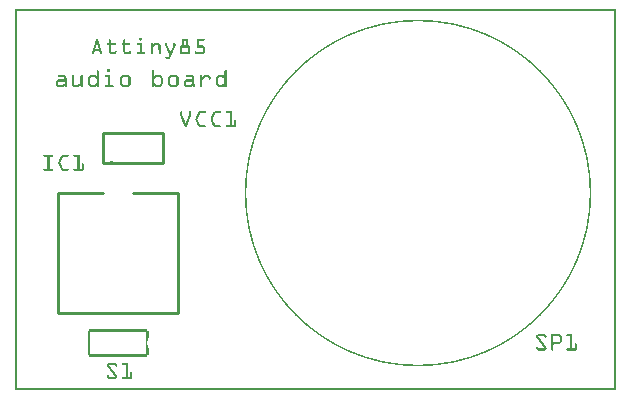
<source format=gto>
G04 MADE WITH FRITZING*
G04 WWW.FRITZING.ORG*
G04 DOUBLE SIDED*
G04 HOLES PLATED*
G04 CONTOUR ON CENTER OF CONTOUR VECTOR*
%ASAXBY*%
%FSLAX23Y23*%
%MOIN*%
%OFA0B0*%
%SFA1.0B1.0*%
%ADD10C,1.155000X1.145*%
%ADD11C,0.010000*%
%ADD12R,0.001000X0.001000*%
%LNSILK1*%
G90*
G70*
G54D10*
X1342Y658D03*
G54D11*
X142Y658D02*
X142Y258D01*
D02*
X142Y258D02*
X542Y258D01*
D02*
X542Y258D02*
X542Y658D01*
D02*
X142Y658D02*
X292Y658D01*
D02*
X392Y658D02*
X542Y658D01*
D02*
X292Y758D02*
X492Y758D01*
D02*
X492Y758D02*
X492Y858D01*
D02*
X492Y858D02*
X292Y858D01*
D02*
X292Y858D02*
X292Y758D01*
G54D12*
X0Y1272D02*
X2003Y1272D01*
X0Y1271D02*
X2003Y1271D01*
X0Y1270D02*
X2003Y1270D01*
X0Y1269D02*
X2003Y1269D01*
X0Y1268D02*
X2003Y1268D01*
X0Y1267D02*
X2003Y1267D01*
X0Y1266D02*
X2003Y1266D01*
X0Y1265D02*
X2003Y1265D01*
X0Y1264D02*
X7Y1264D01*
X1996Y1264D02*
X2003Y1264D01*
X0Y1263D02*
X7Y1263D01*
X1996Y1263D02*
X2003Y1263D01*
X0Y1262D02*
X7Y1262D01*
X1996Y1262D02*
X2003Y1262D01*
X0Y1261D02*
X7Y1261D01*
X1996Y1261D02*
X2003Y1261D01*
X0Y1260D02*
X7Y1260D01*
X1996Y1260D02*
X2003Y1260D01*
X0Y1259D02*
X7Y1259D01*
X1996Y1259D02*
X2003Y1259D01*
X0Y1258D02*
X7Y1258D01*
X1996Y1258D02*
X2003Y1258D01*
X0Y1257D02*
X7Y1257D01*
X1996Y1257D02*
X2003Y1257D01*
X0Y1256D02*
X7Y1256D01*
X1996Y1256D02*
X2003Y1256D01*
X0Y1255D02*
X7Y1255D01*
X1996Y1255D02*
X2003Y1255D01*
X0Y1254D02*
X7Y1254D01*
X1996Y1254D02*
X2003Y1254D01*
X0Y1253D02*
X7Y1253D01*
X1996Y1253D02*
X2003Y1253D01*
X0Y1252D02*
X7Y1252D01*
X1996Y1252D02*
X2003Y1252D01*
X0Y1251D02*
X7Y1251D01*
X1996Y1251D02*
X2003Y1251D01*
X0Y1250D02*
X7Y1250D01*
X1996Y1250D02*
X2003Y1250D01*
X0Y1249D02*
X7Y1249D01*
X1996Y1249D02*
X2003Y1249D01*
X0Y1248D02*
X7Y1248D01*
X1996Y1248D02*
X2003Y1248D01*
X0Y1247D02*
X7Y1247D01*
X1996Y1247D02*
X2003Y1247D01*
X0Y1246D02*
X7Y1246D01*
X1996Y1246D02*
X2003Y1246D01*
X0Y1245D02*
X7Y1245D01*
X1996Y1245D02*
X2003Y1245D01*
X0Y1244D02*
X7Y1244D01*
X1996Y1244D02*
X2003Y1244D01*
X0Y1243D02*
X7Y1243D01*
X1996Y1243D02*
X2003Y1243D01*
X0Y1242D02*
X7Y1242D01*
X1996Y1242D02*
X2003Y1242D01*
X0Y1241D02*
X7Y1241D01*
X1996Y1241D02*
X2003Y1241D01*
X0Y1240D02*
X7Y1240D01*
X1996Y1240D02*
X2003Y1240D01*
X0Y1239D02*
X7Y1239D01*
X1996Y1239D02*
X2003Y1239D01*
X0Y1238D02*
X7Y1238D01*
X1996Y1238D02*
X2003Y1238D01*
X0Y1237D02*
X7Y1237D01*
X1996Y1237D02*
X2003Y1237D01*
X0Y1236D02*
X7Y1236D01*
X1996Y1236D02*
X2003Y1236D01*
X0Y1235D02*
X7Y1235D01*
X1996Y1235D02*
X2003Y1235D01*
X0Y1234D02*
X7Y1234D01*
X1996Y1234D02*
X2003Y1234D01*
X0Y1233D02*
X7Y1233D01*
X1996Y1233D02*
X2003Y1233D01*
X0Y1232D02*
X7Y1232D01*
X1996Y1232D02*
X2003Y1232D01*
X0Y1231D02*
X7Y1231D01*
X1996Y1231D02*
X2003Y1231D01*
X0Y1230D02*
X7Y1230D01*
X1996Y1230D02*
X2003Y1230D01*
X0Y1229D02*
X7Y1229D01*
X1996Y1229D02*
X2003Y1229D01*
X0Y1228D02*
X7Y1228D01*
X1996Y1228D02*
X2003Y1228D01*
X0Y1227D02*
X7Y1227D01*
X1996Y1227D02*
X2003Y1227D01*
X0Y1226D02*
X7Y1226D01*
X1996Y1226D02*
X2003Y1226D01*
X0Y1225D02*
X7Y1225D01*
X1996Y1225D02*
X2003Y1225D01*
X0Y1224D02*
X7Y1224D01*
X1996Y1224D02*
X2003Y1224D01*
X0Y1223D02*
X7Y1223D01*
X1996Y1223D02*
X2003Y1223D01*
X0Y1222D02*
X7Y1222D01*
X1996Y1222D02*
X2003Y1222D01*
X0Y1221D02*
X7Y1221D01*
X1996Y1221D02*
X2003Y1221D01*
X0Y1220D02*
X7Y1220D01*
X1996Y1220D02*
X2003Y1220D01*
X0Y1219D02*
X7Y1219D01*
X1996Y1219D02*
X2003Y1219D01*
X0Y1218D02*
X7Y1218D01*
X1996Y1218D02*
X2003Y1218D01*
X0Y1217D02*
X7Y1217D01*
X1996Y1217D02*
X2003Y1217D01*
X0Y1216D02*
X7Y1216D01*
X1996Y1216D02*
X2003Y1216D01*
X0Y1215D02*
X7Y1215D01*
X1996Y1215D02*
X2003Y1215D01*
X0Y1214D02*
X7Y1214D01*
X1996Y1214D02*
X2003Y1214D01*
X0Y1213D02*
X7Y1213D01*
X1996Y1213D02*
X2003Y1213D01*
X0Y1212D02*
X7Y1212D01*
X1996Y1212D02*
X2003Y1212D01*
X0Y1211D02*
X7Y1211D01*
X1996Y1211D02*
X2003Y1211D01*
X0Y1210D02*
X7Y1210D01*
X1996Y1210D02*
X2003Y1210D01*
X0Y1209D02*
X7Y1209D01*
X1996Y1209D02*
X2003Y1209D01*
X0Y1208D02*
X7Y1208D01*
X1996Y1208D02*
X2003Y1208D01*
X0Y1207D02*
X7Y1207D01*
X1996Y1207D02*
X2003Y1207D01*
X0Y1206D02*
X7Y1206D01*
X1996Y1206D02*
X2003Y1206D01*
X0Y1205D02*
X7Y1205D01*
X1996Y1205D02*
X2003Y1205D01*
X0Y1204D02*
X7Y1204D01*
X1996Y1204D02*
X2003Y1204D01*
X0Y1203D02*
X7Y1203D01*
X1996Y1203D02*
X2003Y1203D01*
X0Y1202D02*
X7Y1202D01*
X1996Y1202D02*
X2003Y1202D01*
X0Y1201D02*
X7Y1201D01*
X1996Y1201D02*
X2003Y1201D01*
X0Y1200D02*
X7Y1200D01*
X1996Y1200D02*
X2003Y1200D01*
X0Y1199D02*
X7Y1199D01*
X1996Y1199D02*
X2003Y1199D01*
X0Y1198D02*
X7Y1198D01*
X1996Y1198D02*
X2003Y1198D01*
X0Y1197D02*
X7Y1197D01*
X1996Y1197D02*
X2003Y1197D01*
X0Y1196D02*
X7Y1196D01*
X1996Y1196D02*
X2003Y1196D01*
X0Y1195D02*
X7Y1195D01*
X1996Y1195D02*
X2003Y1195D01*
X0Y1194D02*
X7Y1194D01*
X1996Y1194D02*
X2003Y1194D01*
X0Y1193D02*
X7Y1193D01*
X1996Y1193D02*
X2003Y1193D01*
X0Y1192D02*
X7Y1192D01*
X1996Y1192D02*
X2003Y1192D01*
X0Y1191D02*
X7Y1191D01*
X1996Y1191D02*
X2003Y1191D01*
X0Y1190D02*
X7Y1190D01*
X1996Y1190D02*
X2003Y1190D01*
X0Y1189D02*
X7Y1189D01*
X1996Y1189D02*
X2003Y1189D01*
X0Y1188D02*
X7Y1188D01*
X1996Y1188D02*
X2003Y1188D01*
X0Y1187D02*
X7Y1187D01*
X1996Y1187D02*
X2003Y1187D01*
X0Y1186D02*
X7Y1186D01*
X1996Y1186D02*
X2003Y1186D01*
X0Y1185D02*
X7Y1185D01*
X1996Y1185D02*
X2003Y1185D01*
X0Y1184D02*
X7Y1184D01*
X1996Y1184D02*
X2003Y1184D01*
X0Y1183D02*
X7Y1183D01*
X1996Y1183D02*
X2003Y1183D01*
X0Y1182D02*
X7Y1182D01*
X1996Y1182D02*
X2003Y1182D01*
X0Y1181D02*
X7Y1181D01*
X1996Y1181D02*
X2003Y1181D01*
X0Y1180D02*
X7Y1180D01*
X1996Y1180D02*
X2003Y1180D01*
X0Y1179D02*
X7Y1179D01*
X1996Y1179D02*
X2003Y1179D01*
X0Y1178D02*
X7Y1178D01*
X1996Y1178D02*
X2003Y1178D01*
X0Y1177D02*
X7Y1177D01*
X1996Y1177D02*
X2003Y1177D01*
X0Y1176D02*
X7Y1176D01*
X415Y1176D02*
X420Y1176D01*
X1996Y1176D02*
X2003Y1176D01*
X0Y1175D02*
X7Y1175D01*
X414Y1175D02*
X422Y1175D01*
X1996Y1175D02*
X2003Y1175D01*
X0Y1174D02*
X7Y1174D01*
X413Y1174D02*
X422Y1174D01*
X1996Y1174D02*
X2003Y1174D01*
X0Y1173D02*
X7Y1173D01*
X271Y1173D02*
X274Y1173D01*
X413Y1173D02*
X422Y1173D01*
X558Y1173D02*
X574Y1173D01*
X605Y1173D02*
X630Y1173D01*
X1996Y1173D02*
X2003Y1173D01*
X0Y1172D02*
X7Y1172D01*
X270Y1172D02*
X275Y1172D01*
X413Y1172D02*
X422Y1172D01*
X557Y1172D02*
X575Y1172D01*
X605Y1172D02*
X631Y1172D01*
X1996Y1172D02*
X2003Y1172D01*
X0Y1171D02*
X7Y1171D01*
X270Y1171D02*
X276Y1171D01*
X413Y1171D02*
X422Y1171D01*
X557Y1171D02*
X576Y1171D01*
X605Y1171D02*
X631Y1171D01*
X1996Y1171D02*
X2003Y1171D01*
X0Y1170D02*
X7Y1170D01*
X270Y1170D02*
X276Y1170D01*
X313Y1170D02*
X316Y1170D01*
X362Y1170D02*
X365Y1170D01*
X413Y1170D02*
X422Y1170D01*
X557Y1170D02*
X576Y1170D01*
X605Y1170D02*
X631Y1170D01*
X1996Y1170D02*
X2003Y1170D01*
X0Y1169D02*
X7Y1169D01*
X269Y1169D02*
X276Y1169D01*
X313Y1169D02*
X317Y1169D01*
X361Y1169D02*
X366Y1169D01*
X413Y1169D02*
X422Y1169D01*
X557Y1169D02*
X576Y1169D01*
X605Y1169D02*
X631Y1169D01*
X1996Y1169D02*
X2003Y1169D01*
X0Y1168D02*
X7Y1168D01*
X269Y1168D02*
X276Y1168D01*
X312Y1168D02*
X318Y1168D01*
X361Y1168D02*
X367Y1168D01*
X414Y1168D02*
X422Y1168D01*
X557Y1168D02*
X576Y1168D01*
X605Y1168D02*
X631Y1168D01*
X1996Y1168D02*
X2003Y1168D01*
X0Y1167D02*
X7Y1167D01*
X269Y1167D02*
X277Y1167D01*
X312Y1167D02*
X318Y1167D01*
X361Y1167D02*
X367Y1167D01*
X415Y1167D02*
X420Y1167D01*
X557Y1167D02*
X576Y1167D01*
X605Y1167D02*
X629Y1167D01*
X1996Y1167D02*
X2003Y1167D01*
X0Y1166D02*
X7Y1166D01*
X268Y1166D02*
X277Y1166D01*
X312Y1166D02*
X318Y1166D01*
X361Y1166D02*
X367Y1166D01*
X557Y1166D02*
X562Y1166D01*
X570Y1166D02*
X576Y1166D01*
X605Y1166D02*
X611Y1166D01*
X1996Y1166D02*
X2003Y1166D01*
X0Y1165D02*
X7Y1165D01*
X268Y1165D02*
X277Y1165D01*
X312Y1165D02*
X318Y1165D01*
X361Y1165D02*
X367Y1165D01*
X557Y1165D02*
X562Y1165D01*
X570Y1165D02*
X576Y1165D01*
X605Y1165D02*
X611Y1165D01*
X1996Y1165D02*
X2003Y1165D01*
X0Y1164D02*
X7Y1164D01*
X268Y1164D02*
X278Y1164D01*
X312Y1164D02*
X318Y1164D01*
X361Y1164D02*
X367Y1164D01*
X557Y1164D02*
X562Y1164D01*
X570Y1164D02*
X576Y1164D01*
X605Y1164D02*
X611Y1164D01*
X1996Y1164D02*
X2003Y1164D01*
X0Y1163D02*
X7Y1163D01*
X268Y1163D02*
X278Y1163D01*
X312Y1163D02*
X318Y1163D01*
X361Y1163D02*
X367Y1163D01*
X557Y1163D02*
X562Y1163D01*
X570Y1163D02*
X576Y1163D01*
X605Y1163D02*
X611Y1163D01*
X1996Y1163D02*
X2003Y1163D01*
X0Y1162D02*
X7Y1162D01*
X267Y1162D02*
X278Y1162D01*
X312Y1162D02*
X318Y1162D01*
X361Y1162D02*
X367Y1162D01*
X557Y1162D02*
X562Y1162D01*
X570Y1162D02*
X576Y1162D01*
X605Y1162D02*
X611Y1162D01*
X1996Y1162D02*
X2003Y1162D01*
X0Y1161D02*
X7Y1161D01*
X267Y1161D02*
X278Y1161D01*
X312Y1161D02*
X318Y1161D01*
X361Y1161D02*
X367Y1161D01*
X557Y1161D02*
X562Y1161D01*
X570Y1161D02*
X576Y1161D01*
X605Y1161D02*
X611Y1161D01*
X1996Y1161D02*
X2003Y1161D01*
X0Y1160D02*
X7Y1160D01*
X267Y1160D02*
X279Y1160D01*
X312Y1160D02*
X318Y1160D01*
X361Y1160D02*
X367Y1160D01*
X557Y1160D02*
X562Y1160D01*
X570Y1160D02*
X576Y1160D01*
X605Y1160D02*
X611Y1160D01*
X1996Y1160D02*
X2003Y1160D01*
X0Y1159D02*
X7Y1159D01*
X266Y1159D02*
X279Y1159D01*
X308Y1159D02*
X332Y1159D01*
X357Y1159D02*
X381Y1159D01*
X409Y1159D02*
X420Y1159D01*
X454Y1159D02*
X455Y1159D01*
X470Y1159D02*
X476Y1159D01*
X503Y1159D02*
X504Y1159D01*
X530Y1159D02*
X531Y1159D01*
X557Y1159D02*
X562Y1159D01*
X570Y1159D02*
X576Y1159D01*
X605Y1159D02*
X611Y1159D01*
X1996Y1159D02*
X2003Y1159D01*
X0Y1158D02*
X7Y1158D01*
X266Y1158D02*
X279Y1158D01*
X306Y1158D02*
X334Y1158D01*
X355Y1158D02*
X383Y1158D01*
X407Y1158D02*
X421Y1158D01*
X453Y1158D02*
X457Y1158D01*
X466Y1158D02*
X478Y1158D01*
X502Y1158D02*
X506Y1158D01*
X529Y1158D02*
X533Y1158D01*
X557Y1158D02*
X562Y1158D01*
X570Y1158D02*
X576Y1158D01*
X605Y1158D02*
X611Y1158D01*
X1996Y1158D02*
X2003Y1158D01*
X0Y1157D02*
X7Y1157D01*
X266Y1157D02*
X280Y1157D01*
X306Y1157D02*
X334Y1157D01*
X355Y1157D02*
X383Y1157D01*
X407Y1157D02*
X422Y1157D01*
X452Y1157D02*
X458Y1157D01*
X464Y1157D02*
X480Y1157D01*
X501Y1157D02*
X506Y1157D01*
X528Y1157D02*
X533Y1157D01*
X557Y1157D02*
X562Y1157D01*
X570Y1157D02*
X576Y1157D01*
X605Y1157D02*
X611Y1157D01*
X1996Y1157D02*
X2003Y1157D01*
X0Y1156D02*
X7Y1156D01*
X266Y1156D02*
X272Y1156D01*
X274Y1156D02*
X280Y1156D01*
X305Y1156D02*
X335Y1156D01*
X354Y1156D02*
X383Y1156D01*
X407Y1156D02*
X422Y1156D01*
X452Y1156D02*
X458Y1156D01*
X463Y1156D02*
X481Y1156D01*
X501Y1156D02*
X507Y1156D01*
X528Y1156D02*
X534Y1156D01*
X557Y1156D02*
X562Y1156D01*
X570Y1156D02*
X576Y1156D01*
X605Y1156D02*
X611Y1156D01*
X1996Y1156D02*
X2003Y1156D01*
X0Y1155D02*
X7Y1155D01*
X265Y1155D02*
X271Y1155D01*
X274Y1155D02*
X280Y1155D01*
X305Y1155D02*
X334Y1155D01*
X354Y1155D02*
X383Y1155D01*
X407Y1155D02*
X422Y1155D01*
X452Y1155D02*
X458Y1155D01*
X461Y1155D02*
X482Y1155D01*
X501Y1155D02*
X507Y1155D01*
X528Y1155D02*
X534Y1155D01*
X557Y1155D02*
X562Y1155D01*
X570Y1155D02*
X576Y1155D01*
X605Y1155D02*
X611Y1155D01*
X1996Y1155D02*
X2003Y1155D01*
X0Y1154D02*
X7Y1154D01*
X265Y1154D02*
X271Y1154D01*
X274Y1154D02*
X281Y1154D01*
X306Y1154D02*
X334Y1154D01*
X355Y1154D02*
X383Y1154D01*
X407Y1154D02*
X422Y1154D01*
X452Y1154D02*
X458Y1154D01*
X460Y1154D02*
X483Y1154D01*
X501Y1154D02*
X507Y1154D01*
X528Y1154D02*
X534Y1154D01*
X557Y1154D02*
X562Y1154D01*
X570Y1154D02*
X576Y1154D01*
X605Y1154D02*
X611Y1154D01*
X1996Y1154D02*
X2003Y1154D01*
X0Y1153D02*
X7Y1153D01*
X265Y1153D02*
X271Y1153D01*
X275Y1153D02*
X281Y1153D01*
X307Y1153D02*
X333Y1153D01*
X356Y1153D02*
X382Y1153D01*
X408Y1153D02*
X422Y1153D01*
X452Y1153D02*
X483Y1153D01*
X501Y1153D02*
X507Y1153D01*
X528Y1153D02*
X534Y1153D01*
X557Y1153D02*
X562Y1153D01*
X570Y1153D02*
X576Y1153D01*
X605Y1153D02*
X611Y1153D01*
X1996Y1153D02*
X2003Y1153D01*
X0Y1152D02*
X7Y1152D01*
X264Y1152D02*
X271Y1152D01*
X275Y1152D02*
X281Y1152D01*
X312Y1152D02*
X318Y1152D01*
X361Y1152D02*
X367Y1152D01*
X417Y1152D02*
X422Y1152D01*
X452Y1152D02*
X468Y1152D01*
X476Y1152D02*
X483Y1152D01*
X501Y1152D02*
X507Y1152D01*
X528Y1152D02*
X534Y1152D01*
X557Y1152D02*
X562Y1152D01*
X570Y1152D02*
X576Y1152D01*
X605Y1152D02*
X611Y1152D01*
X1996Y1152D02*
X2003Y1152D01*
X0Y1151D02*
X7Y1151D01*
X264Y1151D02*
X270Y1151D01*
X275Y1151D02*
X281Y1151D01*
X312Y1151D02*
X318Y1151D01*
X361Y1151D02*
X367Y1151D01*
X417Y1151D02*
X422Y1151D01*
X452Y1151D02*
X467Y1151D01*
X477Y1151D02*
X484Y1151D01*
X501Y1151D02*
X507Y1151D01*
X528Y1151D02*
X534Y1151D01*
X557Y1151D02*
X562Y1151D01*
X570Y1151D02*
X576Y1151D01*
X605Y1151D02*
X611Y1151D01*
X1996Y1151D02*
X2003Y1151D01*
X0Y1150D02*
X7Y1150D01*
X264Y1150D02*
X270Y1150D01*
X276Y1150D02*
X282Y1150D01*
X312Y1150D02*
X318Y1150D01*
X361Y1150D02*
X367Y1150D01*
X417Y1150D02*
X422Y1150D01*
X452Y1150D02*
X465Y1150D01*
X478Y1150D02*
X484Y1150D01*
X501Y1150D02*
X507Y1150D01*
X527Y1150D02*
X534Y1150D01*
X554Y1150D02*
X578Y1150D01*
X605Y1150D02*
X627Y1150D01*
X1996Y1150D02*
X2003Y1150D01*
X0Y1149D02*
X7Y1149D01*
X264Y1149D02*
X270Y1149D01*
X276Y1149D02*
X282Y1149D01*
X312Y1149D02*
X318Y1149D01*
X361Y1149D02*
X367Y1149D01*
X417Y1149D02*
X422Y1149D01*
X452Y1149D02*
X464Y1149D01*
X478Y1149D02*
X484Y1149D01*
X501Y1149D02*
X508Y1149D01*
X527Y1149D02*
X533Y1149D01*
X552Y1149D02*
X580Y1149D01*
X605Y1149D02*
X629Y1149D01*
X1996Y1149D02*
X2003Y1149D01*
X0Y1148D02*
X7Y1148D01*
X263Y1148D02*
X269Y1148D01*
X276Y1148D02*
X282Y1148D01*
X312Y1148D02*
X318Y1148D01*
X361Y1148D02*
X367Y1148D01*
X417Y1148D02*
X422Y1148D01*
X452Y1148D02*
X462Y1148D01*
X478Y1148D02*
X484Y1148D01*
X501Y1148D02*
X508Y1148D01*
X526Y1148D02*
X533Y1148D01*
X551Y1148D02*
X581Y1148D01*
X605Y1148D02*
X630Y1148D01*
X1996Y1148D02*
X2003Y1148D01*
X0Y1147D02*
X7Y1147D01*
X263Y1147D02*
X269Y1147D01*
X276Y1147D02*
X283Y1147D01*
X312Y1147D02*
X318Y1147D01*
X361Y1147D02*
X367Y1147D01*
X417Y1147D02*
X422Y1147D01*
X452Y1147D02*
X461Y1147D01*
X478Y1147D02*
X484Y1147D01*
X502Y1147D02*
X508Y1147D01*
X526Y1147D02*
X533Y1147D01*
X551Y1147D02*
X582Y1147D01*
X605Y1147D02*
X630Y1147D01*
X1996Y1147D02*
X2003Y1147D01*
X0Y1146D02*
X7Y1146D01*
X263Y1146D02*
X269Y1146D01*
X277Y1146D02*
X283Y1146D01*
X312Y1146D02*
X318Y1146D01*
X361Y1146D02*
X367Y1146D01*
X417Y1146D02*
X422Y1146D01*
X452Y1146D02*
X459Y1146D01*
X478Y1146D02*
X484Y1146D01*
X502Y1146D02*
X509Y1146D01*
X526Y1146D02*
X532Y1146D01*
X550Y1146D02*
X582Y1146D01*
X605Y1146D02*
X631Y1146D01*
X1996Y1146D02*
X2003Y1146D01*
X0Y1145D02*
X7Y1145D01*
X262Y1145D02*
X268Y1145D01*
X277Y1145D02*
X283Y1145D01*
X312Y1145D02*
X318Y1145D01*
X361Y1145D02*
X367Y1145D01*
X417Y1145D02*
X422Y1145D01*
X452Y1145D02*
X458Y1145D01*
X478Y1145D02*
X484Y1145D01*
X503Y1145D02*
X509Y1145D01*
X525Y1145D02*
X532Y1145D01*
X550Y1145D02*
X582Y1145D01*
X605Y1145D02*
X631Y1145D01*
X1996Y1145D02*
X2003Y1145D01*
X0Y1144D02*
X7Y1144D01*
X262Y1144D02*
X268Y1144D01*
X277Y1144D02*
X283Y1144D01*
X312Y1144D02*
X318Y1144D01*
X361Y1144D02*
X367Y1144D01*
X417Y1144D02*
X422Y1144D01*
X452Y1144D02*
X458Y1144D01*
X478Y1144D02*
X484Y1144D01*
X503Y1144D02*
X510Y1144D01*
X525Y1144D02*
X531Y1144D01*
X550Y1144D02*
X582Y1144D01*
X606Y1144D02*
X631Y1144D01*
X1996Y1144D02*
X2003Y1144D01*
X0Y1143D02*
X7Y1143D01*
X262Y1143D02*
X268Y1143D01*
X278Y1143D02*
X284Y1143D01*
X312Y1143D02*
X318Y1143D01*
X361Y1143D02*
X367Y1143D01*
X417Y1143D02*
X422Y1143D01*
X452Y1143D02*
X458Y1143D01*
X478Y1143D02*
X484Y1143D01*
X504Y1143D02*
X510Y1143D01*
X524Y1143D02*
X531Y1143D01*
X550Y1143D02*
X556Y1143D01*
X577Y1143D02*
X583Y1143D01*
X626Y1143D02*
X631Y1143D01*
X1996Y1143D02*
X2003Y1143D01*
X0Y1142D02*
X7Y1142D01*
X261Y1142D02*
X268Y1142D01*
X278Y1142D02*
X284Y1142D01*
X312Y1142D02*
X318Y1142D01*
X361Y1142D02*
X367Y1142D01*
X417Y1142D02*
X422Y1142D01*
X452Y1142D02*
X458Y1142D01*
X478Y1142D02*
X484Y1142D01*
X504Y1142D02*
X511Y1142D01*
X524Y1142D02*
X530Y1142D01*
X550Y1142D02*
X556Y1142D01*
X577Y1142D02*
X583Y1142D01*
X626Y1142D02*
X631Y1142D01*
X1996Y1142D02*
X2003Y1142D01*
X0Y1141D02*
X7Y1141D01*
X261Y1141D02*
X267Y1141D01*
X278Y1141D02*
X284Y1141D01*
X312Y1141D02*
X318Y1141D01*
X361Y1141D02*
X367Y1141D01*
X417Y1141D02*
X422Y1141D01*
X452Y1141D02*
X458Y1141D01*
X478Y1141D02*
X484Y1141D01*
X505Y1141D02*
X511Y1141D01*
X523Y1141D02*
X530Y1141D01*
X550Y1141D02*
X556Y1141D01*
X577Y1141D02*
X583Y1141D01*
X626Y1141D02*
X631Y1141D01*
X1996Y1141D02*
X2003Y1141D01*
X0Y1140D02*
X7Y1140D01*
X261Y1140D02*
X267Y1140D01*
X279Y1140D02*
X285Y1140D01*
X312Y1140D02*
X318Y1140D01*
X361Y1140D02*
X367Y1140D01*
X417Y1140D02*
X422Y1140D01*
X452Y1140D02*
X458Y1140D01*
X478Y1140D02*
X484Y1140D01*
X505Y1140D02*
X511Y1140D01*
X523Y1140D02*
X529Y1140D01*
X550Y1140D02*
X556Y1140D01*
X577Y1140D02*
X583Y1140D01*
X626Y1140D02*
X631Y1140D01*
X1996Y1140D02*
X2003Y1140D01*
X0Y1139D02*
X7Y1139D01*
X261Y1139D02*
X285Y1139D01*
X312Y1139D02*
X318Y1139D01*
X361Y1139D02*
X367Y1139D01*
X417Y1139D02*
X422Y1139D01*
X452Y1139D02*
X458Y1139D01*
X478Y1139D02*
X484Y1139D01*
X505Y1139D02*
X512Y1139D01*
X523Y1139D02*
X529Y1139D01*
X550Y1139D02*
X556Y1139D01*
X577Y1139D02*
X583Y1139D01*
X626Y1139D02*
X631Y1139D01*
X1996Y1139D02*
X2003Y1139D01*
X0Y1138D02*
X7Y1138D01*
X260Y1138D02*
X285Y1138D01*
X312Y1138D02*
X318Y1138D01*
X361Y1138D02*
X367Y1138D01*
X417Y1138D02*
X422Y1138D01*
X452Y1138D02*
X458Y1138D01*
X478Y1138D02*
X484Y1138D01*
X506Y1138D02*
X512Y1138D01*
X522Y1138D02*
X529Y1138D01*
X550Y1138D02*
X556Y1138D01*
X577Y1138D02*
X583Y1138D01*
X626Y1138D02*
X631Y1138D01*
X1996Y1138D02*
X2003Y1138D01*
X0Y1137D02*
X7Y1137D01*
X260Y1137D02*
X285Y1137D01*
X312Y1137D02*
X318Y1137D01*
X361Y1137D02*
X367Y1137D01*
X417Y1137D02*
X422Y1137D01*
X452Y1137D02*
X458Y1137D01*
X478Y1137D02*
X484Y1137D01*
X506Y1137D02*
X513Y1137D01*
X522Y1137D02*
X528Y1137D01*
X550Y1137D02*
X556Y1137D01*
X577Y1137D02*
X583Y1137D01*
X626Y1137D02*
X631Y1137D01*
X1996Y1137D02*
X2003Y1137D01*
X0Y1136D02*
X7Y1136D01*
X260Y1136D02*
X286Y1136D01*
X312Y1136D02*
X318Y1136D01*
X361Y1136D02*
X367Y1136D01*
X417Y1136D02*
X422Y1136D01*
X452Y1136D02*
X458Y1136D01*
X478Y1136D02*
X484Y1136D01*
X507Y1136D02*
X513Y1136D01*
X521Y1136D02*
X528Y1136D01*
X550Y1136D02*
X556Y1136D01*
X577Y1136D02*
X583Y1136D01*
X626Y1136D02*
X631Y1136D01*
X1996Y1136D02*
X2003Y1136D01*
X0Y1135D02*
X7Y1135D01*
X259Y1135D02*
X286Y1135D01*
X312Y1135D02*
X318Y1135D01*
X361Y1135D02*
X367Y1135D01*
X417Y1135D02*
X422Y1135D01*
X452Y1135D02*
X458Y1135D01*
X478Y1135D02*
X484Y1135D01*
X507Y1135D02*
X514Y1135D01*
X521Y1135D02*
X527Y1135D01*
X550Y1135D02*
X556Y1135D01*
X577Y1135D02*
X583Y1135D01*
X626Y1135D02*
X631Y1135D01*
X1996Y1135D02*
X2003Y1135D01*
X0Y1134D02*
X7Y1134D01*
X259Y1134D02*
X286Y1134D01*
X312Y1134D02*
X318Y1134D01*
X361Y1134D02*
X367Y1134D01*
X417Y1134D02*
X422Y1134D01*
X452Y1134D02*
X458Y1134D01*
X479Y1134D02*
X484Y1134D01*
X508Y1134D02*
X514Y1134D01*
X520Y1134D02*
X527Y1134D01*
X550Y1134D02*
X556Y1134D01*
X577Y1134D02*
X583Y1134D01*
X626Y1134D02*
X631Y1134D01*
X1996Y1134D02*
X2003Y1134D01*
X0Y1133D02*
X7Y1133D01*
X259Y1133D02*
X287Y1133D01*
X312Y1133D02*
X318Y1133D01*
X334Y1133D02*
X336Y1133D01*
X361Y1133D02*
X367Y1133D01*
X383Y1133D02*
X385Y1133D01*
X417Y1133D02*
X422Y1133D01*
X452Y1133D02*
X458Y1133D01*
X479Y1133D02*
X484Y1133D01*
X508Y1133D02*
X514Y1133D01*
X520Y1133D02*
X526Y1133D01*
X550Y1133D02*
X556Y1133D01*
X577Y1133D02*
X583Y1133D01*
X626Y1133D02*
X631Y1133D01*
X1996Y1133D02*
X2003Y1133D01*
X0Y1132D02*
X7Y1132D01*
X259Y1132D02*
X265Y1132D01*
X281Y1132D02*
X287Y1132D01*
X312Y1132D02*
X318Y1132D01*
X333Y1132D02*
X337Y1132D01*
X361Y1132D02*
X367Y1132D01*
X382Y1132D02*
X386Y1132D01*
X417Y1132D02*
X422Y1132D01*
X452Y1132D02*
X458Y1132D01*
X479Y1132D02*
X484Y1132D01*
X509Y1132D02*
X515Y1132D01*
X519Y1132D02*
X526Y1132D01*
X550Y1132D02*
X556Y1132D01*
X577Y1132D02*
X583Y1132D01*
X626Y1132D02*
X631Y1132D01*
X1996Y1132D02*
X2003Y1132D01*
X0Y1131D02*
X7Y1131D01*
X258Y1131D02*
X264Y1131D01*
X281Y1131D02*
X287Y1131D01*
X312Y1131D02*
X318Y1131D01*
X332Y1131D02*
X338Y1131D01*
X361Y1131D02*
X367Y1131D01*
X381Y1131D02*
X387Y1131D01*
X417Y1131D02*
X422Y1131D01*
X452Y1131D02*
X458Y1131D01*
X479Y1131D02*
X484Y1131D01*
X509Y1131D02*
X515Y1131D01*
X519Y1131D02*
X526Y1131D01*
X550Y1131D02*
X556Y1131D01*
X577Y1131D02*
X583Y1131D01*
X626Y1131D02*
X631Y1131D01*
X1996Y1131D02*
X2003Y1131D01*
X0Y1130D02*
X7Y1130D01*
X258Y1130D02*
X264Y1130D01*
X281Y1130D02*
X288Y1130D01*
X312Y1130D02*
X318Y1130D01*
X332Y1130D02*
X338Y1130D01*
X361Y1130D02*
X367Y1130D01*
X381Y1130D02*
X387Y1130D01*
X417Y1130D02*
X422Y1130D01*
X452Y1130D02*
X458Y1130D01*
X479Y1130D02*
X484Y1130D01*
X509Y1130D02*
X525Y1130D01*
X550Y1130D02*
X556Y1130D01*
X577Y1130D02*
X583Y1130D01*
X600Y1130D02*
X603Y1130D01*
X626Y1130D02*
X631Y1130D01*
X1996Y1130D02*
X2003Y1130D01*
X0Y1129D02*
X7Y1129D01*
X258Y1129D02*
X264Y1129D01*
X282Y1129D02*
X288Y1129D01*
X312Y1129D02*
X319Y1129D01*
X331Y1129D02*
X338Y1129D01*
X361Y1129D02*
X367Y1129D01*
X380Y1129D02*
X387Y1129D01*
X417Y1129D02*
X422Y1129D01*
X452Y1129D02*
X458Y1129D01*
X479Y1129D02*
X484Y1129D01*
X510Y1129D02*
X525Y1129D01*
X550Y1129D02*
X556Y1129D01*
X577Y1129D02*
X583Y1129D01*
X599Y1129D02*
X605Y1129D01*
X626Y1129D02*
X631Y1129D01*
X1996Y1129D02*
X2003Y1129D01*
X0Y1128D02*
X7Y1128D01*
X257Y1128D02*
X263Y1128D01*
X282Y1128D02*
X288Y1128D01*
X313Y1128D02*
X320Y1128D01*
X330Y1128D02*
X338Y1128D01*
X361Y1128D02*
X369Y1128D01*
X379Y1128D02*
X387Y1128D01*
X417Y1128D02*
X422Y1128D01*
X452Y1128D02*
X458Y1128D01*
X479Y1128D02*
X485Y1128D01*
X510Y1128D02*
X524Y1128D01*
X550Y1128D02*
X556Y1128D01*
X577Y1128D02*
X583Y1128D01*
X599Y1128D02*
X608Y1128D01*
X625Y1128D02*
X631Y1128D01*
X1996Y1128D02*
X2003Y1128D01*
X0Y1127D02*
X7Y1127D01*
X257Y1127D02*
X263Y1127D01*
X282Y1127D02*
X288Y1127D01*
X313Y1127D02*
X337Y1127D01*
X362Y1127D02*
X386Y1127D01*
X408Y1127D02*
X431Y1127D01*
X452Y1127D02*
X458Y1127D01*
X479Y1127D02*
X485Y1127D01*
X511Y1127D02*
X524Y1127D01*
X550Y1127D02*
X582Y1127D01*
X599Y1127D02*
X631Y1127D01*
X1996Y1127D02*
X2003Y1127D01*
X0Y1126D02*
X7Y1126D01*
X257Y1126D02*
X263Y1126D01*
X283Y1126D02*
X289Y1126D01*
X313Y1126D02*
X337Y1126D01*
X362Y1126D02*
X386Y1126D01*
X407Y1126D02*
X432Y1126D01*
X452Y1126D02*
X458Y1126D01*
X479Y1126D02*
X485Y1126D01*
X511Y1126D02*
X523Y1126D01*
X550Y1126D02*
X582Y1126D01*
X599Y1126D02*
X631Y1126D01*
X1996Y1126D02*
X2003Y1126D01*
X0Y1125D02*
X7Y1125D01*
X256Y1125D02*
X263Y1125D01*
X283Y1125D02*
X289Y1125D01*
X314Y1125D02*
X336Y1125D01*
X363Y1125D02*
X385Y1125D01*
X407Y1125D02*
X432Y1125D01*
X452Y1125D02*
X458Y1125D01*
X479Y1125D02*
X485Y1125D01*
X512Y1125D02*
X523Y1125D01*
X550Y1125D02*
X582Y1125D01*
X599Y1125D02*
X631Y1125D01*
X1996Y1125D02*
X2003Y1125D01*
X0Y1124D02*
X7Y1124D01*
X256Y1124D02*
X262Y1124D01*
X283Y1124D02*
X289Y1124D01*
X315Y1124D02*
X335Y1124D01*
X364Y1124D02*
X384Y1124D01*
X407Y1124D02*
X432Y1124D01*
X452Y1124D02*
X458Y1124D01*
X479Y1124D02*
X485Y1124D01*
X513Y1124D02*
X522Y1124D01*
X551Y1124D02*
X581Y1124D01*
X601Y1124D02*
X630Y1124D01*
X1996Y1124D02*
X2003Y1124D01*
X0Y1123D02*
X7Y1123D01*
X257Y1123D02*
X262Y1123D01*
X284Y1123D02*
X289Y1123D01*
X316Y1123D02*
X334Y1123D01*
X365Y1123D02*
X383Y1123D01*
X407Y1123D02*
X432Y1123D01*
X452Y1123D02*
X458Y1123D01*
X479Y1123D02*
X484Y1123D01*
X516Y1123D02*
X522Y1123D01*
X552Y1123D02*
X581Y1123D01*
X603Y1123D02*
X629Y1123D01*
X1996Y1123D02*
X2003Y1123D01*
X0Y1122D02*
X7Y1122D01*
X257Y1122D02*
X261Y1122D01*
X284Y1122D02*
X288Y1122D01*
X317Y1122D02*
X333Y1122D01*
X366Y1122D02*
X381Y1122D01*
X407Y1122D02*
X432Y1122D01*
X453Y1122D02*
X457Y1122D01*
X480Y1122D02*
X484Y1122D01*
X515Y1122D02*
X522Y1122D01*
X553Y1122D02*
X579Y1122D01*
X605Y1122D02*
X628Y1122D01*
X1996Y1122D02*
X2003Y1122D01*
X0Y1121D02*
X7Y1121D01*
X259Y1121D02*
X260Y1121D01*
X286Y1121D02*
X287Y1121D01*
X320Y1121D02*
X330Y1121D01*
X369Y1121D02*
X379Y1121D01*
X409Y1121D02*
X430Y1121D01*
X454Y1121D02*
X455Y1121D01*
X481Y1121D02*
X482Y1121D01*
X515Y1121D02*
X521Y1121D01*
X555Y1121D02*
X577Y1121D01*
X608Y1121D02*
X626Y1121D01*
X1996Y1121D02*
X2003Y1121D01*
X0Y1120D02*
X7Y1120D01*
X514Y1120D02*
X521Y1120D01*
X1996Y1120D02*
X2003Y1120D01*
X0Y1119D02*
X7Y1119D01*
X514Y1119D02*
X520Y1119D01*
X1996Y1119D02*
X2003Y1119D01*
X0Y1118D02*
X7Y1118D01*
X513Y1118D02*
X520Y1118D01*
X1996Y1118D02*
X2003Y1118D01*
X0Y1117D02*
X7Y1117D01*
X513Y1117D02*
X519Y1117D01*
X1996Y1117D02*
X2003Y1117D01*
X0Y1116D02*
X7Y1116D01*
X512Y1116D02*
X519Y1116D01*
X1996Y1116D02*
X2003Y1116D01*
X0Y1115D02*
X7Y1115D01*
X512Y1115D02*
X519Y1115D01*
X1996Y1115D02*
X2003Y1115D01*
X0Y1114D02*
X7Y1114D01*
X512Y1114D02*
X518Y1114D01*
X1996Y1114D02*
X2003Y1114D01*
X0Y1113D02*
X7Y1113D01*
X503Y1113D02*
X518Y1113D01*
X1996Y1113D02*
X2003Y1113D01*
X0Y1112D02*
X7Y1112D01*
X502Y1112D02*
X517Y1112D01*
X1996Y1112D02*
X2003Y1112D01*
X0Y1111D02*
X7Y1111D01*
X501Y1111D02*
X517Y1111D01*
X1996Y1111D02*
X2003Y1111D01*
X0Y1110D02*
X7Y1110D01*
X501Y1110D02*
X516Y1110D01*
X1996Y1110D02*
X2003Y1110D01*
X0Y1109D02*
X7Y1109D01*
X501Y1109D02*
X516Y1109D01*
X1996Y1109D02*
X2003Y1109D01*
X0Y1108D02*
X7Y1108D01*
X502Y1108D02*
X515Y1108D01*
X1996Y1108D02*
X2003Y1108D01*
X0Y1107D02*
X7Y1107D01*
X503Y1107D02*
X514Y1107D01*
X1996Y1107D02*
X2003Y1107D01*
X0Y1106D02*
X7Y1106D01*
X1996Y1106D02*
X2003Y1106D01*
X0Y1105D02*
X7Y1105D01*
X1996Y1105D02*
X2003Y1105D01*
X0Y1104D02*
X7Y1104D01*
X1996Y1104D02*
X2003Y1104D01*
X0Y1103D02*
X7Y1103D01*
X1996Y1103D02*
X2003Y1103D01*
X0Y1102D02*
X7Y1102D01*
X1996Y1102D02*
X2003Y1102D01*
X0Y1101D02*
X7Y1101D01*
X1996Y1101D02*
X2003Y1101D01*
X0Y1100D02*
X7Y1100D01*
X1996Y1100D02*
X2003Y1100D01*
X0Y1099D02*
X7Y1099D01*
X1996Y1099D02*
X2003Y1099D01*
X0Y1098D02*
X7Y1098D01*
X1996Y1098D02*
X2003Y1098D01*
X0Y1097D02*
X7Y1097D01*
X1996Y1097D02*
X2003Y1097D01*
X0Y1096D02*
X7Y1096D01*
X1996Y1096D02*
X2003Y1096D01*
X0Y1095D02*
X7Y1095D01*
X1996Y1095D02*
X2003Y1095D01*
X0Y1094D02*
X7Y1094D01*
X1996Y1094D02*
X2003Y1094D01*
X0Y1093D02*
X7Y1093D01*
X1996Y1093D02*
X2003Y1093D01*
X0Y1092D02*
X7Y1092D01*
X1996Y1092D02*
X2003Y1092D01*
X0Y1091D02*
X7Y1091D01*
X1996Y1091D02*
X2003Y1091D01*
X0Y1090D02*
X7Y1090D01*
X1996Y1090D02*
X2003Y1090D01*
X0Y1089D02*
X7Y1089D01*
X1996Y1089D02*
X2003Y1089D01*
X0Y1088D02*
X7Y1088D01*
X1996Y1088D02*
X2003Y1088D01*
X0Y1087D02*
X7Y1087D01*
X1996Y1087D02*
X2003Y1087D01*
X0Y1086D02*
X7Y1086D01*
X1996Y1086D02*
X2003Y1086D01*
X0Y1085D02*
X7Y1085D01*
X1996Y1085D02*
X2003Y1085D01*
X0Y1084D02*
X7Y1084D01*
X1996Y1084D02*
X2003Y1084D01*
X0Y1083D02*
X7Y1083D01*
X1996Y1083D02*
X2003Y1083D01*
X0Y1082D02*
X7Y1082D01*
X1996Y1082D02*
X2003Y1082D01*
X0Y1081D02*
X7Y1081D01*
X1996Y1081D02*
X2003Y1081D01*
X0Y1080D02*
X7Y1080D01*
X1996Y1080D02*
X2003Y1080D01*
X0Y1079D02*
X7Y1079D01*
X1996Y1079D02*
X2003Y1079D01*
X0Y1078D02*
X7Y1078D01*
X1996Y1078D02*
X2003Y1078D01*
X0Y1077D02*
X7Y1077D01*
X1996Y1077D02*
X2003Y1077D01*
X0Y1076D02*
X7Y1076D01*
X1996Y1076D02*
X2003Y1076D01*
X0Y1075D02*
X7Y1075D01*
X1996Y1075D02*
X2003Y1075D01*
X0Y1074D02*
X7Y1074D01*
X1996Y1074D02*
X2003Y1074D01*
X0Y1073D02*
X7Y1073D01*
X1996Y1073D02*
X2003Y1073D01*
X0Y1072D02*
X7Y1072D01*
X1996Y1072D02*
X2003Y1072D01*
X0Y1071D02*
X7Y1071D01*
X308Y1071D02*
X315Y1071D01*
X1996Y1071D02*
X2003Y1071D01*
X0Y1070D02*
X7Y1070D01*
X307Y1070D02*
X316Y1070D01*
X1996Y1070D02*
X2003Y1070D01*
X0Y1069D02*
X7Y1069D01*
X307Y1069D02*
X317Y1069D01*
X1996Y1069D02*
X2003Y1069D01*
X0Y1068D02*
X7Y1068D01*
X274Y1068D02*
X276Y1068D01*
X307Y1068D02*
X317Y1068D01*
X457Y1068D02*
X460Y1068D01*
X700Y1068D02*
X702Y1068D01*
X1996Y1068D02*
X2003Y1068D01*
X0Y1067D02*
X7Y1067D01*
X272Y1067D02*
X277Y1067D01*
X307Y1067D02*
X317Y1067D01*
X456Y1067D02*
X461Y1067D01*
X699Y1067D02*
X704Y1067D01*
X1996Y1067D02*
X2003Y1067D01*
X0Y1066D02*
X7Y1066D01*
X272Y1066D02*
X278Y1066D01*
X307Y1066D02*
X317Y1066D01*
X456Y1066D02*
X462Y1066D01*
X698Y1066D02*
X704Y1066D01*
X1996Y1066D02*
X2003Y1066D01*
X0Y1065D02*
X7Y1065D01*
X272Y1065D02*
X278Y1065D01*
X307Y1065D02*
X317Y1065D01*
X456Y1065D02*
X462Y1065D01*
X698Y1065D02*
X704Y1065D01*
X1996Y1065D02*
X2003Y1065D01*
X0Y1064D02*
X7Y1064D01*
X272Y1064D02*
X278Y1064D01*
X307Y1064D02*
X317Y1064D01*
X456Y1064D02*
X462Y1064D01*
X698Y1064D02*
X704Y1064D01*
X1996Y1064D02*
X2003Y1064D01*
X0Y1063D02*
X7Y1063D01*
X272Y1063D02*
X278Y1063D01*
X307Y1063D02*
X316Y1063D01*
X456Y1063D02*
X462Y1063D01*
X698Y1063D02*
X704Y1063D01*
X1996Y1063D02*
X2003Y1063D01*
X0Y1062D02*
X7Y1062D01*
X272Y1062D02*
X278Y1062D01*
X308Y1062D02*
X315Y1062D01*
X456Y1062D02*
X462Y1062D01*
X698Y1062D02*
X704Y1062D01*
X1996Y1062D02*
X2003Y1062D01*
X0Y1061D02*
X7Y1061D01*
X272Y1061D02*
X278Y1061D01*
X456Y1061D02*
X462Y1061D01*
X698Y1061D02*
X704Y1061D01*
X1996Y1061D02*
X2003Y1061D01*
X0Y1060D02*
X7Y1060D01*
X272Y1060D02*
X278Y1060D01*
X456Y1060D02*
X462Y1060D01*
X698Y1060D02*
X704Y1060D01*
X1996Y1060D02*
X2003Y1060D01*
X0Y1059D02*
X7Y1059D01*
X272Y1059D02*
X278Y1059D01*
X456Y1059D02*
X462Y1059D01*
X698Y1059D02*
X704Y1059D01*
X1996Y1059D02*
X2003Y1059D01*
X0Y1058D02*
X7Y1058D01*
X272Y1058D02*
X278Y1058D01*
X456Y1058D02*
X462Y1058D01*
X698Y1058D02*
X704Y1058D01*
X1996Y1058D02*
X2003Y1058D01*
X0Y1057D02*
X7Y1057D01*
X272Y1057D02*
X278Y1057D01*
X456Y1057D02*
X462Y1057D01*
X698Y1057D02*
X704Y1057D01*
X1996Y1057D02*
X2003Y1057D01*
X0Y1056D02*
X7Y1056D01*
X272Y1056D02*
X278Y1056D01*
X456Y1056D02*
X462Y1056D01*
X698Y1056D02*
X704Y1056D01*
X1996Y1056D02*
X2003Y1056D01*
X0Y1055D02*
X7Y1055D01*
X272Y1055D02*
X278Y1055D01*
X456Y1055D02*
X462Y1055D01*
X698Y1055D02*
X704Y1055D01*
X1996Y1055D02*
X2003Y1055D01*
X0Y1054D02*
X7Y1054D01*
X272Y1054D02*
X278Y1054D01*
X456Y1054D02*
X462Y1054D01*
X698Y1054D02*
X704Y1054D01*
X1996Y1054D02*
X2003Y1054D01*
X0Y1053D02*
X7Y1053D01*
X272Y1053D02*
X278Y1053D01*
X456Y1053D02*
X462Y1053D01*
X698Y1053D02*
X704Y1053D01*
X1996Y1053D02*
X2003Y1053D01*
X0Y1052D02*
X7Y1052D01*
X145Y1052D02*
X164Y1052D01*
X191Y1052D02*
X194Y1052D01*
X220Y1052D02*
X224Y1052D01*
X252Y1052D02*
X265Y1052D01*
X272Y1052D02*
X278Y1052D01*
X301Y1052D02*
X315Y1052D01*
X358Y1052D02*
X375Y1052D01*
X456Y1052D02*
X462Y1052D01*
X469Y1052D02*
X482Y1052D01*
X518Y1052D02*
X535Y1052D01*
X571Y1052D02*
X590Y1052D01*
X617Y1052D02*
X620Y1052D01*
X631Y1052D02*
X644Y1052D01*
X678Y1052D02*
X691Y1052D01*
X698Y1052D02*
X704Y1052D01*
X1996Y1052D02*
X2003Y1052D01*
X0Y1051D02*
X7Y1051D01*
X144Y1051D02*
X166Y1051D01*
X190Y1051D02*
X195Y1051D01*
X219Y1051D02*
X224Y1051D01*
X250Y1051D02*
X267Y1051D01*
X272Y1051D02*
X278Y1051D01*
X300Y1051D02*
X316Y1051D01*
X357Y1051D02*
X377Y1051D01*
X456Y1051D02*
X462Y1051D01*
X467Y1051D02*
X484Y1051D01*
X516Y1051D02*
X537Y1051D01*
X570Y1051D02*
X592Y1051D01*
X616Y1051D02*
X621Y1051D01*
X630Y1051D02*
X646Y1051D01*
X676Y1051D02*
X693Y1051D01*
X698Y1051D02*
X704Y1051D01*
X1996Y1051D02*
X2003Y1051D01*
X0Y1050D02*
X7Y1050D01*
X143Y1050D02*
X167Y1050D01*
X189Y1050D02*
X195Y1050D01*
X219Y1050D02*
X225Y1050D01*
X249Y1050D02*
X268Y1050D01*
X272Y1050D02*
X278Y1050D01*
X300Y1050D02*
X317Y1050D01*
X355Y1050D02*
X378Y1050D01*
X456Y1050D02*
X462Y1050D01*
X465Y1050D02*
X485Y1050D01*
X515Y1050D02*
X538Y1050D01*
X570Y1050D02*
X593Y1050D01*
X616Y1050D02*
X622Y1050D01*
X629Y1050D02*
X647Y1050D01*
X675Y1050D02*
X694Y1050D01*
X698Y1050D02*
X704Y1050D01*
X1996Y1050D02*
X2003Y1050D01*
X0Y1049D02*
X7Y1049D01*
X143Y1049D02*
X168Y1049D01*
X189Y1049D02*
X196Y1049D01*
X218Y1049D02*
X225Y1049D01*
X248Y1049D02*
X269Y1049D01*
X272Y1049D02*
X278Y1049D01*
X299Y1049D02*
X317Y1049D01*
X354Y1049D02*
X380Y1049D01*
X456Y1049D02*
X462Y1049D01*
X464Y1049D02*
X486Y1049D01*
X514Y1049D02*
X539Y1049D01*
X569Y1049D02*
X594Y1049D01*
X615Y1049D02*
X622Y1049D01*
X628Y1049D02*
X648Y1049D01*
X674Y1049D02*
X696Y1049D01*
X698Y1049D02*
X704Y1049D01*
X1996Y1049D02*
X2003Y1049D01*
X0Y1048D02*
X7Y1048D01*
X143Y1048D02*
X169Y1048D01*
X189Y1048D02*
X196Y1048D01*
X218Y1048D02*
X225Y1048D01*
X246Y1048D02*
X278Y1048D01*
X300Y1048D02*
X317Y1048D01*
X353Y1048D02*
X381Y1048D01*
X456Y1048D02*
X487Y1048D01*
X513Y1048D02*
X541Y1048D01*
X570Y1048D02*
X595Y1048D01*
X615Y1048D02*
X622Y1048D01*
X627Y1048D02*
X649Y1048D01*
X673Y1048D02*
X704Y1048D01*
X1996Y1048D02*
X2003Y1048D01*
X0Y1047D02*
X7Y1047D01*
X144Y1047D02*
X169Y1047D01*
X189Y1047D02*
X196Y1047D01*
X218Y1047D02*
X225Y1047D01*
X245Y1047D02*
X278Y1047D01*
X300Y1047D02*
X317Y1047D01*
X352Y1047D02*
X382Y1047D01*
X456Y1047D02*
X488Y1047D01*
X512Y1047D02*
X542Y1047D01*
X570Y1047D02*
X596Y1047D01*
X615Y1047D02*
X622Y1047D01*
X625Y1047D02*
X650Y1047D01*
X672Y1047D02*
X704Y1047D01*
X1996Y1047D02*
X2003Y1047D01*
X0Y1046D02*
X7Y1046D01*
X145Y1046D02*
X170Y1046D01*
X189Y1046D02*
X196Y1046D01*
X218Y1046D02*
X225Y1046D01*
X245Y1046D02*
X278Y1046D01*
X301Y1046D02*
X317Y1046D01*
X351Y1046D02*
X383Y1046D01*
X456Y1046D02*
X489Y1046D01*
X511Y1046D02*
X542Y1046D01*
X571Y1046D02*
X596Y1046D01*
X615Y1046D02*
X622Y1046D01*
X624Y1046D02*
X650Y1046D01*
X671Y1046D02*
X704Y1046D01*
X1996Y1046D02*
X2003Y1046D01*
X0Y1045D02*
X7Y1045D01*
X162Y1045D02*
X170Y1045D01*
X189Y1045D02*
X196Y1045D01*
X218Y1045D02*
X225Y1045D01*
X244Y1045D02*
X253Y1045D01*
X263Y1045D02*
X278Y1045D01*
X310Y1045D02*
X317Y1045D01*
X351Y1045D02*
X360Y1045D01*
X374Y1045D02*
X383Y1045D01*
X456Y1045D02*
X470Y1045D01*
X480Y1045D02*
X490Y1045D01*
X510Y1045D02*
X520Y1045D01*
X534Y1045D02*
X543Y1045D01*
X589Y1045D02*
X596Y1045D01*
X615Y1045D02*
X634Y1045D01*
X643Y1045D02*
X651Y1045D01*
X670Y1045D02*
X680Y1045D01*
X690Y1045D02*
X704Y1045D01*
X1996Y1045D02*
X2003Y1045D01*
X0Y1044D02*
X7Y1044D01*
X163Y1044D02*
X170Y1044D01*
X189Y1044D02*
X196Y1044D01*
X218Y1044D02*
X225Y1044D01*
X243Y1044D02*
X252Y1044D01*
X265Y1044D02*
X278Y1044D01*
X310Y1044D02*
X317Y1044D01*
X350Y1044D02*
X359Y1044D01*
X375Y1044D02*
X384Y1044D01*
X456Y1044D02*
X469Y1044D01*
X482Y1044D02*
X490Y1044D01*
X510Y1044D02*
X518Y1044D01*
X535Y1044D02*
X544Y1044D01*
X590Y1044D02*
X597Y1044D01*
X615Y1044D02*
X632Y1044D01*
X644Y1044D02*
X651Y1044D01*
X670Y1044D02*
X678Y1044D01*
X691Y1044D02*
X704Y1044D01*
X1996Y1044D02*
X2003Y1044D01*
X0Y1043D02*
X7Y1043D01*
X164Y1043D02*
X171Y1043D01*
X189Y1043D02*
X196Y1043D01*
X218Y1043D02*
X225Y1043D01*
X243Y1043D02*
X251Y1043D01*
X266Y1043D02*
X278Y1043D01*
X310Y1043D02*
X317Y1043D01*
X350Y1043D02*
X357Y1043D01*
X376Y1043D02*
X384Y1043D01*
X456Y1043D02*
X468Y1043D01*
X483Y1043D02*
X491Y1043D01*
X509Y1043D02*
X517Y1043D01*
X536Y1043D02*
X544Y1043D01*
X590Y1043D02*
X597Y1043D01*
X615Y1043D02*
X631Y1043D01*
X644Y1043D02*
X651Y1043D01*
X669Y1043D02*
X677Y1043D01*
X692Y1043D02*
X704Y1043D01*
X1996Y1043D02*
X2003Y1043D01*
X0Y1042D02*
X7Y1042D01*
X164Y1042D02*
X171Y1042D01*
X189Y1042D02*
X196Y1042D01*
X218Y1042D02*
X225Y1042D01*
X243Y1042D02*
X250Y1042D01*
X267Y1042D02*
X278Y1042D01*
X310Y1042D02*
X317Y1042D01*
X349Y1042D02*
X356Y1042D01*
X377Y1042D02*
X384Y1042D01*
X456Y1042D02*
X467Y1042D01*
X484Y1042D02*
X491Y1042D01*
X509Y1042D02*
X516Y1042D01*
X537Y1042D02*
X544Y1042D01*
X590Y1042D02*
X597Y1042D01*
X615Y1042D02*
X630Y1042D01*
X645Y1042D02*
X651Y1042D01*
X669Y1042D02*
X676Y1042D01*
X693Y1042D02*
X704Y1042D01*
X1996Y1042D02*
X2003Y1042D01*
X0Y1041D02*
X7Y1041D01*
X164Y1041D02*
X171Y1041D01*
X189Y1041D02*
X196Y1041D01*
X218Y1041D02*
X225Y1041D01*
X243Y1041D02*
X249Y1041D01*
X268Y1041D02*
X278Y1041D01*
X310Y1041D02*
X317Y1041D01*
X349Y1041D02*
X356Y1041D01*
X378Y1041D02*
X385Y1041D01*
X456Y1041D02*
X465Y1041D01*
X484Y1041D02*
X491Y1041D01*
X509Y1041D02*
X516Y1041D01*
X538Y1041D02*
X544Y1041D01*
X590Y1041D02*
X597Y1041D01*
X615Y1041D02*
X629Y1041D01*
X645Y1041D02*
X651Y1041D01*
X669Y1041D02*
X675Y1041D01*
X694Y1041D02*
X704Y1041D01*
X1996Y1041D02*
X2003Y1041D01*
X0Y1040D02*
X7Y1040D01*
X164Y1040D02*
X171Y1040D01*
X189Y1040D02*
X196Y1040D01*
X218Y1040D02*
X225Y1040D01*
X243Y1040D02*
X249Y1040D01*
X269Y1040D02*
X278Y1040D01*
X310Y1040D02*
X317Y1040D01*
X349Y1040D02*
X356Y1040D01*
X378Y1040D02*
X385Y1040D01*
X456Y1040D02*
X464Y1040D01*
X485Y1040D02*
X491Y1040D01*
X509Y1040D02*
X515Y1040D01*
X538Y1040D02*
X545Y1040D01*
X590Y1040D02*
X597Y1040D01*
X615Y1040D02*
X628Y1040D01*
X645Y1040D02*
X651Y1040D01*
X669Y1040D02*
X675Y1040D01*
X696Y1040D02*
X704Y1040D01*
X1996Y1040D02*
X2003Y1040D01*
X0Y1039D02*
X7Y1039D01*
X164Y1039D02*
X171Y1039D01*
X190Y1039D02*
X196Y1039D01*
X218Y1039D02*
X225Y1039D01*
X242Y1039D02*
X249Y1039D01*
X270Y1039D02*
X278Y1039D01*
X310Y1039D02*
X317Y1039D01*
X349Y1039D02*
X355Y1039D01*
X378Y1039D02*
X385Y1039D01*
X456Y1039D02*
X463Y1039D01*
X485Y1039D02*
X491Y1039D01*
X509Y1039D02*
X515Y1039D01*
X538Y1039D02*
X545Y1039D01*
X590Y1039D02*
X597Y1039D01*
X615Y1039D02*
X627Y1039D01*
X645Y1039D02*
X651Y1039D01*
X669Y1039D02*
X675Y1039D01*
X697Y1039D02*
X704Y1039D01*
X1996Y1039D02*
X2003Y1039D01*
X0Y1038D02*
X7Y1038D01*
X164Y1038D02*
X171Y1038D01*
X190Y1038D02*
X196Y1038D01*
X218Y1038D02*
X225Y1038D01*
X242Y1038D02*
X249Y1038D01*
X271Y1038D02*
X278Y1038D01*
X310Y1038D02*
X317Y1038D01*
X349Y1038D02*
X355Y1038D01*
X378Y1038D02*
X385Y1038D01*
X456Y1038D02*
X462Y1038D01*
X485Y1038D02*
X491Y1038D01*
X509Y1038D02*
X515Y1038D01*
X538Y1038D02*
X545Y1038D01*
X590Y1038D02*
X597Y1038D01*
X615Y1038D02*
X625Y1038D01*
X645Y1038D02*
X651Y1038D01*
X669Y1038D02*
X675Y1038D01*
X697Y1038D02*
X704Y1038D01*
X1996Y1038D02*
X2003Y1038D01*
X0Y1037D02*
X7Y1037D01*
X144Y1037D02*
X162Y1037D01*
X164Y1037D02*
X171Y1037D01*
X190Y1037D02*
X196Y1037D01*
X218Y1037D02*
X225Y1037D01*
X242Y1037D02*
X249Y1037D01*
X272Y1037D02*
X278Y1037D01*
X310Y1037D02*
X317Y1037D01*
X349Y1037D02*
X355Y1037D01*
X378Y1037D02*
X385Y1037D01*
X456Y1037D02*
X462Y1037D01*
X485Y1037D02*
X491Y1037D01*
X509Y1037D02*
X515Y1037D01*
X538Y1037D02*
X545Y1037D01*
X571Y1037D02*
X597Y1037D01*
X615Y1037D02*
X624Y1037D01*
X646Y1037D02*
X650Y1037D01*
X669Y1037D02*
X675Y1037D01*
X698Y1037D02*
X704Y1037D01*
X1996Y1037D02*
X2003Y1037D01*
X0Y1036D02*
X7Y1036D01*
X142Y1036D02*
X171Y1036D01*
X190Y1036D02*
X196Y1036D01*
X218Y1036D02*
X225Y1036D01*
X242Y1036D02*
X249Y1036D01*
X272Y1036D02*
X278Y1036D01*
X310Y1036D02*
X317Y1036D01*
X349Y1036D02*
X355Y1036D01*
X378Y1036D02*
X385Y1036D01*
X456Y1036D02*
X462Y1036D01*
X485Y1036D02*
X491Y1036D01*
X509Y1036D02*
X515Y1036D01*
X538Y1036D02*
X545Y1036D01*
X568Y1036D02*
X597Y1036D01*
X615Y1036D02*
X623Y1036D01*
X669Y1036D02*
X675Y1036D01*
X698Y1036D02*
X704Y1036D01*
X1996Y1036D02*
X2003Y1036D01*
X0Y1035D02*
X7Y1035D01*
X140Y1035D02*
X171Y1035D01*
X190Y1035D02*
X196Y1035D01*
X218Y1035D02*
X225Y1035D01*
X242Y1035D02*
X249Y1035D01*
X272Y1035D02*
X278Y1035D01*
X310Y1035D02*
X317Y1035D01*
X349Y1035D02*
X355Y1035D01*
X378Y1035D02*
X385Y1035D01*
X456Y1035D02*
X462Y1035D01*
X485Y1035D02*
X491Y1035D01*
X509Y1035D02*
X515Y1035D01*
X538Y1035D02*
X545Y1035D01*
X566Y1035D02*
X597Y1035D01*
X615Y1035D02*
X622Y1035D01*
X669Y1035D02*
X675Y1035D01*
X698Y1035D02*
X704Y1035D01*
X1996Y1035D02*
X2003Y1035D01*
X0Y1034D02*
X7Y1034D01*
X139Y1034D02*
X171Y1034D01*
X190Y1034D02*
X196Y1034D01*
X218Y1034D02*
X225Y1034D01*
X242Y1034D02*
X249Y1034D01*
X272Y1034D02*
X278Y1034D01*
X310Y1034D02*
X317Y1034D01*
X349Y1034D02*
X355Y1034D01*
X378Y1034D02*
X385Y1034D01*
X456Y1034D02*
X462Y1034D01*
X485Y1034D02*
X491Y1034D01*
X509Y1034D02*
X515Y1034D01*
X538Y1034D02*
X545Y1034D01*
X565Y1034D02*
X597Y1034D01*
X615Y1034D02*
X622Y1034D01*
X669Y1034D02*
X675Y1034D01*
X698Y1034D02*
X704Y1034D01*
X1996Y1034D02*
X2003Y1034D01*
X0Y1033D02*
X7Y1033D01*
X138Y1033D02*
X171Y1033D01*
X190Y1033D02*
X196Y1033D01*
X218Y1033D02*
X225Y1033D01*
X242Y1033D02*
X249Y1033D01*
X272Y1033D02*
X278Y1033D01*
X310Y1033D02*
X317Y1033D01*
X349Y1033D02*
X355Y1033D01*
X378Y1033D02*
X385Y1033D01*
X456Y1033D02*
X462Y1033D01*
X485Y1033D02*
X491Y1033D01*
X509Y1033D02*
X515Y1033D01*
X538Y1033D02*
X545Y1033D01*
X564Y1033D02*
X597Y1033D01*
X615Y1033D02*
X622Y1033D01*
X669Y1033D02*
X675Y1033D01*
X698Y1033D02*
X704Y1033D01*
X1996Y1033D02*
X2003Y1033D01*
X0Y1032D02*
X7Y1032D01*
X138Y1032D02*
X171Y1032D01*
X190Y1032D02*
X196Y1032D01*
X218Y1032D02*
X225Y1032D01*
X242Y1032D02*
X249Y1032D01*
X272Y1032D02*
X278Y1032D01*
X310Y1032D02*
X317Y1032D01*
X349Y1032D02*
X355Y1032D01*
X378Y1032D02*
X385Y1032D01*
X456Y1032D02*
X462Y1032D01*
X485Y1032D02*
X491Y1032D01*
X509Y1032D02*
X515Y1032D01*
X538Y1032D02*
X545Y1032D01*
X564Y1032D02*
X597Y1032D01*
X615Y1032D02*
X622Y1032D01*
X669Y1032D02*
X675Y1032D01*
X698Y1032D02*
X704Y1032D01*
X1996Y1032D02*
X2003Y1032D01*
X0Y1031D02*
X7Y1031D01*
X137Y1031D02*
X171Y1031D01*
X190Y1031D02*
X196Y1031D01*
X218Y1031D02*
X225Y1031D01*
X242Y1031D02*
X249Y1031D01*
X272Y1031D02*
X278Y1031D01*
X310Y1031D02*
X317Y1031D01*
X349Y1031D02*
X355Y1031D01*
X378Y1031D02*
X385Y1031D01*
X456Y1031D02*
X462Y1031D01*
X485Y1031D02*
X491Y1031D01*
X509Y1031D02*
X515Y1031D01*
X538Y1031D02*
X545Y1031D01*
X563Y1031D02*
X597Y1031D01*
X615Y1031D02*
X622Y1031D01*
X669Y1031D02*
X675Y1031D01*
X698Y1031D02*
X704Y1031D01*
X1996Y1031D02*
X2003Y1031D01*
X0Y1030D02*
X7Y1030D01*
X137Y1030D02*
X171Y1030D01*
X190Y1030D02*
X196Y1030D01*
X218Y1030D02*
X225Y1030D01*
X242Y1030D02*
X249Y1030D01*
X272Y1030D02*
X278Y1030D01*
X310Y1030D02*
X317Y1030D01*
X349Y1030D02*
X355Y1030D01*
X378Y1030D02*
X385Y1030D01*
X456Y1030D02*
X462Y1030D01*
X485Y1030D02*
X491Y1030D01*
X509Y1030D02*
X515Y1030D01*
X538Y1030D02*
X545Y1030D01*
X563Y1030D02*
X597Y1030D01*
X615Y1030D02*
X622Y1030D01*
X669Y1030D02*
X675Y1030D01*
X698Y1030D02*
X704Y1030D01*
X1996Y1030D02*
X2003Y1030D01*
X0Y1029D02*
X7Y1029D01*
X136Y1029D02*
X144Y1029D01*
X163Y1029D02*
X171Y1029D01*
X190Y1029D02*
X196Y1029D01*
X218Y1029D02*
X225Y1029D01*
X242Y1029D02*
X249Y1029D01*
X272Y1029D02*
X278Y1029D01*
X310Y1029D02*
X317Y1029D01*
X349Y1029D02*
X355Y1029D01*
X378Y1029D02*
X385Y1029D01*
X456Y1029D02*
X462Y1029D01*
X485Y1029D02*
X491Y1029D01*
X509Y1029D02*
X515Y1029D01*
X538Y1029D02*
X545Y1029D01*
X562Y1029D02*
X570Y1029D01*
X589Y1029D02*
X597Y1029D01*
X615Y1029D02*
X622Y1029D01*
X669Y1029D02*
X675Y1029D01*
X698Y1029D02*
X704Y1029D01*
X1996Y1029D02*
X2003Y1029D01*
X0Y1028D02*
X7Y1028D01*
X136Y1028D02*
X143Y1028D01*
X164Y1028D02*
X171Y1028D01*
X190Y1028D02*
X196Y1028D01*
X218Y1028D02*
X225Y1028D01*
X242Y1028D02*
X249Y1028D01*
X272Y1028D02*
X278Y1028D01*
X310Y1028D02*
X317Y1028D01*
X349Y1028D02*
X355Y1028D01*
X378Y1028D02*
X385Y1028D01*
X456Y1028D02*
X462Y1028D01*
X485Y1028D02*
X491Y1028D01*
X509Y1028D02*
X515Y1028D01*
X538Y1028D02*
X545Y1028D01*
X562Y1028D02*
X569Y1028D01*
X590Y1028D02*
X597Y1028D01*
X615Y1028D02*
X622Y1028D01*
X669Y1028D02*
X675Y1028D01*
X698Y1028D02*
X704Y1028D01*
X1996Y1028D02*
X2003Y1028D01*
X0Y1027D02*
X7Y1027D01*
X136Y1027D02*
X143Y1027D01*
X165Y1027D02*
X171Y1027D01*
X190Y1027D02*
X196Y1027D01*
X218Y1027D02*
X225Y1027D01*
X242Y1027D02*
X249Y1027D01*
X272Y1027D02*
X278Y1027D01*
X310Y1027D02*
X317Y1027D01*
X349Y1027D02*
X355Y1027D01*
X378Y1027D02*
X385Y1027D01*
X456Y1027D02*
X462Y1027D01*
X485Y1027D02*
X491Y1027D01*
X509Y1027D02*
X515Y1027D01*
X538Y1027D02*
X545Y1027D01*
X562Y1027D02*
X569Y1027D01*
X591Y1027D02*
X597Y1027D01*
X615Y1027D02*
X622Y1027D01*
X669Y1027D02*
X675Y1027D01*
X698Y1027D02*
X704Y1027D01*
X1996Y1027D02*
X2003Y1027D01*
X0Y1026D02*
X7Y1026D01*
X136Y1026D02*
X142Y1026D01*
X165Y1026D02*
X171Y1026D01*
X190Y1026D02*
X196Y1026D01*
X218Y1026D02*
X225Y1026D01*
X242Y1026D02*
X249Y1026D01*
X271Y1026D02*
X278Y1026D01*
X310Y1026D02*
X317Y1026D01*
X349Y1026D02*
X355Y1026D01*
X378Y1026D02*
X385Y1026D01*
X456Y1026D02*
X462Y1026D01*
X485Y1026D02*
X491Y1026D01*
X509Y1026D02*
X515Y1026D01*
X538Y1026D02*
X545Y1026D01*
X562Y1026D02*
X569Y1026D01*
X591Y1026D02*
X597Y1026D01*
X615Y1026D02*
X622Y1026D01*
X669Y1026D02*
X675Y1026D01*
X697Y1026D02*
X704Y1026D01*
X1996Y1026D02*
X2003Y1026D01*
X0Y1025D02*
X7Y1025D01*
X136Y1025D02*
X142Y1025D01*
X165Y1025D02*
X171Y1025D01*
X190Y1025D02*
X196Y1025D01*
X217Y1025D02*
X225Y1025D01*
X242Y1025D02*
X249Y1025D01*
X271Y1025D02*
X278Y1025D01*
X310Y1025D02*
X317Y1025D01*
X349Y1025D02*
X355Y1025D01*
X378Y1025D02*
X385Y1025D01*
X456Y1025D02*
X463Y1025D01*
X485Y1025D02*
X491Y1025D01*
X509Y1025D02*
X515Y1025D01*
X538Y1025D02*
X545Y1025D01*
X562Y1025D02*
X569Y1025D01*
X591Y1025D02*
X597Y1025D01*
X615Y1025D02*
X622Y1025D01*
X669Y1025D02*
X675Y1025D01*
X697Y1025D02*
X704Y1025D01*
X1996Y1025D02*
X2003Y1025D01*
X0Y1024D02*
X7Y1024D01*
X136Y1024D02*
X142Y1024D01*
X165Y1024D02*
X171Y1024D01*
X190Y1024D02*
X196Y1024D01*
X215Y1024D02*
X225Y1024D01*
X243Y1024D02*
X249Y1024D01*
X269Y1024D02*
X278Y1024D01*
X310Y1024D02*
X317Y1024D01*
X349Y1024D02*
X356Y1024D01*
X378Y1024D02*
X385Y1024D01*
X456Y1024D02*
X464Y1024D01*
X485Y1024D02*
X491Y1024D01*
X509Y1024D02*
X515Y1024D01*
X538Y1024D02*
X545Y1024D01*
X562Y1024D02*
X569Y1024D01*
X591Y1024D02*
X597Y1024D01*
X615Y1024D02*
X622Y1024D01*
X669Y1024D02*
X675Y1024D01*
X696Y1024D02*
X704Y1024D01*
X1996Y1024D02*
X2003Y1024D01*
X0Y1023D02*
X7Y1023D01*
X136Y1023D02*
X142Y1023D01*
X164Y1023D02*
X171Y1023D01*
X190Y1023D02*
X196Y1023D01*
X213Y1023D02*
X225Y1023D01*
X243Y1023D02*
X249Y1023D01*
X268Y1023D02*
X278Y1023D01*
X310Y1023D02*
X317Y1023D01*
X349Y1023D02*
X356Y1023D01*
X378Y1023D02*
X385Y1023D01*
X456Y1023D02*
X465Y1023D01*
X484Y1023D02*
X491Y1023D01*
X509Y1023D02*
X516Y1023D01*
X538Y1023D02*
X544Y1023D01*
X562Y1023D02*
X569Y1023D01*
X591Y1023D02*
X598Y1023D01*
X615Y1023D02*
X622Y1023D01*
X669Y1023D02*
X675Y1023D01*
X694Y1023D02*
X704Y1023D01*
X1996Y1023D02*
X2003Y1023D01*
X0Y1022D02*
X7Y1022D01*
X136Y1022D02*
X142Y1022D01*
X163Y1022D02*
X171Y1022D01*
X190Y1022D02*
X197Y1022D01*
X212Y1022D02*
X225Y1022D01*
X243Y1022D02*
X250Y1022D01*
X267Y1022D02*
X278Y1022D01*
X310Y1022D02*
X317Y1022D01*
X349Y1022D02*
X356Y1022D01*
X377Y1022D02*
X384Y1022D01*
X456Y1022D02*
X467Y1022D01*
X484Y1022D02*
X491Y1022D01*
X509Y1022D02*
X516Y1022D01*
X537Y1022D02*
X544Y1022D01*
X562Y1022D02*
X569Y1022D01*
X589Y1022D02*
X598Y1022D01*
X615Y1022D02*
X622Y1022D01*
X669Y1022D02*
X676Y1022D01*
X693Y1022D02*
X704Y1022D01*
X1996Y1022D02*
X2003Y1022D01*
X0Y1021D02*
X7Y1021D01*
X136Y1021D02*
X143Y1021D01*
X161Y1021D02*
X171Y1021D01*
X190Y1021D02*
X197Y1021D01*
X210Y1021D02*
X225Y1021D01*
X243Y1021D02*
X251Y1021D01*
X266Y1021D02*
X278Y1021D01*
X310Y1021D02*
X317Y1021D01*
X350Y1021D02*
X357Y1021D01*
X376Y1021D02*
X384Y1021D01*
X456Y1021D02*
X468Y1021D01*
X483Y1021D02*
X491Y1021D01*
X509Y1021D02*
X517Y1021D01*
X536Y1021D02*
X544Y1021D01*
X562Y1021D02*
X569Y1021D01*
X587Y1021D02*
X598Y1021D01*
X615Y1021D02*
X622Y1021D01*
X669Y1021D02*
X677Y1021D01*
X692Y1021D02*
X704Y1021D01*
X1996Y1021D02*
X2003Y1021D01*
X0Y1020D02*
X7Y1020D01*
X136Y1020D02*
X143Y1020D01*
X159Y1020D02*
X171Y1020D01*
X190Y1020D02*
X197Y1020D01*
X209Y1020D02*
X225Y1020D01*
X243Y1020D02*
X252Y1020D01*
X265Y1020D02*
X278Y1020D01*
X310Y1020D02*
X317Y1020D01*
X350Y1020D02*
X359Y1020D01*
X375Y1020D02*
X384Y1020D01*
X456Y1020D02*
X469Y1020D01*
X482Y1020D02*
X490Y1020D01*
X510Y1020D02*
X518Y1020D01*
X535Y1020D02*
X544Y1020D01*
X562Y1020D02*
X569Y1020D01*
X586Y1020D02*
X598Y1020D01*
X615Y1020D02*
X622Y1020D01*
X670Y1020D02*
X678Y1020D01*
X691Y1020D02*
X704Y1020D01*
X1996Y1020D02*
X2003Y1020D01*
X0Y1019D02*
X7Y1019D01*
X136Y1019D02*
X144Y1019D01*
X158Y1019D02*
X171Y1019D01*
X191Y1019D02*
X198Y1019D01*
X207Y1019D02*
X225Y1019D01*
X244Y1019D02*
X253Y1019D01*
X263Y1019D02*
X278Y1019D01*
X310Y1019D02*
X317Y1019D01*
X350Y1019D02*
X360Y1019D01*
X374Y1019D02*
X383Y1019D01*
X456Y1019D02*
X470Y1019D01*
X480Y1019D02*
X490Y1019D01*
X510Y1019D02*
X520Y1019D01*
X534Y1019D02*
X543Y1019D01*
X563Y1019D02*
X570Y1019D01*
X584Y1019D02*
X598Y1019D01*
X615Y1019D02*
X622Y1019D01*
X670Y1019D02*
X680Y1019D01*
X690Y1019D02*
X704Y1019D01*
X1996Y1019D02*
X2003Y1019D01*
X0Y1018D02*
X7Y1018D01*
X137Y1018D02*
X172Y1018D01*
X191Y1018D02*
X225Y1018D01*
X244Y1018D02*
X278Y1018D01*
X301Y1018D02*
X326Y1018D01*
X351Y1018D02*
X383Y1018D01*
X456Y1018D02*
X489Y1018D01*
X511Y1018D02*
X542Y1018D01*
X563Y1018D02*
X598Y1018D01*
X615Y1018D02*
X622Y1018D01*
X671Y1018D02*
X704Y1018D01*
X1996Y1018D02*
X2003Y1018D01*
X0Y1017D02*
X7Y1017D01*
X137Y1017D02*
X172Y1017D01*
X191Y1017D02*
X225Y1017D01*
X245Y1017D02*
X278Y1017D01*
X300Y1017D02*
X327Y1017D01*
X352Y1017D02*
X382Y1017D01*
X456Y1017D02*
X488Y1017D01*
X512Y1017D02*
X542Y1017D01*
X563Y1017D02*
X598Y1017D01*
X615Y1017D02*
X622Y1017D01*
X672Y1017D02*
X704Y1017D01*
X1996Y1017D02*
X2003Y1017D01*
X0Y1016D02*
X7Y1016D01*
X138Y1016D02*
X172Y1016D01*
X192Y1016D02*
X215Y1016D01*
X218Y1016D02*
X225Y1016D01*
X246Y1016D02*
X278Y1016D01*
X300Y1016D02*
X328Y1016D01*
X353Y1016D02*
X381Y1016D01*
X456Y1016D02*
X487Y1016D01*
X513Y1016D02*
X541Y1016D01*
X564Y1016D02*
X598Y1016D01*
X615Y1016D02*
X622Y1016D01*
X673Y1016D02*
X704Y1016D01*
X1996Y1016D02*
X2003Y1016D01*
X0Y1015D02*
X7Y1015D01*
X139Y1015D02*
X172Y1015D01*
X193Y1015D02*
X214Y1015D01*
X218Y1015D02*
X225Y1015D01*
X247Y1015D02*
X270Y1015D01*
X272Y1015D02*
X278Y1015D01*
X299Y1015D02*
X328Y1015D01*
X354Y1015D02*
X380Y1015D01*
X456Y1015D02*
X462Y1015D01*
X464Y1015D02*
X486Y1015D01*
X514Y1015D02*
X539Y1015D01*
X565Y1015D02*
X598Y1015D01*
X615Y1015D02*
X622Y1015D01*
X674Y1015D02*
X696Y1015D01*
X698Y1015D02*
X704Y1015D01*
X1996Y1015D02*
X2003Y1015D01*
X0Y1014D02*
X7Y1014D01*
X140Y1014D02*
X163Y1014D01*
X165Y1014D02*
X171Y1014D01*
X194Y1014D02*
X212Y1014D01*
X219Y1014D02*
X225Y1014D01*
X249Y1014D02*
X268Y1014D01*
X272Y1014D02*
X278Y1014D01*
X300Y1014D02*
X328Y1014D01*
X355Y1014D02*
X378Y1014D01*
X456Y1014D02*
X462Y1014D01*
X465Y1014D02*
X485Y1014D01*
X515Y1014D02*
X538Y1014D01*
X566Y1014D02*
X589Y1014D01*
X592Y1014D02*
X598Y1014D01*
X616Y1014D02*
X622Y1014D01*
X675Y1014D02*
X695Y1014D01*
X698Y1014D02*
X704Y1014D01*
X1996Y1014D02*
X2003Y1014D01*
X0Y1013D02*
X7Y1013D01*
X141Y1013D02*
X161Y1013D01*
X166Y1013D02*
X171Y1013D01*
X195Y1013D02*
X211Y1013D01*
X219Y1013D02*
X224Y1013D01*
X250Y1013D02*
X267Y1013D01*
X272Y1013D02*
X278Y1013D01*
X300Y1013D02*
X327Y1013D01*
X357Y1013D02*
X377Y1013D01*
X456Y1013D02*
X461Y1013D01*
X467Y1013D02*
X484Y1013D01*
X516Y1013D02*
X537Y1013D01*
X567Y1013D02*
X587Y1013D01*
X592Y1013D02*
X597Y1013D01*
X616Y1013D02*
X621Y1013D01*
X676Y1013D02*
X693Y1013D01*
X698Y1013D02*
X704Y1013D01*
X1996Y1013D02*
X2003Y1013D01*
X0Y1012D02*
X7Y1012D01*
X142Y1012D02*
X159Y1012D01*
X167Y1012D02*
X170Y1012D01*
X197Y1012D02*
X209Y1012D01*
X220Y1012D02*
X224Y1012D01*
X252Y1012D02*
X265Y1012D01*
X273Y1012D02*
X277Y1012D01*
X301Y1012D02*
X326Y1012D01*
X358Y1012D02*
X375Y1012D01*
X457Y1012D02*
X461Y1012D01*
X469Y1012D02*
X482Y1012D01*
X518Y1012D02*
X535Y1012D01*
X569Y1012D02*
X586Y1012D01*
X593Y1012D02*
X596Y1012D01*
X617Y1012D02*
X620Y1012D01*
X678Y1012D02*
X691Y1012D01*
X699Y1012D02*
X703Y1012D01*
X1996Y1012D02*
X2003Y1012D01*
X0Y1011D02*
X7Y1011D01*
X1996Y1011D02*
X2003Y1011D01*
X0Y1010D02*
X7Y1010D01*
X1996Y1010D02*
X2003Y1010D01*
X0Y1009D02*
X7Y1009D01*
X1996Y1009D02*
X2003Y1009D01*
X0Y1008D02*
X7Y1008D01*
X1996Y1008D02*
X2003Y1008D01*
X0Y1007D02*
X7Y1007D01*
X1996Y1007D02*
X2003Y1007D01*
X0Y1006D02*
X7Y1006D01*
X1996Y1006D02*
X2003Y1006D01*
X0Y1005D02*
X7Y1005D01*
X1996Y1005D02*
X2003Y1005D01*
X0Y1004D02*
X7Y1004D01*
X1996Y1004D02*
X2003Y1004D01*
X0Y1003D02*
X7Y1003D01*
X1996Y1003D02*
X2003Y1003D01*
X0Y1002D02*
X7Y1002D01*
X1996Y1002D02*
X2003Y1002D01*
X0Y1001D02*
X7Y1001D01*
X1996Y1001D02*
X2003Y1001D01*
X0Y1000D02*
X7Y1000D01*
X1996Y1000D02*
X2003Y1000D01*
X0Y999D02*
X7Y999D01*
X1996Y999D02*
X2003Y999D01*
X0Y998D02*
X7Y998D01*
X1996Y998D02*
X2003Y998D01*
X0Y997D02*
X7Y997D01*
X1996Y997D02*
X2003Y997D01*
X0Y996D02*
X7Y996D01*
X1996Y996D02*
X2003Y996D01*
X0Y995D02*
X7Y995D01*
X1996Y995D02*
X2003Y995D01*
X0Y994D02*
X7Y994D01*
X1996Y994D02*
X2003Y994D01*
X0Y993D02*
X7Y993D01*
X1996Y993D02*
X2003Y993D01*
X0Y992D02*
X7Y992D01*
X1996Y992D02*
X2003Y992D01*
X0Y991D02*
X7Y991D01*
X1996Y991D02*
X2003Y991D01*
X0Y990D02*
X7Y990D01*
X1996Y990D02*
X2003Y990D01*
X0Y989D02*
X7Y989D01*
X1996Y989D02*
X2003Y989D01*
X0Y988D02*
X7Y988D01*
X1996Y988D02*
X2003Y988D01*
X0Y987D02*
X7Y987D01*
X1996Y987D02*
X2003Y987D01*
X0Y986D02*
X7Y986D01*
X1996Y986D02*
X2003Y986D01*
X0Y985D02*
X7Y985D01*
X1996Y985D02*
X2003Y985D01*
X0Y984D02*
X7Y984D01*
X1996Y984D02*
X2003Y984D01*
X0Y983D02*
X7Y983D01*
X1996Y983D02*
X2003Y983D01*
X0Y982D02*
X7Y982D01*
X1996Y982D02*
X2003Y982D01*
X0Y981D02*
X7Y981D01*
X1996Y981D02*
X2003Y981D01*
X0Y980D02*
X7Y980D01*
X1996Y980D02*
X2003Y980D01*
X0Y979D02*
X7Y979D01*
X1996Y979D02*
X2003Y979D01*
X0Y978D02*
X7Y978D01*
X1996Y978D02*
X2003Y978D01*
X0Y977D02*
X7Y977D01*
X1996Y977D02*
X2003Y977D01*
X0Y976D02*
X7Y976D01*
X1996Y976D02*
X2003Y976D01*
X0Y975D02*
X7Y975D01*
X1996Y975D02*
X2003Y975D01*
X0Y974D02*
X7Y974D01*
X1996Y974D02*
X2003Y974D01*
X0Y973D02*
X7Y973D01*
X1996Y973D02*
X2003Y973D01*
X0Y972D02*
X7Y972D01*
X1996Y972D02*
X2003Y972D01*
X0Y971D02*
X7Y971D01*
X1996Y971D02*
X2003Y971D01*
X0Y970D02*
X7Y970D01*
X1996Y970D02*
X2003Y970D01*
X0Y969D02*
X7Y969D01*
X1996Y969D02*
X2003Y969D01*
X0Y968D02*
X7Y968D01*
X1996Y968D02*
X2003Y968D01*
X0Y967D02*
X7Y967D01*
X1996Y967D02*
X2003Y967D01*
X0Y966D02*
X7Y966D01*
X1996Y966D02*
X2003Y966D01*
X0Y965D02*
X7Y965D01*
X1996Y965D02*
X2003Y965D01*
X0Y964D02*
X7Y964D01*
X1996Y964D02*
X2003Y964D01*
X0Y963D02*
X7Y963D01*
X1996Y963D02*
X2003Y963D01*
X0Y962D02*
X7Y962D01*
X1996Y962D02*
X2003Y962D01*
X0Y961D02*
X7Y961D01*
X1996Y961D02*
X2003Y961D01*
X0Y960D02*
X7Y960D01*
X1996Y960D02*
X2003Y960D01*
X0Y959D02*
X7Y959D01*
X1996Y959D02*
X2003Y959D01*
X0Y958D02*
X7Y958D01*
X1996Y958D02*
X2003Y958D01*
X0Y957D02*
X7Y957D01*
X1996Y957D02*
X2003Y957D01*
X0Y956D02*
X7Y956D01*
X1996Y956D02*
X2003Y956D01*
X0Y955D02*
X7Y955D01*
X1996Y955D02*
X2003Y955D01*
X0Y954D02*
X7Y954D01*
X1996Y954D02*
X2003Y954D01*
X0Y953D02*
X7Y953D01*
X1996Y953D02*
X2003Y953D01*
X0Y952D02*
X7Y952D01*
X1996Y952D02*
X2003Y952D01*
X0Y951D02*
X7Y951D01*
X1996Y951D02*
X2003Y951D01*
X0Y950D02*
X7Y950D01*
X1996Y950D02*
X2003Y950D01*
X0Y949D02*
X7Y949D01*
X1996Y949D02*
X2003Y949D01*
X0Y948D02*
X7Y948D01*
X1996Y948D02*
X2003Y948D01*
X0Y947D02*
X7Y947D01*
X1996Y947D02*
X2003Y947D01*
X0Y946D02*
X7Y946D01*
X1996Y946D02*
X2003Y946D01*
X0Y945D02*
X7Y945D01*
X1996Y945D02*
X2003Y945D01*
X0Y944D02*
X7Y944D01*
X1996Y944D02*
X2003Y944D01*
X0Y943D02*
X7Y943D01*
X1996Y943D02*
X2003Y943D01*
X0Y942D02*
X7Y942D01*
X1996Y942D02*
X2003Y942D01*
X0Y941D02*
X7Y941D01*
X1996Y941D02*
X2003Y941D01*
X0Y940D02*
X7Y940D01*
X1996Y940D02*
X2003Y940D01*
X0Y939D02*
X7Y939D01*
X1996Y939D02*
X2003Y939D01*
X0Y938D02*
X7Y938D01*
X1996Y938D02*
X2003Y938D01*
X0Y937D02*
X7Y937D01*
X1996Y937D02*
X2003Y937D01*
X0Y936D02*
X7Y936D01*
X1996Y936D02*
X2003Y936D01*
X0Y935D02*
X7Y935D01*
X1996Y935D02*
X2003Y935D01*
X0Y934D02*
X7Y934D01*
X1996Y934D02*
X2003Y934D01*
X0Y933D02*
X7Y933D01*
X1996Y933D02*
X2003Y933D01*
X0Y932D02*
X7Y932D01*
X1996Y932D02*
X2003Y932D01*
X0Y931D02*
X7Y931D01*
X553Y931D02*
X555Y931D01*
X581Y931D02*
X582Y931D01*
X617Y931D02*
X633Y931D01*
X668Y931D02*
X683Y931D01*
X704Y931D02*
X721Y931D01*
X1996Y931D02*
X2003Y931D01*
X0Y930D02*
X7Y930D01*
X552Y930D02*
X556Y930D01*
X580Y930D02*
X584Y930D01*
X614Y930D02*
X634Y930D01*
X665Y930D02*
X684Y930D01*
X703Y930D02*
X721Y930D01*
X1996Y930D02*
X2003Y930D01*
X0Y929D02*
X7Y929D01*
X551Y929D02*
X557Y929D01*
X579Y929D02*
X584Y929D01*
X613Y929D02*
X635Y929D01*
X663Y929D02*
X685Y929D01*
X702Y929D02*
X721Y929D01*
X1996Y929D02*
X2003Y929D01*
X0Y928D02*
X7Y928D01*
X551Y928D02*
X557Y928D01*
X579Y928D02*
X585Y928D01*
X612Y928D02*
X635Y928D01*
X662Y928D02*
X685Y928D01*
X702Y928D02*
X721Y928D01*
X1996Y928D02*
X2003Y928D01*
X0Y927D02*
X7Y927D01*
X551Y927D02*
X557Y927D01*
X579Y927D02*
X585Y927D01*
X611Y927D02*
X635Y927D01*
X661Y927D02*
X685Y927D01*
X702Y927D02*
X721Y927D01*
X1996Y927D02*
X2003Y927D01*
X0Y926D02*
X7Y926D01*
X551Y926D02*
X557Y926D01*
X579Y926D02*
X585Y926D01*
X610Y926D02*
X634Y926D01*
X660Y926D02*
X685Y926D01*
X702Y926D02*
X721Y926D01*
X1996Y926D02*
X2003Y926D01*
X0Y925D02*
X7Y925D01*
X551Y925D02*
X557Y925D01*
X579Y925D02*
X585Y925D01*
X610Y925D02*
X633Y925D01*
X660Y925D02*
X684Y925D01*
X703Y925D02*
X721Y925D01*
X1996Y925D02*
X2003Y925D01*
X0Y924D02*
X7Y924D01*
X551Y924D02*
X557Y924D01*
X579Y924D02*
X585Y924D01*
X609Y924D02*
X617Y924D01*
X659Y924D02*
X667Y924D01*
X715Y924D02*
X721Y924D01*
X1996Y924D02*
X2003Y924D01*
X0Y923D02*
X7Y923D01*
X551Y923D02*
X557Y923D01*
X579Y923D02*
X585Y923D01*
X609Y923D02*
X616Y923D01*
X659Y923D02*
X666Y923D01*
X715Y923D02*
X721Y923D01*
X1996Y923D02*
X2003Y923D01*
X0Y922D02*
X7Y922D01*
X551Y922D02*
X557Y922D01*
X579Y922D02*
X585Y922D01*
X608Y922D02*
X615Y922D01*
X658Y922D02*
X665Y922D01*
X715Y922D02*
X721Y922D01*
X1996Y922D02*
X2003Y922D01*
X0Y921D02*
X7Y921D01*
X551Y921D02*
X557Y921D01*
X579Y921D02*
X585Y921D01*
X608Y921D02*
X615Y921D01*
X658Y921D02*
X665Y921D01*
X715Y921D02*
X721Y921D01*
X1996Y921D02*
X2003Y921D01*
X0Y920D02*
X7Y920D01*
X551Y920D02*
X557Y920D01*
X579Y920D02*
X585Y920D01*
X607Y920D02*
X614Y920D01*
X657Y920D02*
X664Y920D01*
X715Y920D02*
X721Y920D01*
X1996Y920D02*
X2003Y920D01*
X0Y919D02*
X7Y919D01*
X551Y919D02*
X557Y919D01*
X579Y919D02*
X585Y919D01*
X607Y919D02*
X614Y919D01*
X657Y919D02*
X664Y919D01*
X715Y919D02*
X721Y919D01*
X1996Y919D02*
X2003Y919D01*
X0Y918D02*
X7Y918D01*
X551Y918D02*
X557Y918D01*
X579Y918D02*
X585Y918D01*
X606Y918D02*
X613Y918D01*
X656Y918D02*
X663Y918D01*
X715Y918D02*
X721Y918D01*
X1996Y918D02*
X2003Y918D01*
X0Y917D02*
X7Y917D01*
X551Y917D02*
X557Y917D01*
X579Y917D02*
X585Y917D01*
X606Y917D02*
X613Y917D01*
X656Y917D02*
X663Y917D01*
X715Y917D02*
X721Y917D01*
X1996Y917D02*
X2003Y917D01*
X0Y916D02*
X7Y916D01*
X551Y916D02*
X557Y916D01*
X578Y916D02*
X585Y916D01*
X605Y916D02*
X612Y916D01*
X655Y916D02*
X662Y916D01*
X715Y916D02*
X721Y916D01*
X1996Y916D02*
X2003Y916D01*
X0Y915D02*
X7Y915D01*
X551Y915D02*
X558Y915D01*
X578Y915D02*
X585Y915D01*
X605Y915D02*
X612Y915D01*
X655Y915D02*
X662Y915D01*
X715Y915D02*
X721Y915D01*
X1996Y915D02*
X2003Y915D01*
X0Y914D02*
X7Y914D01*
X552Y914D02*
X558Y914D01*
X578Y914D02*
X584Y914D01*
X604Y914D02*
X611Y914D01*
X654Y914D02*
X661Y914D01*
X715Y914D02*
X721Y914D01*
X1996Y914D02*
X2003Y914D01*
X0Y913D02*
X7Y913D01*
X552Y913D02*
X559Y913D01*
X577Y913D02*
X584Y913D01*
X604Y913D02*
X611Y913D01*
X654Y913D02*
X661Y913D01*
X715Y913D02*
X721Y913D01*
X1996Y913D02*
X2003Y913D01*
X0Y912D02*
X7Y912D01*
X552Y912D02*
X559Y912D01*
X577Y912D02*
X583Y912D01*
X603Y912D02*
X610Y912D01*
X653Y912D02*
X660Y912D01*
X715Y912D02*
X721Y912D01*
X1996Y912D02*
X2003Y912D01*
X0Y911D02*
X7Y911D01*
X553Y911D02*
X559Y911D01*
X576Y911D02*
X583Y911D01*
X603Y911D02*
X610Y911D01*
X653Y911D02*
X660Y911D01*
X715Y911D02*
X721Y911D01*
X1996Y911D02*
X2003Y911D01*
X0Y910D02*
X7Y910D01*
X553Y910D02*
X560Y910D01*
X576Y910D02*
X583Y910D01*
X602Y910D02*
X609Y910D01*
X653Y910D02*
X659Y910D01*
X715Y910D02*
X721Y910D01*
X1996Y910D02*
X2003Y910D01*
X0Y909D02*
X7Y909D01*
X554Y909D02*
X560Y909D01*
X576Y909D02*
X582Y909D01*
X602Y909D02*
X609Y909D01*
X652Y909D02*
X659Y909D01*
X715Y909D02*
X721Y909D01*
X1996Y909D02*
X2003Y909D01*
X0Y908D02*
X7Y908D01*
X554Y908D02*
X560Y908D01*
X575Y908D02*
X582Y908D01*
X602Y908D02*
X608Y908D01*
X652Y908D02*
X658Y908D01*
X715Y908D02*
X721Y908D01*
X1996Y908D02*
X2003Y908D01*
X0Y907D02*
X7Y907D01*
X554Y907D02*
X561Y907D01*
X575Y907D02*
X581Y907D01*
X602Y907D02*
X608Y907D01*
X652Y907D02*
X658Y907D01*
X715Y907D02*
X721Y907D01*
X1996Y907D02*
X2003Y907D01*
X0Y906D02*
X7Y906D01*
X555Y906D02*
X561Y906D01*
X574Y906D02*
X581Y906D01*
X601Y906D02*
X608Y906D01*
X652Y906D02*
X658Y906D01*
X715Y906D02*
X721Y906D01*
X1996Y906D02*
X2003Y906D01*
X0Y905D02*
X7Y905D01*
X555Y905D02*
X562Y905D01*
X574Y905D02*
X581Y905D01*
X601Y905D02*
X607Y905D01*
X652Y905D02*
X658Y905D01*
X715Y905D02*
X721Y905D01*
X1996Y905D02*
X2003Y905D01*
X0Y904D02*
X7Y904D01*
X555Y904D02*
X562Y904D01*
X574Y904D02*
X580Y904D01*
X601Y904D02*
X607Y904D01*
X652Y904D02*
X658Y904D01*
X715Y904D02*
X721Y904D01*
X1996Y904D02*
X2003Y904D01*
X0Y903D02*
X7Y903D01*
X556Y903D02*
X562Y903D01*
X573Y903D02*
X580Y903D01*
X601Y903D02*
X607Y903D01*
X652Y903D02*
X658Y903D01*
X715Y903D02*
X721Y903D01*
X1996Y903D02*
X2003Y903D01*
X0Y902D02*
X7Y902D01*
X556Y902D02*
X563Y902D01*
X573Y902D02*
X579Y902D01*
X601Y902D02*
X608Y902D01*
X652Y902D02*
X658Y902D01*
X715Y902D02*
X721Y902D01*
X1996Y902D02*
X2003Y902D01*
X0Y901D02*
X7Y901D01*
X557Y901D02*
X563Y901D01*
X573Y901D02*
X579Y901D01*
X602Y901D02*
X608Y901D01*
X652Y901D02*
X658Y901D01*
X715Y901D02*
X721Y901D01*
X731Y901D02*
X734Y901D01*
X1996Y901D02*
X2003Y901D01*
X0Y900D02*
X7Y900D01*
X557Y900D02*
X564Y900D01*
X572Y900D02*
X579Y900D01*
X602Y900D02*
X608Y900D01*
X652Y900D02*
X659Y900D01*
X715Y900D02*
X721Y900D01*
X730Y900D02*
X735Y900D01*
X1996Y900D02*
X2003Y900D01*
X0Y899D02*
X7Y899D01*
X557Y899D02*
X564Y899D01*
X572Y899D02*
X578Y899D01*
X602Y899D02*
X609Y899D01*
X652Y899D02*
X659Y899D01*
X715Y899D02*
X721Y899D01*
X729Y899D02*
X735Y899D01*
X1996Y899D02*
X2003Y899D01*
X0Y898D02*
X7Y898D01*
X558Y898D02*
X564Y898D01*
X571Y898D02*
X578Y898D01*
X603Y898D02*
X609Y898D01*
X653Y898D02*
X660Y898D01*
X715Y898D02*
X721Y898D01*
X729Y898D02*
X735Y898D01*
X1996Y898D02*
X2003Y898D01*
X0Y897D02*
X7Y897D01*
X558Y897D02*
X565Y897D01*
X571Y897D02*
X578Y897D01*
X603Y897D02*
X610Y897D01*
X653Y897D02*
X660Y897D01*
X715Y897D02*
X721Y897D01*
X729Y897D02*
X735Y897D01*
X1996Y897D02*
X2003Y897D01*
X0Y896D02*
X7Y896D01*
X559Y896D02*
X565Y896D01*
X571Y896D02*
X577Y896D01*
X603Y896D02*
X610Y896D01*
X654Y896D02*
X661Y896D01*
X715Y896D02*
X721Y896D01*
X729Y896D02*
X735Y896D01*
X1996Y896D02*
X2003Y896D01*
X0Y895D02*
X7Y895D01*
X559Y895D02*
X566Y895D01*
X570Y895D02*
X577Y895D01*
X604Y895D02*
X611Y895D01*
X654Y895D02*
X661Y895D01*
X715Y895D02*
X721Y895D01*
X729Y895D02*
X735Y895D01*
X1996Y895D02*
X2003Y895D01*
X0Y894D02*
X7Y894D01*
X559Y894D02*
X566Y894D01*
X570Y894D02*
X576Y894D01*
X605Y894D02*
X611Y894D01*
X655Y894D02*
X662Y894D01*
X715Y894D02*
X721Y894D01*
X729Y894D02*
X735Y894D01*
X1996Y894D02*
X2003Y894D01*
X0Y893D02*
X7Y893D01*
X560Y893D02*
X566Y893D01*
X569Y893D02*
X576Y893D01*
X605Y893D02*
X612Y893D01*
X655Y893D02*
X662Y893D01*
X715Y893D02*
X721Y893D01*
X729Y893D02*
X735Y893D01*
X1996Y893D02*
X2003Y893D01*
X0Y892D02*
X7Y892D01*
X560Y892D02*
X567Y892D01*
X569Y892D02*
X576Y892D01*
X606Y892D02*
X612Y892D01*
X656Y892D02*
X663Y892D01*
X715Y892D02*
X721Y892D01*
X729Y892D02*
X735Y892D01*
X1996Y892D02*
X2003Y892D01*
X0Y891D02*
X7Y891D01*
X561Y891D02*
X575Y891D01*
X606Y891D02*
X613Y891D01*
X656Y891D02*
X663Y891D01*
X715Y891D02*
X721Y891D01*
X729Y891D02*
X735Y891D01*
X1996Y891D02*
X2003Y891D01*
X0Y890D02*
X7Y890D01*
X561Y890D02*
X575Y890D01*
X607Y890D02*
X613Y890D01*
X657Y890D02*
X664Y890D01*
X715Y890D02*
X721Y890D01*
X729Y890D02*
X735Y890D01*
X1996Y890D02*
X2003Y890D01*
X0Y889D02*
X7Y889D01*
X561Y889D02*
X574Y889D01*
X607Y889D02*
X614Y889D01*
X657Y889D02*
X664Y889D01*
X715Y889D02*
X721Y889D01*
X729Y889D02*
X735Y889D01*
X1996Y889D02*
X2003Y889D01*
X0Y888D02*
X7Y888D01*
X562Y888D02*
X574Y888D01*
X608Y888D02*
X614Y888D01*
X658Y888D02*
X665Y888D01*
X715Y888D02*
X721Y888D01*
X729Y888D02*
X735Y888D01*
X1996Y888D02*
X2003Y888D01*
X0Y887D02*
X7Y887D01*
X562Y887D02*
X574Y887D01*
X608Y887D02*
X615Y887D01*
X658Y887D02*
X665Y887D01*
X715Y887D02*
X721Y887D01*
X729Y887D02*
X735Y887D01*
X1996Y887D02*
X2003Y887D01*
X0Y886D02*
X7Y886D01*
X562Y886D02*
X573Y886D01*
X609Y886D02*
X615Y886D01*
X659Y886D02*
X666Y886D01*
X715Y886D02*
X721Y886D01*
X729Y886D02*
X735Y886D01*
X1996Y886D02*
X2003Y886D01*
X0Y885D02*
X7Y885D01*
X563Y885D02*
X573Y885D01*
X609Y885D02*
X616Y885D01*
X659Y885D02*
X666Y885D01*
X715Y885D02*
X721Y885D01*
X729Y885D02*
X735Y885D01*
X1996Y885D02*
X2003Y885D01*
X0Y884D02*
X7Y884D01*
X563Y884D02*
X572Y884D01*
X610Y884D02*
X632Y884D01*
X660Y884D02*
X682Y884D01*
X704Y884D02*
X735Y884D01*
X1996Y884D02*
X2003Y884D01*
X0Y883D02*
X7Y883D01*
X564Y883D02*
X572Y883D01*
X610Y883D02*
X634Y883D01*
X660Y883D02*
X684Y883D01*
X703Y883D02*
X735Y883D01*
X1996Y883D02*
X2003Y883D01*
X0Y882D02*
X7Y882D01*
X564Y882D02*
X572Y882D01*
X611Y882D02*
X635Y882D01*
X661Y882D02*
X685Y882D01*
X702Y882D02*
X735Y882D01*
X1996Y882D02*
X2003Y882D01*
X0Y881D02*
X7Y881D01*
X564Y881D02*
X571Y881D01*
X611Y881D02*
X635Y881D01*
X662Y881D02*
X685Y881D01*
X702Y881D02*
X735Y881D01*
X1996Y881D02*
X2003Y881D01*
X0Y880D02*
X7Y880D01*
X565Y880D02*
X571Y880D01*
X612Y880D02*
X635Y880D01*
X663Y880D02*
X685Y880D01*
X702Y880D02*
X735Y880D01*
X1996Y880D02*
X2003Y880D01*
X0Y879D02*
X7Y879D01*
X565Y879D02*
X570Y879D01*
X614Y879D02*
X634Y879D01*
X664Y879D02*
X685Y879D01*
X702Y879D02*
X735Y879D01*
X1996Y879D02*
X2003Y879D01*
X0Y878D02*
X7Y878D01*
X566Y878D02*
X570Y878D01*
X616Y878D02*
X634Y878D01*
X666Y878D02*
X684Y878D01*
X703Y878D02*
X734Y878D01*
X1996Y878D02*
X2003Y878D01*
X0Y877D02*
X7Y877D01*
X1996Y877D02*
X2003Y877D01*
X0Y876D02*
X7Y876D01*
X1996Y876D02*
X2003Y876D01*
X0Y875D02*
X7Y875D01*
X1996Y875D02*
X2003Y875D01*
X0Y874D02*
X7Y874D01*
X1996Y874D02*
X2003Y874D01*
X0Y873D02*
X7Y873D01*
X1996Y873D02*
X2003Y873D01*
X0Y872D02*
X7Y872D01*
X1996Y872D02*
X2003Y872D01*
X0Y871D02*
X7Y871D01*
X1996Y871D02*
X2003Y871D01*
X0Y870D02*
X7Y870D01*
X1996Y870D02*
X2003Y870D01*
X0Y869D02*
X7Y869D01*
X1996Y869D02*
X2003Y869D01*
X0Y868D02*
X7Y868D01*
X1996Y868D02*
X2003Y868D01*
X0Y867D02*
X7Y867D01*
X1996Y867D02*
X2003Y867D01*
X0Y866D02*
X7Y866D01*
X1996Y866D02*
X2003Y866D01*
X0Y865D02*
X7Y865D01*
X1996Y865D02*
X2003Y865D01*
X0Y864D02*
X7Y864D01*
X1996Y864D02*
X2003Y864D01*
X0Y863D02*
X7Y863D01*
X1996Y863D02*
X2003Y863D01*
X0Y862D02*
X7Y862D01*
X1996Y862D02*
X2003Y862D01*
X0Y861D02*
X7Y861D01*
X1996Y861D02*
X2003Y861D01*
X0Y860D02*
X7Y860D01*
X1996Y860D02*
X2003Y860D01*
X0Y859D02*
X7Y859D01*
X1996Y859D02*
X2003Y859D01*
X0Y858D02*
X7Y858D01*
X1996Y858D02*
X2003Y858D01*
X0Y857D02*
X7Y857D01*
X1996Y857D02*
X2003Y857D01*
X0Y856D02*
X7Y856D01*
X1996Y856D02*
X2003Y856D01*
X0Y855D02*
X7Y855D01*
X1996Y855D02*
X2003Y855D01*
X0Y854D02*
X7Y854D01*
X1996Y854D02*
X2003Y854D01*
X0Y853D02*
X7Y853D01*
X1996Y853D02*
X2003Y853D01*
X0Y852D02*
X7Y852D01*
X1996Y852D02*
X2003Y852D01*
X0Y851D02*
X7Y851D01*
X1996Y851D02*
X2003Y851D01*
X0Y850D02*
X7Y850D01*
X1996Y850D02*
X2003Y850D01*
X0Y849D02*
X7Y849D01*
X1996Y849D02*
X2003Y849D01*
X0Y848D02*
X7Y848D01*
X1996Y848D02*
X2003Y848D01*
X0Y847D02*
X7Y847D01*
X1996Y847D02*
X2003Y847D01*
X0Y846D02*
X7Y846D01*
X1996Y846D02*
X2003Y846D01*
X0Y845D02*
X7Y845D01*
X1996Y845D02*
X2003Y845D01*
X0Y844D02*
X7Y844D01*
X1996Y844D02*
X2003Y844D01*
X0Y843D02*
X7Y843D01*
X1996Y843D02*
X2003Y843D01*
X0Y842D02*
X7Y842D01*
X1996Y842D02*
X2003Y842D01*
X0Y841D02*
X7Y841D01*
X1996Y841D02*
X2003Y841D01*
X0Y840D02*
X7Y840D01*
X1996Y840D02*
X2003Y840D01*
X0Y839D02*
X7Y839D01*
X1996Y839D02*
X2003Y839D01*
X0Y838D02*
X7Y838D01*
X1996Y838D02*
X2003Y838D01*
X0Y837D02*
X7Y837D01*
X1996Y837D02*
X2003Y837D01*
X0Y836D02*
X7Y836D01*
X1996Y836D02*
X2003Y836D01*
X0Y835D02*
X7Y835D01*
X1996Y835D02*
X2003Y835D01*
X0Y834D02*
X7Y834D01*
X1996Y834D02*
X2003Y834D01*
X0Y833D02*
X7Y833D01*
X1996Y833D02*
X2003Y833D01*
X0Y832D02*
X7Y832D01*
X1996Y832D02*
X2003Y832D01*
X0Y831D02*
X7Y831D01*
X1996Y831D02*
X2003Y831D01*
X0Y830D02*
X7Y830D01*
X1996Y830D02*
X2003Y830D01*
X0Y829D02*
X7Y829D01*
X1996Y829D02*
X2003Y829D01*
X0Y828D02*
X7Y828D01*
X1996Y828D02*
X2003Y828D01*
X0Y827D02*
X7Y827D01*
X1996Y827D02*
X2003Y827D01*
X0Y826D02*
X7Y826D01*
X1996Y826D02*
X2003Y826D01*
X0Y825D02*
X7Y825D01*
X1996Y825D02*
X2003Y825D01*
X0Y824D02*
X7Y824D01*
X1996Y824D02*
X2003Y824D01*
X0Y823D02*
X7Y823D01*
X1996Y823D02*
X2003Y823D01*
X0Y822D02*
X7Y822D01*
X1996Y822D02*
X2003Y822D01*
X0Y821D02*
X7Y821D01*
X1996Y821D02*
X2003Y821D01*
X0Y820D02*
X7Y820D01*
X1996Y820D02*
X2003Y820D01*
X0Y819D02*
X7Y819D01*
X1996Y819D02*
X2003Y819D01*
X0Y818D02*
X7Y818D01*
X1996Y818D02*
X2003Y818D01*
X0Y817D02*
X7Y817D01*
X1996Y817D02*
X2003Y817D01*
X0Y816D02*
X7Y816D01*
X1996Y816D02*
X2003Y816D01*
X0Y815D02*
X7Y815D01*
X1996Y815D02*
X2003Y815D01*
X0Y814D02*
X7Y814D01*
X1996Y814D02*
X2003Y814D01*
X0Y813D02*
X7Y813D01*
X1996Y813D02*
X2003Y813D01*
X0Y812D02*
X7Y812D01*
X1996Y812D02*
X2003Y812D01*
X0Y811D02*
X7Y811D01*
X1996Y811D02*
X2003Y811D01*
X0Y810D02*
X7Y810D01*
X1996Y810D02*
X2003Y810D01*
X0Y809D02*
X7Y809D01*
X1996Y809D02*
X2003Y809D01*
X0Y808D02*
X7Y808D01*
X1996Y808D02*
X2003Y808D01*
X0Y807D02*
X7Y807D01*
X1996Y807D02*
X2003Y807D01*
X0Y806D02*
X7Y806D01*
X1996Y806D02*
X2003Y806D01*
X0Y805D02*
X7Y805D01*
X1996Y805D02*
X2003Y805D01*
X0Y804D02*
X7Y804D01*
X1996Y804D02*
X2003Y804D01*
X0Y803D02*
X7Y803D01*
X1996Y803D02*
X2003Y803D01*
X0Y802D02*
X7Y802D01*
X1996Y802D02*
X2003Y802D01*
X0Y801D02*
X7Y801D01*
X1996Y801D02*
X2003Y801D01*
X0Y800D02*
X7Y800D01*
X1996Y800D02*
X2003Y800D01*
X0Y799D02*
X7Y799D01*
X1996Y799D02*
X2003Y799D01*
X0Y798D02*
X7Y798D01*
X1996Y798D02*
X2003Y798D01*
X0Y797D02*
X7Y797D01*
X1996Y797D02*
X2003Y797D01*
X0Y796D02*
X7Y796D01*
X1996Y796D02*
X2003Y796D01*
X0Y795D02*
X7Y795D01*
X1996Y795D02*
X2003Y795D01*
X0Y794D02*
X7Y794D01*
X293Y794D02*
X294Y794D01*
X1996Y794D02*
X2003Y794D01*
X0Y793D02*
X7Y793D01*
X292Y793D02*
X295Y793D01*
X1996Y793D02*
X2003Y793D01*
X0Y792D02*
X7Y792D01*
X291Y792D02*
X296Y792D01*
X1996Y792D02*
X2003Y792D01*
X0Y791D02*
X7Y791D01*
X291Y791D02*
X297Y791D01*
X1996Y791D02*
X2003Y791D01*
X0Y790D02*
X7Y790D01*
X292Y790D02*
X297Y790D01*
X1996Y790D02*
X2003Y790D01*
X0Y789D02*
X7Y789D01*
X293Y789D02*
X297Y789D01*
X1996Y789D02*
X2003Y789D01*
X0Y788D02*
X7Y788D01*
X294Y788D02*
X297Y788D01*
X1996Y788D02*
X2003Y788D01*
X0Y787D02*
X7Y787D01*
X295Y787D02*
X297Y787D01*
X1996Y787D02*
X2003Y787D01*
X0Y786D02*
X7Y786D01*
X95Y786D02*
X126Y786D01*
X158Y786D02*
X176Y786D01*
X196Y786D02*
X214Y786D01*
X296Y786D02*
X297Y786D01*
X1996Y786D02*
X2003Y786D01*
X0Y785D02*
X7Y785D01*
X94Y785D02*
X127Y785D01*
X156Y785D02*
X177Y785D01*
X195Y785D02*
X214Y785D01*
X297Y785D02*
X297Y785D01*
X1996Y785D02*
X2003Y785D01*
X0Y784D02*
X7Y784D01*
X94Y784D02*
X127Y784D01*
X155Y784D02*
X178Y784D01*
X194Y784D02*
X214Y784D01*
X1996Y784D02*
X2003Y784D01*
X0Y783D02*
X7Y783D01*
X94Y783D02*
X127Y783D01*
X154Y783D02*
X178Y783D01*
X194Y783D02*
X214Y783D01*
X1996Y783D02*
X2003Y783D01*
X0Y782D02*
X7Y782D01*
X94Y782D02*
X127Y782D01*
X153Y782D02*
X177Y782D01*
X195Y782D02*
X214Y782D01*
X1996Y782D02*
X2003Y782D01*
X0Y781D02*
X7Y781D01*
X95Y781D02*
X127Y781D01*
X153Y781D02*
X177Y781D01*
X195Y781D02*
X214Y781D01*
X1996Y781D02*
X2003Y781D01*
X0Y780D02*
X7Y780D01*
X96Y780D02*
X125Y780D01*
X152Y780D02*
X175Y780D01*
X197Y780D02*
X214Y780D01*
X1996Y780D02*
X2003Y780D01*
X0Y779D02*
X7Y779D01*
X108Y779D02*
X114Y779D01*
X152Y779D02*
X159Y779D01*
X208Y779D02*
X214Y779D01*
X1996Y779D02*
X2003Y779D01*
X0Y778D02*
X7Y778D01*
X108Y778D02*
X114Y778D01*
X151Y778D02*
X158Y778D01*
X208Y778D02*
X214Y778D01*
X1996Y778D02*
X2003Y778D01*
X0Y777D02*
X7Y777D01*
X108Y777D02*
X114Y777D01*
X151Y777D02*
X158Y777D01*
X208Y777D02*
X214Y777D01*
X1996Y777D02*
X2003Y777D01*
X0Y776D02*
X7Y776D01*
X108Y776D02*
X114Y776D01*
X150Y776D02*
X157Y776D01*
X208Y776D02*
X214Y776D01*
X1996Y776D02*
X2003Y776D01*
X0Y775D02*
X7Y775D01*
X108Y775D02*
X114Y775D01*
X150Y775D02*
X157Y775D01*
X208Y775D02*
X214Y775D01*
X1996Y775D02*
X2003Y775D01*
X0Y774D02*
X7Y774D01*
X108Y774D02*
X114Y774D01*
X149Y774D02*
X156Y774D01*
X208Y774D02*
X214Y774D01*
X1996Y774D02*
X2003Y774D01*
X0Y773D02*
X7Y773D01*
X108Y773D02*
X114Y773D01*
X149Y773D02*
X156Y773D01*
X208Y773D02*
X214Y773D01*
X1996Y773D02*
X2003Y773D01*
X0Y772D02*
X7Y772D01*
X108Y772D02*
X114Y772D01*
X148Y772D02*
X155Y772D01*
X208Y772D02*
X214Y772D01*
X1996Y772D02*
X2003Y772D01*
X0Y771D02*
X7Y771D01*
X108Y771D02*
X114Y771D01*
X148Y771D02*
X155Y771D01*
X208Y771D02*
X214Y771D01*
X1996Y771D02*
X2003Y771D01*
X0Y770D02*
X7Y770D01*
X108Y770D02*
X114Y770D01*
X147Y770D02*
X154Y770D01*
X208Y770D02*
X214Y770D01*
X1996Y770D02*
X2003Y770D01*
X0Y769D02*
X7Y769D01*
X108Y769D02*
X114Y769D01*
X147Y769D02*
X154Y769D01*
X208Y769D02*
X214Y769D01*
X1996Y769D02*
X2003Y769D01*
X0Y768D02*
X7Y768D01*
X108Y768D02*
X114Y768D01*
X146Y768D02*
X153Y768D01*
X208Y768D02*
X214Y768D01*
X1996Y768D02*
X2003Y768D01*
X0Y767D02*
X7Y767D01*
X108Y767D02*
X114Y767D01*
X146Y767D02*
X153Y767D01*
X208Y767D02*
X214Y767D01*
X1996Y767D02*
X2003Y767D01*
X0Y766D02*
X7Y766D01*
X108Y766D02*
X114Y766D01*
X145Y766D02*
X152Y766D01*
X208Y766D02*
X214Y766D01*
X1996Y766D02*
X2003Y766D01*
X0Y765D02*
X7Y765D01*
X108Y765D02*
X114Y765D01*
X145Y765D02*
X152Y765D01*
X208Y765D02*
X214Y765D01*
X1996Y765D02*
X2003Y765D01*
X0Y764D02*
X7Y764D01*
X108Y764D02*
X114Y764D01*
X145Y764D02*
X151Y764D01*
X208Y764D02*
X214Y764D01*
X318Y764D02*
X324Y764D01*
X1996Y764D02*
X2003Y764D01*
X0Y763D02*
X7Y763D01*
X108Y763D02*
X114Y763D01*
X144Y763D02*
X151Y763D01*
X208Y763D02*
X214Y763D01*
X319Y763D02*
X325Y763D01*
X1996Y763D02*
X2003Y763D01*
X0Y762D02*
X7Y762D01*
X108Y762D02*
X114Y762D01*
X144Y762D02*
X150Y762D01*
X208Y762D02*
X214Y762D01*
X320Y762D02*
X326Y762D01*
X1996Y762D02*
X2003Y762D01*
X0Y761D02*
X7Y761D01*
X108Y761D02*
X114Y761D01*
X144Y761D02*
X150Y761D01*
X208Y761D02*
X214Y761D01*
X321Y761D02*
X327Y761D01*
X1996Y761D02*
X2003Y761D01*
X0Y760D02*
X7Y760D01*
X108Y760D02*
X114Y760D01*
X144Y760D02*
X150Y760D01*
X208Y760D02*
X214Y760D01*
X322Y760D02*
X328Y760D01*
X1996Y760D02*
X2003Y760D01*
X0Y759D02*
X7Y759D01*
X108Y759D02*
X114Y759D01*
X144Y759D02*
X150Y759D01*
X208Y759D02*
X214Y759D01*
X323Y759D02*
X327Y759D01*
X1996Y759D02*
X2003Y759D01*
X0Y758D02*
X7Y758D01*
X108Y758D02*
X114Y758D01*
X144Y758D02*
X150Y758D01*
X208Y758D02*
X214Y758D01*
X324Y758D02*
X326Y758D01*
X1996Y758D02*
X2003Y758D01*
X0Y757D02*
X7Y757D01*
X108Y757D02*
X114Y757D01*
X144Y757D02*
X151Y757D01*
X208Y757D02*
X214Y757D01*
X224Y757D02*
X226Y757D01*
X325Y757D02*
X325Y757D01*
X1996Y757D02*
X2003Y757D01*
X0Y756D02*
X7Y756D01*
X108Y756D02*
X114Y756D01*
X145Y756D02*
X151Y756D01*
X208Y756D02*
X214Y756D01*
X223Y756D02*
X227Y756D01*
X1996Y756D02*
X2003Y756D01*
X0Y755D02*
X7Y755D01*
X108Y755D02*
X114Y755D01*
X145Y755D02*
X151Y755D01*
X208Y755D02*
X214Y755D01*
X222Y755D02*
X228Y755D01*
X1996Y755D02*
X2003Y755D01*
X0Y754D02*
X7Y754D01*
X108Y754D02*
X114Y754D01*
X145Y754D02*
X152Y754D01*
X208Y754D02*
X214Y754D01*
X222Y754D02*
X228Y754D01*
X1996Y754D02*
X2003Y754D01*
X0Y753D02*
X7Y753D01*
X108Y753D02*
X114Y753D01*
X146Y753D02*
X152Y753D01*
X208Y753D02*
X214Y753D01*
X222Y753D02*
X228Y753D01*
X1996Y753D02*
X2003Y753D01*
X0Y752D02*
X7Y752D01*
X108Y752D02*
X114Y752D01*
X146Y752D02*
X153Y752D01*
X208Y752D02*
X214Y752D01*
X222Y752D02*
X228Y752D01*
X1996Y752D02*
X2003Y752D01*
X0Y751D02*
X7Y751D01*
X108Y751D02*
X114Y751D01*
X147Y751D02*
X153Y751D01*
X208Y751D02*
X214Y751D01*
X222Y751D02*
X228Y751D01*
X1996Y751D02*
X2003Y751D01*
X0Y750D02*
X7Y750D01*
X108Y750D02*
X114Y750D01*
X147Y750D02*
X154Y750D01*
X208Y750D02*
X214Y750D01*
X222Y750D02*
X228Y750D01*
X1996Y750D02*
X2003Y750D01*
X0Y749D02*
X7Y749D01*
X108Y749D02*
X114Y749D01*
X148Y749D02*
X154Y749D01*
X208Y749D02*
X214Y749D01*
X222Y749D02*
X228Y749D01*
X1996Y749D02*
X2003Y749D01*
X0Y748D02*
X7Y748D01*
X108Y748D02*
X114Y748D01*
X148Y748D02*
X155Y748D01*
X208Y748D02*
X214Y748D01*
X222Y748D02*
X228Y748D01*
X1996Y748D02*
X2003Y748D01*
X0Y747D02*
X7Y747D01*
X108Y747D02*
X114Y747D01*
X149Y747D02*
X155Y747D01*
X208Y747D02*
X214Y747D01*
X222Y747D02*
X228Y747D01*
X1996Y747D02*
X2003Y747D01*
X0Y746D02*
X7Y746D01*
X108Y746D02*
X114Y746D01*
X149Y746D02*
X156Y746D01*
X208Y746D02*
X214Y746D01*
X222Y746D02*
X228Y746D01*
X1996Y746D02*
X2003Y746D01*
X0Y745D02*
X7Y745D01*
X108Y745D02*
X114Y745D01*
X150Y745D02*
X156Y745D01*
X208Y745D02*
X214Y745D01*
X222Y745D02*
X228Y745D01*
X1996Y745D02*
X2003Y745D01*
X0Y744D02*
X7Y744D01*
X108Y744D02*
X114Y744D01*
X150Y744D02*
X157Y744D01*
X208Y744D02*
X214Y744D01*
X222Y744D02*
X228Y744D01*
X1996Y744D02*
X2003Y744D01*
X0Y743D02*
X7Y743D01*
X108Y743D02*
X114Y743D01*
X151Y743D02*
X157Y743D01*
X208Y743D02*
X214Y743D01*
X222Y743D02*
X228Y743D01*
X1996Y743D02*
X2003Y743D01*
X0Y742D02*
X7Y742D01*
X108Y742D02*
X114Y742D01*
X151Y742D02*
X158Y742D01*
X208Y742D02*
X214Y742D01*
X222Y742D02*
X228Y742D01*
X1996Y742D02*
X2003Y742D01*
X0Y741D02*
X7Y741D01*
X108Y741D02*
X114Y741D01*
X152Y741D02*
X159Y741D01*
X208Y741D02*
X214Y741D01*
X222Y741D02*
X228Y741D01*
X1996Y741D02*
X2003Y741D01*
X0Y740D02*
X7Y740D01*
X108Y740D02*
X114Y740D01*
X152Y740D02*
X160Y740D01*
X208Y740D02*
X214Y740D01*
X222Y740D02*
X228Y740D01*
X1996Y740D02*
X2003Y740D01*
X0Y739D02*
X7Y739D01*
X96Y739D02*
X126Y739D01*
X153Y739D02*
X176Y739D01*
X196Y739D02*
X228Y739D01*
X1996Y739D02*
X2003Y739D01*
X0Y738D02*
X7Y738D01*
X95Y738D02*
X127Y738D01*
X153Y738D02*
X177Y738D01*
X195Y738D02*
X228Y738D01*
X1996Y738D02*
X2003Y738D01*
X0Y737D02*
X7Y737D01*
X94Y737D02*
X127Y737D01*
X154Y737D02*
X178Y737D01*
X194Y737D02*
X228Y737D01*
X1996Y737D02*
X2003Y737D01*
X0Y736D02*
X7Y736D01*
X94Y736D02*
X127Y736D01*
X155Y736D02*
X178Y736D01*
X194Y736D02*
X228Y736D01*
X1996Y736D02*
X2003Y736D01*
X0Y735D02*
X7Y735D01*
X94Y735D02*
X127Y735D01*
X156Y735D02*
X177Y735D01*
X195Y735D02*
X228Y735D01*
X1996Y735D02*
X2003Y735D01*
X0Y734D02*
X7Y734D01*
X95Y734D02*
X127Y734D01*
X157Y734D02*
X177Y734D01*
X195Y734D02*
X227Y734D01*
X1996Y734D02*
X2003Y734D01*
X0Y733D02*
X7Y733D01*
X96Y733D02*
X125Y733D01*
X160Y733D02*
X176Y733D01*
X196Y733D02*
X226Y733D01*
X1996Y733D02*
X2003Y733D01*
X0Y732D02*
X7Y732D01*
X1996Y732D02*
X2003Y732D01*
X0Y731D02*
X7Y731D01*
X1996Y731D02*
X2003Y731D01*
X0Y730D02*
X7Y730D01*
X1996Y730D02*
X2003Y730D01*
X0Y729D02*
X7Y729D01*
X1996Y729D02*
X2003Y729D01*
X0Y728D02*
X7Y728D01*
X1996Y728D02*
X2003Y728D01*
X0Y727D02*
X7Y727D01*
X1996Y727D02*
X2003Y727D01*
X0Y726D02*
X7Y726D01*
X1996Y726D02*
X2003Y726D01*
X0Y725D02*
X7Y725D01*
X1996Y725D02*
X2003Y725D01*
X0Y724D02*
X7Y724D01*
X1996Y724D02*
X2003Y724D01*
X0Y723D02*
X7Y723D01*
X1996Y723D02*
X2003Y723D01*
X0Y722D02*
X7Y722D01*
X1996Y722D02*
X2003Y722D01*
X0Y721D02*
X7Y721D01*
X1996Y721D02*
X2003Y721D01*
X0Y720D02*
X7Y720D01*
X1996Y720D02*
X2003Y720D01*
X0Y719D02*
X7Y719D01*
X1996Y719D02*
X2003Y719D01*
X0Y718D02*
X7Y718D01*
X1996Y718D02*
X2003Y718D01*
X0Y717D02*
X7Y717D01*
X1996Y717D02*
X2003Y717D01*
X0Y716D02*
X7Y716D01*
X1996Y716D02*
X2003Y716D01*
X0Y715D02*
X7Y715D01*
X1996Y715D02*
X2003Y715D01*
X0Y714D02*
X7Y714D01*
X1996Y714D02*
X2003Y714D01*
X0Y713D02*
X7Y713D01*
X1996Y713D02*
X2003Y713D01*
X0Y712D02*
X7Y712D01*
X1996Y712D02*
X2003Y712D01*
X0Y711D02*
X7Y711D01*
X1996Y711D02*
X2003Y711D01*
X0Y710D02*
X7Y710D01*
X1996Y710D02*
X2003Y710D01*
X0Y709D02*
X7Y709D01*
X1996Y709D02*
X2003Y709D01*
X0Y708D02*
X7Y708D01*
X1996Y708D02*
X2003Y708D01*
X0Y707D02*
X7Y707D01*
X1996Y707D02*
X2003Y707D01*
X0Y706D02*
X7Y706D01*
X1996Y706D02*
X2003Y706D01*
X0Y705D02*
X7Y705D01*
X1996Y705D02*
X2003Y705D01*
X0Y704D02*
X7Y704D01*
X1996Y704D02*
X2003Y704D01*
X0Y703D02*
X7Y703D01*
X1996Y703D02*
X2003Y703D01*
X0Y702D02*
X7Y702D01*
X1996Y702D02*
X2003Y702D01*
X0Y701D02*
X7Y701D01*
X1996Y701D02*
X2003Y701D01*
X0Y700D02*
X7Y700D01*
X1996Y700D02*
X2003Y700D01*
X0Y699D02*
X7Y699D01*
X1996Y699D02*
X2003Y699D01*
X0Y698D02*
X7Y698D01*
X1996Y698D02*
X2003Y698D01*
X0Y697D02*
X7Y697D01*
X1996Y697D02*
X2003Y697D01*
X0Y696D02*
X7Y696D01*
X1996Y696D02*
X2003Y696D01*
X0Y695D02*
X7Y695D01*
X1996Y695D02*
X2003Y695D01*
X0Y694D02*
X7Y694D01*
X1996Y694D02*
X2003Y694D01*
X0Y693D02*
X7Y693D01*
X1996Y693D02*
X2003Y693D01*
X0Y692D02*
X7Y692D01*
X1996Y692D02*
X2003Y692D01*
X0Y691D02*
X7Y691D01*
X1996Y691D02*
X2003Y691D01*
X0Y690D02*
X7Y690D01*
X1996Y690D02*
X2003Y690D01*
X0Y689D02*
X7Y689D01*
X1996Y689D02*
X2003Y689D01*
X0Y688D02*
X7Y688D01*
X1996Y688D02*
X2003Y688D01*
X0Y687D02*
X7Y687D01*
X1996Y687D02*
X2003Y687D01*
X0Y686D02*
X7Y686D01*
X1996Y686D02*
X2003Y686D01*
X0Y685D02*
X7Y685D01*
X1996Y685D02*
X2003Y685D01*
X0Y684D02*
X7Y684D01*
X1996Y684D02*
X2003Y684D01*
X0Y683D02*
X7Y683D01*
X1996Y683D02*
X2003Y683D01*
X0Y682D02*
X7Y682D01*
X1996Y682D02*
X2003Y682D01*
X0Y681D02*
X7Y681D01*
X1996Y681D02*
X2003Y681D01*
X0Y680D02*
X7Y680D01*
X1996Y680D02*
X2003Y680D01*
X0Y679D02*
X7Y679D01*
X1996Y679D02*
X2003Y679D01*
X0Y678D02*
X7Y678D01*
X1996Y678D02*
X2003Y678D01*
X0Y677D02*
X7Y677D01*
X1996Y677D02*
X2003Y677D01*
X0Y676D02*
X7Y676D01*
X1996Y676D02*
X2003Y676D01*
X0Y675D02*
X7Y675D01*
X1996Y675D02*
X2003Y675D01*
X0Y674D02*
X7Y674D01*
X1996Y674D02*
X2003Y674D01*
X0Y673D02*
X7Y673D01*
X1996Y673D02*
X2003Y673D01*
X0Y672D02*
X7Y672D01*
X1996Y672D02*
X2003Y672D01*
X0Y671D02*
X7Y671D01*
X1996Y671D02*
X2003Y671D01*
X0Y670D02*
X7Y670D01*
X1996Y670D02*
X2003Y670D01*
X0Y669D02*
X7Y669D01*
X1996Y669D02*
X2003Y669D01*
X0Y668D02*
X7Y668D01*
X1996Y668D02*
X2003Y668D01*
X0Y667D02*
X7Y667D01*
X1996Y667D02*
X2003Y667D01*
X0Y666D02*
X7Y666D01*
X1996Y666D02*
X2003Y666D01*
X0Y665D02*
X7Y665D01*
X1996Y665D02*
X2003Y665D01*
X0Y664D02*
X7Y664D01*
X1996Y664D02*
X2003Y664D01*
X0Y663D02*
X7Y663D01*
X1996Y663D02*
X2003Y663D01*
X0Y662D02*
X7Y662D01*
X1996Y662D02*
X2003Y662D01*
X0Y661D02*
X7Y661D01*
X1996Y661D02*
X2003Y661D01*
X0Y660D02*
X7Y660D01*
X1996Y660D02*
X2003Y660D01*
X0Y659D02*
X7Y659D01*
X1996Y659D02*
X2003Y659D01*
X0Y658D02*
X7Y658D01*
X1996Y658D02*
X2003Y658D01*
X0Y657D02*
X7Y657D01*
X1996Y657D02*
X2003Y657D01*
X0Y656D02*
X7Y656D01*
X1996Y656D02*
X2003Y656D01*
X0Y655D02*
X7Y655D01*
X1996Y655D02*
X2003Y655D01*
X0Y654D02*
X7Y654D01*
X1996Y654D02*
X2003Y654D01*
X0Y653D02*
X7Y653D01*
X1996Y653D02*
X2003Y653D01*
X0Y652D02*
X7Y652D01*
X1996Y652D02*
X2003Y652D01*
X0Y651D02*
X7Y651D01*
X1996Y651D02*
X2003Y651D01*
X0Y650D02*
X7Y650D01*
X1996Y650D02*
X2003Y650D01*
X0Y649D02*
X7Y649D01*
X1996Y649D02*
X2003Y649D01*
X0Y648D02*
X7Y648D01*
X1996Y648D02*
X2003Y648D01*
X0Y647D02*
X7Y647D01*
X1996Y647D02*
X2003Y647D01*
X0Y646D02*
X7Y646D01*
X1996Y646D02*
X2003Y646D01*
X0Y645D02*
X7Y645D01*
X1996Y645D02*
X2003Y645D01*
X0Y644D02*
X7Y644D01*
X1996Y644D02*
X2003Y644D01*
X0Y643D02*
X7Y643D01*
X1996Y643D02*
X2003Y643D01*
X0Y642D02*
X7Y642D01*
X1996Y642D02*
X2003Y642D01*
X0Y641D02*
X7Y641D01*
X1996Y641D02*
X2003Y641D01*
X0Y640D02*
X7Y640D01*
X1996Y640D02*
X2003Y640D01*
X0Y639D02*
X7Y639D01*
X1996Y639D02*
X2003Y639D01*
X0Y638D02*
X7Y638D01*
X1996Y638D02*
X2003Y638D01*
X0Y637D02*
X7Y637D01*
X1996Y637D02*
X2003Y637D01*
X0Y636D02*
X7Y636D01*
X1996Y636D02*
X2003Y636D01*
X0Y635D02*
X7Y635D01*
X1996Y635D02*
X2003Y635D01*
X0Y634D02*
X7Y634D01*
X1996Y634D02*
X2003Y634D01*
X0Y633D02*
X7Y633D01*
X1996Y633D02*
X2003Y633D01*
X0Y632D02*
X7Y632D01*
X1996Y632D02*
X2003Y632D01*
X0Y631D02*
X7Y631D01*
X1996Y631D02*
X2003Y631D01*
X0Y630D02*
X7Y630D01*
X1996Y630D02*
X2003Y630D01*
X0Y629D02*
X7Y629D01*
X1996Y629D02*
X2003Y629D01*
X0Y628D02*
X7Y628D01*
X1996Y628D02*
X2003Y628D01*
X0Y627D02*
X7Y627D01*
X1996Y627D02*
X2003Y627D01*
X0Y626D02*
X7Y626D01*
X1996Y626D02*
X2003Y626D01*
X0Y625D02*
X7Y625D01*
X1996Y625D02*
X2003Y625D01*
X0Y624D02*
X7Y624D01*
X1996Y624D02*
X2003Y624D01*
X0Y623D02*
X7Y623D01*
X1996Y623D02*
X2003Y623D01*
X0Y622D02*
X7Y622D01*
X1996Y622D02*
X2003Y622D01*
X0Y621D02*
X7Y621D01*
X1996Y621D02*
X2003Y621D01*
X0Y620D02*
X7Y620D01*
X1996Y620D02*
X2003Y620D01*
X0Y619D02*
X7Y619D01*
X1996Y619D02*
X2003Y619D01*
X0Y618D02*
X7Y618D01*
X1996Y618D02*
X2003Y618D01*
X0Y617D02*
X7Y617D01*
X1996Y617D02*
X2003Y617D01*
X0Y616D02*
X7Y616D01*
X1996Y616D02*
X2003Y616D01*
X0Y615D02*
X7Y615D01*
X1996Y615D02*
X2003Y615D01*
X0Y614D02*
X7Y614D01*
X1996Y614D02*
X2003Y614D01*
X0Y613D02*
X7Y613D01*
X1996Y613D02*
X2003Y613D01*
X0Y612D02*
X7Y612D01*
X1996Y612D02*
X2003Y612D01*
X0Y611D02*
X7Y611D01*
X1996Y611D02*
X2003Y611D01*
X0Y610D02*
X7Y610D01*
X1996Y610D02*
X2003Y610D01*
X0Y609D02*
X7Y609D01*
X1996Y609D02*
X2003Y609D01*
X0Y608D02*
X7Y608D01*
X1996Y608D02*
X2003Y608D01*
X0Y607D02*
X7Y607D01*
X1996Y607D02*
X2003Y607D01*
X0Y606D02*
X7Y606D01*
X1996Y606D02*
X2003Y606D01*
X0Y605D02*
X7Y605D01*
X1996Y605D02*
X2003Y605D01*
X0Y604D02*
X7Y604D01*
X1996Y604D02*
X2003Y604D01*
X0Y603D02*
X7Y603D01*
X1996Y603D02*
X2003Y603D01*
X0Y602D02*
X7Y602D01*
X1996Y602D02*
X2003Y602D01*
X0Y601D02*
X7Y601D01*
X1996Y601D02*
X2003Y601D01*
X0Y600D02*
X7Y600D01*
X1996Y600D02*
X2003Y600D01*
X0Y599D02*
X7Y599D01*
X1996Y599D02*
X2003Y599D01*
X0Y598D02*
X7Y598D01*
X1996Y598D02*
X2003Y598D01*
X0Y597D02*
X7Y597D01*
X1996Y597D02*
X2003Y597D01*
X0Y596D02*
X7Y596D01*
X1996Y596D02*
X2003Y596D01*
X0Y595D02*
X7Y595D01*
X1996Y595D02*
X2003Y595D01*
X0Y594D02*
X7Y594D01*
X1996Y594D02*
X2003Y594D01*
X0Y593D02*
X7Y593D01*
X1996Y593D02*
X2003Y593D01*
X0Y592D02*
X7Y592D01*
X1996Y592D02*
X2003Y592D01*
X0Y591D02*
X7Y591D01*
X1996Y591D02*
X2003Y591D01*
X0Y590D02*
X7Y590D01*
X1996Y590D02*
X2003Y590D01*
X0Y589D02*
X7Y589D01*
X1996Y589D02*
X2003Y589D01*
X0Y588D02*
X7Y588D01*
X1996Y588D02*
X2003Y588D01*
X0Y587D02*
X7Y587D01*
X1996Y587D02*
X2003Y587D01*
X0Y586D02*
X7Y586D01*
X1996Y586D02*
X2003Y586D01*
X0Y585D02*
X7Y585D01*
X1996Y585D02*
X2003Y585D01*
X0Y584D02*
X7Y584D01*
X1996Y584D02*
X2003Y584D01*
X0Y583D02*
X7Y583D01*
X1996Y583D02*
X2003Y583D01*
X0Y582D02*
X7Y582D01*
X1996Y582D02*
X2003Y582D01*
X0Y581D02*
X7Y581D01*
X1996Y581D02*
X2003Y581D01*
X0Y580D02*
X7Y580D01*
X1996Y580D02*
X2003Y580D01*
X0Y579D02*
X7Y579D01*
X1996Y579D02*
X2003Y579D01*
X0Y578D02*
X7Y578D01*
X1996Y578D02*
X2003Y578D01*
X0Y577D02*
X7Y577D01*
X1996Y577D02*
X2003Y577D01*
X0Y576D02*
X7Y576D01*
X1996Y576D02*
X2003Y576D01*
X0Y575D02*
X7Y575D01*
X1996Y575D02*
X2003Y575D01*
X0Y574D02*
X7Y574D01*
X1996Y574D02*
X2003Y574D01*
X0Y573D02*
X7Y573D01*
X1996Y573D02*
X2003Y573D01*
X0Y572D02*
X7Y572D01*
X1996Y572D02*
X2003Y572D01*
X0Y571D02*
X7Y571D01*
X1996Y571D02*
X2003Y571D01*
X0Y570D02*
X7Y570D01*
X1996Y570D02*
X2003Y570D01*
X0Y569D02*
X7Y569D01*
X1996Y569D02*
X2003Y569D01*
X0Y568D02*
X7Y568D01*
X1996Y568D02*
X2003Y568D01*
X0Y567D02*
X7Y567D01*
X1996Y567D02*
X2003Y567D01*
X0Y566D02*
X7Y566D01*
X1996Y566D02*
X2003Y566D01*
X0Y565D02*
X7Y565D01*
X1996Y565D02*
X2003Y565D01*
X0Y564D02*
X7Y564D01*
X1996Y564D02*
X2003Y564D01*
X0Y563D02*
X7Y563D01*
X1996Y563D02*
X2003Y563D01*
X0Y562D02*
X7Y562D01*
X1996Y562D02*
X2003Y562D01*
X0Y561D02*
X7Y561D01*
X1996Y561D02*
X2003Y561D01*
X0Y560D02*
X7Y560D01*
X1996Y560D02*
X2003Y560D01*
X0Y559D02*
X7Y559D01*
X1996Y559D02*
X2003Y559D01*
X0Y558D02*
X7Y558D01*
X1996Y558D02*
X2003Y558D01*
X0Y557D02*
X7Y557D01*
X1996Y557D02*
X2003Y557D01*
X0Y556D02*
X7Y556D01*
X1996Y556D02*
X2003Y556D01*
X0Y555D02*
X7Y555D01*
X1996Y555D02*
X2003Y555D01*
X0Y554D02*
X7Y554D01*
X1996Y554D02*
X2003Y554D01*
X0Y553D02*
X7Y553D01*
X1996Y553D02*
X2003Y553D01*
X0Y552D02*
X7Y552D01*
X1996Y552D02*
X2003Y552D01*
X0Y551D02*
X7Y551D01*
X1996Y551D02*
X2003Y551D01*
X0Y550D02*
X7Y550D01*
X1996Y550D02*
X2003Y550D01*
X0Y549D02*
X7Y549D01*
X1996Y549D02*
X2003Y549D01*
X0Y548D02*
X7Y548D01*
X1996Y548D02*
X2003Y548D01*
X0Y547D02*
X7Y547D01*
X1996Y547D02*
X2003Y547D01*
X0Y546D02*
X7Y546D01*
X1996Y546D02*
X2003Y546D01*
X0Y545D02*
X7Y545D01*
X1996Y545D02*
X2003Y545D01*
X0Y544D02*
X7Y544D01*
X1996Y544D02*
X2003Y544D01*
X0Y543D02*
X7Y543D01*
X1996Y543D02*
X2003Y543D01*
X0Y542D02*
X7Y542D01*
X1996Y542D02*
X2003Y542D01*
X0Y541D02*
X7Y541D01*
X1996Y541D02*
X2003Y541D01*
X0Y540D02*
X7Y540D01*
X1996Y540D02*
X2003Y540D01*
X0Y539D02*
X7Y539D01*
X1996Y539D02*
X2003Y539D01*
X0Y538D02*
X7Y538D01*
X1996Y538D02*
X2003Y538D01*
X0Y537D02*
X7Y537D01*
X1996Y537D02*
X2003Y537D01*
X0Y536D02*
X7Y536D01*
X1996Y536D02*
X2003Y536D01*
X0Y535D02*
X7Y535D01*
X1996Y535D02*
X2003Y535D01*
X0Y534D02*
X7Y534D01*
X1996Y534D02*
X2003Y534D01*
X0Y533D02*
X7Y533D01*
X1996Y533D02*
X2003Y533D01*
X0Y532D02*
X7Y532D01*
X1996Y532D02*
X2003Y532D01*
X0Y531D02*
X7Y531D01*
X1996Y531D02*
X2003Y531D01*
X0Y530D02*
X7Y530D01*
X1996Y530D02*
X2003Y530D01*
X0Y529D02*
X7Y529D01*
X1996Y529D02*
X2003Y529D01*
X0Y528D02*
X7Y528D01*
X1996Y528D02*
X2003Y528D01*
X0Y527D02*
X7Y527D01*
X1996Y527D02*
X2003Y527D01*
X0Y526D02*
X7Y526D01*
X1996Y526D02*
X2003Y526D01*
X0Y525D02*
X7Y525D01*
X1996Y525D02*
X2003Y525D01*
X0Y524D02*
X7Y524D01*
X1996Y524D02*
X2003Y524D01*
X0Y523D02*
X7Y523D01*
X1996Y523D02*
X2003Y523D01*
X0Y522D02*
X7Y522D01*
X1996Y522D02*
X2003Y522D01*
X0Y521D02*
X7Y521D01*
X1996Y521D02*
X2003Y521D01*
X0Y520D02*
X7Y520D01*
X1996Y520D02*
X2003Y520D01*
X0Y519D02*
X7Y519D01*
X1996Y519D02*
X2003Y519D01*
X0Y518D02*
X7Y518D01*
X1996Y518D02*
X2003Y518D01*
X0Y517D02*
X7Y517D01*
X1996Y517D02*
X2003Y517D01*
X0Y516D02*
X7Y516D01*
X1996Y516D02*
X2003Y516D01*
X0Y515D02*
X7Y515D01*
X1996Y515D02*
X2003Y515D01*
X0Y514D02*
X7Y514D01*
X1996Y514D02*
X2003Y514D01*
X0Y513D02*
X7Y513D01*
X1996Y513D02*
X2003Y513D01*
X0Y512D02*
X7Y512D01*
X1996Y512D02*
X2003Y512D01*
X0Y511D02*
X7Y511D01*
X1996Y511D02*
X2003Y511D01*
X0Y510D02*
X7Y510D01*
X1996Y510D02*
X2003Y510D01*
X0Y509D02*
X7Y509D01*
X1996Y509D02*
X2003Y509D01*
X0Y508D02*
X7Y508D01*
X1996Y508D02*
X2003Y508D01*
X0Y507D02*
X7Y507D01*
X1996Y507D02*
X2003Y507D01*
X0Y506D02*
X7Y506D01*
X1996Y506D02*
X2003Y506D01*
X0Y505D02*
X7Y505D01*
X1996Y505D02*
X2003Y505D01*
X0Y504D02*
X7Y504D01*
X1996Y504D02*
X2003Y504D01*
X0Y503D02*
X7Y503D01*
X1996Y503D02*
X2003Y503D01*
X0Y502D02*
X7Y502D01*
X1996Y502D02*
X2003Y502D01*
X0Y501D02*
X7Y501D01*
X1996Y501D02*
X2003Y501D01*
X0Y500D02*
X7Y500D01*
X1996Y500D02*
X2003Y500D01*
X0Y499D02*
X7Y499D01*
X1996Y499D02*
X2003Y499D01*
X0Y498D02*
X7Y498D01*
X1996Y498D02*
X2003Y498D01*
X0Y497D02*
X7Y497D01*
X1996Y497D02*
X2003Y497D01*
X0Y496D02*
X7Y496D01*
X1996Y496D02*
X2003Y496D01*
X0Y495D02*
X7Y495D01*
X1996Y495D02*
X2003Y495D01*
X0Y494D02*
X7Y494D01*
X1996Y494D02*
X2003Y494D01*
X0Y493D02*
X7Y493D01*
X1996Y493D02*
X2003Y493D01*
X0Y492D02*
X7Y492D01*
X1996Y492D02*
X2003Y492D01*
X0Y491D02*
X7Y491D01*
X1996Y491D02*
X2003Y491D01*
X0Y490D02*
X7Y490D01*
X1996Y490D02*
X2003Y490D01*
X0Y489D02*
X7Y489D01*
X1996Y489D02*
X2003Y489D01*
X0Y488D02*
X7Y488D01*
X1996Y488D02*
X2003Y488D01*
X0Y487D02*
X7Y487D01*
X1996Y487D02*
X2003Y487D01*
X0Y486D02*
X7Y486D01*
X1996Y486D02*
X2003Y486D01*
X0Y485D02*
X7Y485D01*
X1996Y485D02*
X2003Y485D01*
X0Y484D02*
X7Y484D01*
X1996Y484D02*
X2003Y484D01*
X0Y483D02*
X7Y483D01*
X1996Y483D02*
X2003Y483D01*
X0Y482D02*
X7Y482D01*
X1996Y482D02*
X2003Y482D01*
X0Y481D02*
X7Y481D01*
X1996Y481D02*
X2003Y481D01*
X0Y480D02*
X7Y480D01*
X1996Y480D02*
X2003Y480D01*
X0Y479D02*
X7Y479D01*
X1996Y479D02*
X2003Y479D01*
X0Y478D02*
X7Y478D01*
X1996Y478D02*
X2003Y478D01*
X0Y477D02*
X7Y477D01*
X1996Y477D02*
X2003Y477D01*
X0Y476D02*
X7Y476D01*
X1996Y476D02*
X2003Y476D01*
X0Y475D02*
X7Y475D01*
X1996Y475D02*
X2003Y475D01*
X0Y474D02*
X7Y474D01*
X1996Y474D02*
X2003Y474D01*
X0Y473D02*
X7Y473D01*
X1996Y473D02*
X2003Y473D01*
X0Y472D02*
X7Y472D01*
X1996Y472D02*
X2003Y472D01*
X0Y471D02*
X7Y471D01*
X1996Y471D02*
X2003Y471D01*
X0Y470D02*
X7Y470D01*
X1996Y470D02*
X2003Y470D01*
X0Y469D02*
X7Y469D01*
X1996Y469D02*
X2003Y469D01*
X0Y468D02*
X7Y468D01*
X1996Y468D02*
X2003Y468D01*
X0Y467D02*
X7Y467D01*
X1996Y467D02*
X2003Y467D01*
X0Y466D02*
X7Y466D01*
X1996Y466D02*
X2003Y466D01*
X0Y465D02*
X7Y465D01*
X1996Y465D02*
X2003Y465D01*
X0Y464D02*
X7Y464D01*
X1996Y464D02*
X2003Y464D01*
X0Y463D02*
X7Y463D01*
X1996Y463D02*
X2003Y463D01*
X0Y462D02*
X7Y462D01*
X1996Y462D02*
X2003Y462D01*
X0Y461D02*
X7Y461D01*
X1996Y461D02*
X2003Y461D01*
X0Y460D02*
X7Y460D01*
X1996Y460D02*
X2003Y460D01*
X0Y459D02*
X7Y459D01*
X1996Y459D02*
X2003Y459D01*
X0Y458D02*
X7Y458D01*
X1996Y458D02*
X2003Y458D01*
X0Y457D02*
X7Y457D01*
X1996Y457D02*
X2003Y457D01*
X0Y456D02*
X7Y456D01*
X1996Y456D02*
X2003Y456D01*
X0Y455D02*
X7Y455D01*
X1996Y455D02*
X2003Y455D01*
X0Y454D02*
X7Y454D01*
X1996Y454D02*
X2003Y454D01*
X0Y453D02*
X7Y453D01*
X1996Y453D02*
X2003Y453D01*
X0Y452D02*
X7Y452D01*
X1996Y452D02*
X2003Y452D01*
X0Y451D02*
X7Y451D01*
X1996Y451D02*
X2003Y451D01*
X0Y450D02*
X7Y450D01*
X1996Y450D02*
X2003Y450D01*
X0Y449D02*
X7Y449D01*
X1996Y449D02*
X2003Y449D01*
X0Y448D02*
X7Y448D01*
X1996Y448D02*
X2003Y448D01*
X0Y447D02*
X7Y447D01*
X1996Y447D02*
X2003Y447D01*
X0Y446D02*
X7Y446D01*
X1996Y446D02*
X2003Y446D01*
X0Y445D02*
X7Y445D01*
X1996Y445D02*
X2003Y445D01*
X0Y444D02*
X7Y444D01*
X1996Y444D02*
X2003Y444D01*
X0Y443D02*
X7Y443D01*
X1996Y443D02*
X2003Y443D01*
X0Y442D02*
X7Y442D01*
X1996Y442D02*
X2003Y442D01*
X0Y441D02*
X7Y441D01*
X1996Y441D02*
X2003Y441D01*
X0Y440D02*
X7Y440D01*
X1996Y440D02*
X2003Y440D01*
X0Y439D02*
X7Y439D01*
X1996Y439D02*
X2003Y439D01*
X0Y438D02*
X7Y438D01*
X1996Y438D02*
X2003Y438D01*
X0Y437D02*
X7Y437D01*
X1996Y437D02*
X2003Y437D01*
X0Y436D02*
X7Y436D01*
X1996Y436D02*
X2003Y436D01*
X0Y435D02*
X7Y435D01*
X1996Y435D02*
X2003Y435D01*
X0Y434D02*
X7Y434D01*
X1996Y434D02*
X2003Y434D01*
X0Y433D02*
X7Y433D01*
X1996Y433D02*
X2003Y433D01*
X0Y432D02*
X7Y432D01*
X1996Y432D02*
X2003Y432D01*
X0Y431D02*
X7Y431D01*
X1996Y431D02*
X2003Y431D01*
X0Y430D02*
X7Y430D01*
X1996Y430D02*
X2003Y430D01*
X0Y429D02*
X7Y429D01*
X1996Y429D02*
X2003Y429D01*
X0Y428D02*
X7Y428D01*
X1996Y428D02*
X2003Y428D01*
X0Y427D02*
X7Y427D01*
X1996Y427D02*
X2003Y427D01*
X0Y426D02*
X7Y426D01*
X1996Y426D02*
X2003Y426D01*
X0Y425D02*
X7Y425D01*
X1996Y425D02*
X2003Y425D01*
X0Y424D02*
X7Y424D01*
X1996Y424D02*
X2003Y424D01*
X0Y423D02*
X7Y423D01*
X1996Y423D02*
X2003Y423D01*
X0Y422D02*
X7Y422D01*
X1996Y422D02*
X2003Y422D01*
X0Y421D02*
X7Y421D01*
X1996Y421D02*
X2003Y421D01*
X0Y420D02*
X7Y420D01*
X1996Y420D02*
X2003Y420D01*
X0Y419D02*
X7Y419D01*
X1996Y419D02*
X2003Y419D01*
X0Y418D02*
X7Y418D01*
X1996Y418D02*
X2003Y418D01*
X0Y417D02*
X7Y417D01*
X1996Y417D02*
X2003Y417D01*
X0Y416D02*
X7Y416D01*
X1996Y416D02*
X2003Y416D01*
X0Y415D02*
X7Y415D01*
X1996Y415D02*
X2003Y415D01*
X0Y414D02*
X7Y414D01*
X1996Y414D02*
X2003Y414D01*
X0Y413D02*
X7Y413D01*
X1996Y413D02*
X2003Y413D01*
X0Y412D02*
X7Y412D01*
X1996Y412D02*
X2003Y412D01*
X0Y411D02*
X7Y411D01*
X1996Y411D02*
X2003Y411D01*
X0Y410D02*
X7Y410D01*
X1996Y410D02*
X2003Y410D01*
X0Y409D02*
X7Y409D01*
X1996Y409D02*
X2003Y409D01*
X0Y408D02*
X7Y408D01*
X1996Y408D02*
X2003Y408D01*
X0Y407D02*
X7Y407D01*
X1996Y407D02*
X2003Y407D01*
X0Y406D02*
X7Y406D01*
X1996Y406D02*
X2003Y406D01*
X0Y405D02*
X7Y405D01*
X1996Y405D02*
X2003Y405D01*
X0Y404D02*
X7Y404D01*
X1996Y404D02*
X2003Y404D01*
X0Y403D02*
X7Y403D01*
X1996Y403D02*
X2003Y403D01*
X0Y402D02*
X7Y402D01*
X1996Y402D02*
X2003Y402D01*
X0Y401D02*
X7Y401D01*
X1996Y401D02*
X2003Y401D01*
X0Y400D02*
X7Y400D01*
X1996Y400D02*
X2003Y400D01*
X0Y399D02*
X7Y399D01*
X1996Y399D02*
X2003Y399D01*
X0Y398D02*
X7Y398D01*
X1996Y398D02*
X2003Y398D01*
X0Y397D02*
X7Y397D01*
X1996Y397D02*
X2003Y397D01*
X0Y396D02*
X7Y396D01*
X1996Y396D02*
X2003Y396D01*
X0Y395D02*
X7Y395D01*
X1996Y395D02*
X2003Y395D01*
X0Y394D02*
X7Y394D01*
X1996Y394D02*
X2003Y394D01*
X0Y393D02*
X7Y393D01*
X1996Y393D02*
X2003Y393D01*
X0Y392D02*
X7Y392D01*
X1996Y392D02*
X2003Y392D01*
X0Y391D02*
X7Y391D01*
X1996Y391D02*
X2003Y391D01*
X0Y390D02*
X7Y390D01*
X1996Y390D02*
X2003Y390D01*
X0Y389D02*
X7Y389D01*
X1996Y389D02*
X2003Y389D01*
X0Y388D02*
X7Y388D01*
X1996Y388D02*
X2003Y388D01*
X0Y387D02*
X7Y387D01*
X1996Y387D02*
X2003Y387D01*
X0Y386D02*
X7Y386D01*
X1996Y386D02*
X2003Y386D01*
X0Y385D02*
X7Y385D01*
X1996Y385D02*
X2003Y385D01*
X0Y384D02*
X7Y384D01*
X1996Y384D02*
X2003Y384D01*
X0Y383D02*
X7Y383D01*
X1996Y383D02*
X2003Y383D01*
X0Y382D02*
X7Y382D01*
X1996Y382D02*
X2003Y382D01*
X0Y381D02*
X7Y381D01*
X1996Y381D02*
X2003Y381D01*
X0Y380D02*
X7Y380D01*
X1996Y380D02*
X2003Y380D01*
X0Y379D02*
X7Y379D01*
X1996Y379D02*
X2003Y379D01*
X0Y378D02*
X7Y378D01*
X1996Y378D02*
X2003Y378D01*
X0Y377D02*
X7Y377D01*
X1996Y377D02*
X2003Y377D01*
X0Y376D02*
X7Y376D01*
X1996Y376D02*
X2003Y376D01*
X0Y375D02*
X7Y375D01*
X1996Y375D02*
X2003Y375D01*
X0Y374D02*
X7Y374D01*
X1996Y374D02*
X2003Y374D01*
X0Y373D02*
X7Y373D01*
X1996Y373D02*
X2003Y373D01*
X0Y372D02*
X7Y372D01*
X1996Y372D02*
X2003Y372D01*
X0Y371D02*
X7Y371D01*
X1996Y371D02*
X2003Y371D01*
X0Y370D02*
X7Y370D01*
X1996Y370D02*
X2003Y370D01*
X0Y369D02*
X7Y369D01*
X1996Y369D02*
X2003Y369D01*
X0Y368D02*
X7Y368D01*
X1996Y368D02*
X2003Y368D01*
X0Y367D02*
X7Y367D01*
X1996Y367D02*
X2003Y367D01*
X0Y366D02*
X7Y366D01*
X1996Y366D02*
X2003Y366D01*
X0Y365D02*
X7Y365D01*
X1996Y365D02*
X2003Y365D01*
X0Y364D02*
X7Y364D01*
X1996Y364D02*
X2003Y364D01*
X0Y363D02*
X7Y363D01*
X1996Y363D02*
X2003Y363D01*
X0Y362D02*
X7Y362D01*
X1996Y362D02*
X2003Y362D01*
X0Y361D02*
X7Y361D01*
X1996Y361D02*
X2003Y361D01*
X0Y360D02*
X7Y360D01*
X1996Y360D02*
X2003Y360D01*
X0Y359D02*
X7Y359D01*
X1996Y359D02*
X2003Y359D01*
X0Y358D02*
X7Y358D01*
X1996Y358D02*
X2003Y358D01*
X0Y357D02*
X7Y357D01*
X1996Y357D02*
X2003Y357D01*
X0Y356D02*
X7Y356D01*
X1996Y356D02*
X2003Y356D01*
X0Y355D02*
X7Y355D01*
X1996Y355D02*
X2003Y355D01*
X0Y354D02*
X7Y354D01*
X1996Y354D02*
X2003Y354D01*
X0Y353D02*
X7Y353D01*
X1996Y353D02*
X2003Y353D01*
X0Y352D02*
X7Y352D01*
X1996Y352D02*
X2003Y352D01*
X0Y351D02*
X7Y351D01*
X1996Y351D02*
X2003Y351D01*
X0Y350D02*
X7Y350D01*
X1996Y350D02*
X2003Y350D01*
X0Y349D02*
X7Y349D01*
X1996Y349D02*
X2003Y349D01*
X0Y348D02*
X7Y348D01*
X1996Y348D02*
X2003Y348D01*
X0Y347D02*
X7Y347D01*
X1996Y347D02*
X2003Y347D01*
X0Y346D02*
X7Y346D01*
X1996Y346D02*
X2003Y346D01*
X0Y345D02*
X7Y345D01*
X1996Y345D02*
X2003Y345D01*
X0Y344D02*
X7Y344D01*
X1996Y344D02*
X2003Y344D01*
X0Y343D02*
X7Y343D01*
X1996Y343D02*
X2003Y343D01*
X0Y342D02*
X7Y342D01*
X1996Y342D02*
X2003Y342D01*
X0Y341D02*
X7Y341D01*
X1996Y341D02*
X2003Y341D01*
X0Y340D02*
X7Y340D01*
X1996Y340D02*
X2003Y340D01*
X0Y339D02*
X7Y339D01*
X1996Y339D02*
X2003Y339D01*
X0Y338D02*
X7Y338D01*
X1996Y338D02*
X2003Y338D01*
X0Y337D02*
X7Y337D01*
X1996Y337D02*
X2003Y337D01*
X0Y336D02*
X7Y336D01*
X1996Y336D02*
X2003Y336D01*
X0Y335D02*
X7Y335D01*
X1996Y335D02*
X2003Y335D01*
X0Y334D02*
X7Y334D01*
X1996Y334D02*
X2003Y334D01*
X0Y333D02*
X7Y333D01*
X1996Y333D02*
X2003Y333D01*
X0Y332D02*
X7Y332D01*
X1996Y332D02*
X2003Y332D01*
X0Y331D02*
X7Y331D01*
X1996Y331D02*
X2003Y331D01*
X0Y330D02*
X7Y330D01*
X1996Y330D02*
X2003Y330D01*
X0Y329D02*
X7Y329D01*
X1996Y329D02*
X2003Y329D01*
X0Y328D02*
X7Y328D01*
X1996Y328D02*
X2003Y328D01*
X0Y327D02*
X7Y327D01*
X1996Y327D02*
X2003Y327D01*
X0Y326D02*
X7Y326D01*
X1996Y326D02*
X2003Y326D01*
X0Y325D02*
X7Y325D01*
X1996Y325D02*
X2003Y325D01*
X0Y324D02*
X7Y324D01*
X1996Y324D02*
X2003Y324D01*
X0Y323D02*
X7Y323D01*
X1996Y323D02*
X2003Y323D01*
X0Y322D02*
X7Y322D01*
X1996Y322D02*
X2003Y322D01*
X0Y321D02*
X7Y321D01*
X1996Y321D02*
X2003Y321D01*
X0Y320D02*
X7Y320D01*
X1996Y320D02*
X2003Y320D01*
X0Y319D02*
X7Y319D01*
X1996Y319D02*
X2003Y319D01*
X0Y318D02*
X7Y318D01*
X1996Y318D02*
X2003Y318D01*
X0Y317D02*
X7Y317D01*
X1996Y317D02*
X2003Y317D01*
X0Y316D02*
X7Y316D01*
X1996Y316D02*
X2003Y316D01*
X0Y315D02*
X7Y315D01*
X1996Y315D02*
X2003Y315D01*
X0Y314D02*
X7Y314D01*
X1996Y314D02*
X2003Y314D01*
X0Y313D02*
X7Y313D01*
X1996Y313D02*
X2003Y313D01*
X0Y312D02*
X7Y312D01*
X1996Y312D02*
X2003Y312D01*
X0Y311D02*
X7Y311D01*
X1996Y311D02*
X2003Y311D01*
X0Y310D02*
X7Y310D01*
X1996Y310D02*
X2003Y310D01*
X0Y309D02*
X7Y309D01*
X1996Y309D02*
X2003Y309D01*
X0Y308D02*
X7Y308D01*
X1996Y308D02*
X2003Y308D01*
X0Y307D02*
X7Y307D01*
X1996Y307D02*
X2003Y307D01*
X0Y306D02*
X7Y306D01*
X1996Y306D02*
X2003Y306D01*
X0Y305D02*
X7Y305D01*
X1996Y305D02*
X2003Y305D01*
X0Y304D02*
X7Y304D01*
X1996Y304D02*
X2003Y304D01*
X0Y303D02*
X7Y303D01*
X1996Y303D02*
X2003Y303D01*
X0Y302D02*
X7Y302D01*
X1996Y302D02*
X2003Y302D01*
X0Y301D02*
X7Y301D01*
X1996Y301D02*
X2003Y301D01*
X0Y300D02*
X7Y300D01*
X1996Y300D02*
X2003Y300D01*
X0Y299D02*
X7Y299D01*
X1996Y299D02*
X2003Y299D01*
X0Y298D02*
X7Y298D01*
X1996Y298D02*
X2003Y298D01*
X0Y297D02*
X7Y297D01*
X1996Y297D02*
X2003Y297D01*
X0Y296D02*
X7Y296D01*
X1996Y296D02*
X2003Y296D01*
X0Y295D02*
X7Y295D01*
X1996Y295D02*
X2003Y295D01*
X0Y294D02*
X7Y294D01*
X1996Y294D02*
X2003Y294D01*
X0Y293D02*
X7Y293D01*
X1996Y293D02*
X2003Y293D01*
X0Y292D02*
X7Y292D01*
X1996Y292D02*
X2003Y292D01*
X0Y291D02*
X7Y291D01*
X1996Y291D02*
X2003Y291D01*
X0Y290D02*
X7Y290D01*
X1996Y290D02*
X2003Y290D01*
X0Y289D02*
X7Y289D01*
X1996Y289D02*
X2003Y289D01*
X0Y288D02*
X7Y288D01*
X1996Y288D02*
X2003Y288D01*
X0Y287D02*
X7Y287D01*
X1996Y287D02*
X2003Y287D01*
X0Y286D02*
X7Y286D01*
X1996Y286D02*
X2003Y286D01*
X0Y285D02*
X7Y285D01*
X1996Y285D02*
X2003Y285D01*
X0Y284D02*
X7Y284D01*
X1996Y284D02*
X2003Y284D01*
X0Y283D02*
X7Y283D01*
X1996Y283D02*
X2003Y283D01*
X0Y282D02*
X7Y282D01*
X1996Y282D02*
X2003Y282D01*
X0Y281D02*
X7Y281D01*
X1996Y281D02*
X2003Y281D01*
X0Y280D02*
X7Y280D01*
X1996Y280D02*
X2003Y280D01*
X0Y279D02*
X7Y279D01*
X1996Y279D02*
X2003Y279D01*
X0Y278D02*
X7Y278D01*
X1996Y278D02*
X2003Y278D01*
X0Y277D02*
X7Y277D01*
X1996Y277D02*
X2003Y277D01*
X0Y276D02*
X7Y276D01*
X1996Y276D02*
X2003Y276D01*
X0Y275D02*
X7Y275D01*
X1996Y275D02*
X2003Y275D01*
X0Y274D02*
X7Y274D01*
X1996Y274D02*
X2003Y274D01*
X0Y273D02*
X7Y273D01*
X1996Y273D02*
X2003Y273D01*
X0Y272D02*
X7Y272D01*
X1996Y272D02*
X2003Y272D01*
X0Y271D02*
X7Y271D01*
X1996Y271D02*
X2003Y271D01*
X0Y270D02*
X7Y270D01*
X1996Y270D02*
X2003Y270D01*
X0Y269D02*
X7Y269D01*
X1996Y269D02*
X2003Y269D01*
X0Y268D02*
X7Y268D01*
X1996Y268D02*
X2003Y268D01*
X0Y267D02*
X7Y267D01*
X1996Y267D02*
X2003Y267D01*
X0Y266D02*
X7Y266D01*
X1996Y266D02*
X2003Y266D01*
X0Y265D02*
X7Y265D01*
X1996Y265D02*
X2003Y265D01*
X0Y264D02*
X7Y264D01*
X1996Y264D02*
X2003Y264D01*
X0Y263D02*
X7Y263D01*
X1996Y263D02*
X2003Y263D01*
X0Y262D02*
X7Y262D01*
X1996Y262D02*
X2003Y262D01*
X0Y261D02*
X7Y261D01*
X1996Y261D02*
X2003Y261D01*
X0Y260D02*
X7Y260D01*
X1996Y260D02*
X2003Y260D01*
X0Y259D02*
X7Y259D01*
X1996Y259D02*
X2003Y259D01*
X0Y258D02*
X7Y258D01*
X1996Y258D02*
X2003Y258D01*
X0Y257D02*
X7Y257D01*
X1996Y257D02*
X2003Y257D01*
X0Y256D02*
X7Y256D01*
X1996Y256D02*
X2003Y256D01*
X0Y255D02*
X7Y255D01*
X1996Y255D02*
X2003Y255D01*
X0Y254D02*
X7Y254D01*
X1996Y254D02*
X2003Y254D01*
X0Y253D02*
X7Y253D01*
X1996Y253D02*
X2003Y253D01*
X0Y252D02*
X7Y252D01*
X1996Y252D02*
X2003Y252D01*
X0Y251D02*
X7Y251D01*
X1996Y251D02*
X2003Y251D01*
X0Y250D02*
X7Y250D01*
X1996Y250D02*
X2003Y250D01*
X0Y249D02*
X7Y249D01*
X1996Y249D02*
X2003Y249D01*
X0Y248D02*
X7Y248D01*
X1996Y248D02*
X2003Y248D01*
X0Y247D02*
X7Y247D01*
X1996Y247D02*
X2003Y247D01*
X0Y246D02*
X7Y246D01*
X1996Y246D02*
X2003Y246D01*
X0Y245D02*
X7Y245D01*
X1996Y245D02*
X2003Y245D01*
X0Y244D02*
X7Y244D01*
X1996Y244D02*
X2003Y244D01*
X0Y243D02*
X7Y243D01*
X1996Y243D02*
X2003Y243D01*
X0Y242D02*
X7Y242D01*
X1996Y242D02*
X2003Y242D01*
X0Y241D02*
X7Y241D01*
X1996Y241D02*
X2003Y241D01*
X0Y240D02*
X7Y240D01*
X1996Y240D02*
X2003Y240D01*
X0Y239D02*
X7Y239D01*
X1996Y239D02*
X2003Y239D01*
X0Y238D02*
X7Y238D01*
X1996Y238D02*
X2003Y238D01*
X0Y237D02*
X7Y237D01*
X1996Y237D02*
X2003Y237D01*
X0Y236D02*
X7Y236D01*
X1996Y236D02*
X2003Y236D01*
X0Y235D02*
X7Y235D01*
X1996Y235D02*
X2003Y235D01*
X0Y234D02*
X7Y234D01*
X1996Y234D02*
X2003Y234D01*
X0Y233D02*
X7Y233D01*
X1996Y233D02*
X2003Y233D01*
X0Y232D02*
X7Y232D01*
X1996Y232D02*
X2003Y232D01*
X0Y231D02*
X7Y231D01*
X1996Y231D02*
X2003Y231D01*
X0Y230D02*
X7Y230D01*
X1996Y230D02*
X2003Y230D01*
X0Y229D02*
X7Y229D01*
X1996Y229D02*
X2003Y229D01*
X0Y228D02*
X7Y228D01*
X1996Y228D02*
X2003Y228D01*
X0Y227D02*
X7Y227D01*
X1996Y227D02*
X2003Y227D01*
X0Y226D02*
X7Y226D01*
X1996Y226D02*
X2003Y226D01*
X0Y225D02*
X7Y225D01*
X1996Y225D02*
X2003Y225D01*
X0Y224D02*
X7Y224D01*
X1996Y224D02*
X2003Y224D01*
X0Y223D02*
X7Y223D01*
X1996Y223D02*
X2003Y223D01*
X0Y222D02*
X7Y222D01*
X1996Y222D02*
X2003Y222D01*
X0Y221D02*
X7Y221D01*
X1996Y221D02*
X2003Y221D01*
X0Y220D02*
X7Y220D01*
X1996Y220D02*
X2003Y220D01*
X0Y219D02*
X7Y219D01*
X1996Y219D02*
X2003Y219D01*
X0Y218D02*
X7Y218D01*
X1996Y218D02*
X2003Y218D01*
X0Y217D02*
X7Y217D01*
X1996Y217D02*
X2003Y217D01*
X0Y216D02*
X7Y216D01*
X1996Y216D02*
X2003Y216D01*
X0Y215D02*
X7Y215D01*
X1996Y215D02*
X2003Y215D01*
X0Y214D02*
X7Y214D01*
X1996Y214D02*
X2003Y214D01*
X0Y213D02*
X7Y213D01*
X1996Y213D02*
X2003Y213D01*
X0Y212D02*
X7Y212D01*
X1996Y212D02*
X2003Y212D01*
X0Y211D02*
X7Y211D01*
X1996Y211D02*
X2003Y211D01*
X0Y210D02*
X7Y210D01*
X1996Y210D02*
X2003Y210D01*
X0Y209D02*
X7Y209D01*
X1996Y209D02*
X2003Y209D01*
X0Y208D02*
X7Y208D01*
X1996Y208D02*
X2003Y208D01*
X0Y207D02*
X7Y207D01*
X1996Y207D02*
X2003Y207D01*
X0Y206D02*
X7Y206D01*
X1996Y206D02*
X2003Y206D01*
X0Y205D02*
X7Y205D01*
X1996Y205D02*
X2003Y205D01*
X0Y204D02*
X7Y204D01*
X246Y204D02*
X440Y204D01*
X1996Y204D02*
X2003Y204D01*
X0Y203D02*
X7Y203D01*
X246Y203D02*
X440Y203D01*
X1996Y203D02*
X2003Y203D01*
X0Y202D02*
X7Y202D01*
X246Y202D02*
X440Y202D01*
X1996Y202D02*
X2003Y202D01*
X0Y201D02*
X7Y201D01*
X246Y201D02*
X440Y201D01*
X1996Y201D02*
X2003Y201D01*
X0Y200D02*
X7Y200D01*
X246Y200D02*
X440Y200D01*
X1996Y200D02*
X2003Y200D01*
X0Y199D02*
X7Y199D01*
X243Y199D02*
X445Y199D01*
X1996Y199D02*
X2003Y199D01*
X0Y198D02*
X7Y198D01*
X243Y198D02*
X445Y198D01*
X1996Y198D02*
X2003Y198D01*
X0Y197D02*
X7Y197D01*
X243Y197D02*
X445Y197D01*
X1996Y197D02*
X2003Y197D01*
X0Y196D02*
X7Y196D01*
X243Y196D02*
X445Y196D01*
X1996Y196D02*
X2003Y196D01*
X0Y195D02*
X7Y195D01*
X243Y195D02*
X445Y195D01*
X1996Y195D02*
X2003Y195D01*
X0Y194D02*
X7Y194D01*
X243Y194D02*
X250Y194D01*
X436Y194D02*
X445Y194D01*
X1996Y194D02*
X2003Y194D01*
X0Y193D02*
X7Y193D01*
X243Y193D02*
X250Y193D01*
X436Y193D02*
X445Y193D01*
X1996Y193D02*
X2003Y193D01*
X0Y192D02*
X7Y192D01*
X243Y192D02*
X250Y192D01*
X436Y192D02*
X445Y192D01*
X1996Y192D02*
X2003Y192D01*
X0Y191D02*
X7Y191D01*
X243Y191D02*
X250Y191D01*
X436Y191D02*
X445Y191D01*
X1996Y191D02*
X2003Y191D01*
X0Y190D02*
X7Y190D01*
X243Y190D02*
X250Y190D01*
X436Y190D02*
X445Y190D01*
X1996Y190D02*
X2003Y190D01*
X0Y189D02*
X7Y189D01*
X243Y189D02*
X250Y189D01*
X436Y189D02*
X445Y189D01*
X1996Y189D02*
X2003Y189D01*
X0Y188D02*
X7Y188D01*
X243Y188D02*
X250Y188D01*
X436Y188D02*
X445Y188D01*
X1996Y188D02*
X2003Y188D01*
X0Y187D02*
X7Y187D01*
X243Y187D02*
X250Y187D01*
X436Y187D02*
X445Y187D01*
X1742Y187D02*
X1765Y187D01*
X1787Y187D02*
X1814Y187D01*
X1839Y187D02*
X1857Y187D01*
X1996Y187D02*
X2003Y187D01*
X0Y186D02*
X7Y186D01*
X243Y186D02*
X250Y186D01*
X436Y186D02*
X445Y186D01*
X1740Y186D02*
X1767Y186D01*
X1787Y186D02*
X1816Y186D01*
X1838Y186D02*
X1857Y186D01*
X1996Y186D02*
X2003Y186D01*
X0Y185D02*
X7Y185D01*
X243Y185D02*
X250Y185D01*
X436Y185D02*
X445Y185D01*
X1739Y185D02*
X1768Y185D01*
X1787Y185D02*
X1818Y185D01*
X1838Y185D02*
X1857Y185D01*
X1996Y185D02*
X2003Y185D01*
X0Y184D02*
X7Y184D01*
X243Y184D02*
X250Y184D01*
X436Y184D02*
X445Y184D01*
X1738Y184D02*
X1769Y184D01*
X1787Y184D02*
X1818Y184D01*
X1838Y184D02*
X1857Y184D01*
X1996Y184D02*
X2003Y184D01*
X0Y183D02*
X7Y183D01*
X243Y183D02*
X250Y183D01*
X436Y183D02*
X445Y183D01*
X1738Y183D02*
X1770Y183D01*
X1787Y183D02*
X1819Y183D01*
X1838Y183D02*
X1857Y183D01*
X1996Y183D02*
X2003Y183D01*
X0Y182D02*
X7Y182D01*
X243Y182D02*
X250Y182D01*
X436Y182D02*
X445Y182D01*
X1737Y182D02*
X1770Y182D01*
X1787Y182D02*
X1820Y182D01*
X1839Y182D02*
X1857Y182D01*
X1996Y182D02*
X2003Y182D01*
X0Y181D02*
X7Y181D01*
X243Y181D02*
X250Y181D01*
X436Y181D02*
X445Y181D01*
X1737Y181D02*
X1770Y181D01*
X1787Y181D02*
X1820Y181D01*
X1840Y181D02*
X1857Y181D01*
X1996Y181D02*
X2003Y181D01*
X0Y180D02*
X7Y180D01*
X243Y180D02*
X250Y180D01*
X436Y180D02*
X445Y180D01*
X1737Y180D02*
X1743Y180D01*
X1764Y180D02*
X1771Y180D01*
X1787Y180D02*
X1793Y180D01*
X1814Y180D02*
X1821Y180D01*
X1851Y180D02*
X1857Y180D01*
X1996Y180D02*
X2003Y180D01*
X0Y179D02*
X7Y179D01*
X243Y179D02*
X250Y179D01*
X436Y179D02*
X444Y179D01*
X1737Y179D02*
X1744Y179D01*
X1765Y179D02*
X1771Y179D01*
X1787Y179D02*
X1793Y179D01*
X1814Y179D02*
X1821Y179D01*
X1851Y179D02*
X1857Y179D01*
X1996Y179D02*
X2003Y179D01*
X0Y178D02*
X7Y178D01*
X243Y178D02*
X250Y178D01*
X436Y178D02*
X444Y178D01*
X1737Y178D02*
X1744Y178D01*
X1765Y178D02*
X1771Y178D01*
X1787Y178D02*
X1793Y178D01*
X1815Y178D02*
X1821Y178D01*
X1851Y178D02*
X1857Y178D01*
X1996Y178D02*
X2003Y178D01*
X0Y177D02*
X7Y177D01*
X243Y177D02*
X250Y177D01*
X436Y177D02*
X444Y177D01*
X1738Y177D02*
X1745Y177D01*
X1765Y177D02*
X1770Y177D01*
X1787Y177D02*
X1793Y177D01*
X1815Y177D02*
X1821Y177D01*
X1851Y177D02*
X1857Y177D01*
X1996Y177D02*
X2003Y177D01*
X0Y176D02*
X7Y176D01*
X243Y176D02*
X250Y176D01*
X436Y176D02*
X443Y176D01*
X1738Y176D02*
X1746Y176D01*
X1766Y176D02*
X1770Y176D01*
X1787Y176D02*
X1793Y176D01*
X1815Y176D02*
X1821Y176D01*
X1851Y176D02*
X1857Y176D01*
X1996Y176D02*
X2003Y176D01*
X0Y175D02*
X7Y175D01*
X243Y175D02*
X250Y175D01*
X436Y175D02*
X443Y175D01*
X1739Y175D02*
X1747Y175D01*
X1768Y175D02*
X1768Y175D01*
X1787Y175D02*
X1793Y175D01*
X1815Y175D02*
X1821Y175D01*
X1851Y175D02*
X1857Y175D01*
X1996Y175D02*
X2003Y175D01*
X0Y174D02*
X7Y174D01*
X243Y174D02*
X250Y174D01*
X436Y174D02*
X442Y174D01*
X1740Y174D02*
X1748Y174D01*
X1787Y174D02*
X1793Y174D01*
X1815Y174D02*
X1821Y174D01*
X1851Y174D02*
X1857Y174D01*
X1996Y174D02*
X2003Y174D01*
X0Y173D02*
X7Y173D01*
X243Y173D02*
X250Y173D01*
X436Y173D02*
X442Y173D01*
X1740Y173D02*
X1748Y173D01*
X1787Y173D02*
X1793Y173D01*
X1815Y173D02*
X1821Y173D01*
X1851Y173D02*
X1857Y173D01*
X1996Y173D02*
X2003Y173D01*
X0Y172D02*
X7Y172D01*
X243Y172D02*
X250Y172D01*
X436Y172D02*
X442Y172D01*
X1741Y172D02*
X1749Y172D01*
X1787Y172D02*
X1793Y172D01*
X1815Y172D02*
X1821Y172D01*
X1851Y172D02*
X1857Y172D01*
X1996Y172D02*
X2003Y172D01*
X0Y171D02*
X7Y171D01*
X243Y171D02*
X250Y171D01*
X436Y171D02*
X442Y171D01*
X1742Y171D02*
X1750Y171D01*
X1787Y171D02*
X1793Y171D01*
X1815Y171D02*
X1821Y171D01*
X1851Y171D02*
X1857Y171D01*
X1996Y171D02*
X2003Y171D01*
X0Y170D02*
X7Y170D01*
X243Y170D02*
X250Y170D01*
X436Y170D02*
X441Y170D01*
X1743Y170D02*
X1751Y170D01*
X1787Y170D02*
X1793Y170D01*
X1815Y170D02*
X1821Y170D01*
X1851Y170D02*
X1857Y170D01*
X1996Y170D02*
X2003Y170D01*
X0Y169D02*
X7Y169D01*
X243Y169D02*
X250Y169D01*
X436Y169D02*
X441Y169D01*
X1743Y169D02*
X1751Y169D01*
X1787Y169D02*
X1793Y169D01*
X1815Y169D02*
X1821Y169D01*
X1851Y169D02*
X1857Y169D01*
X1996Y169D02*
X2003Y169D01*
X0Y168D02*
X7Y168D01*
X243Y168D02*
X250Y168D01*
X436Y168D02*
X441Y168D01*
X1744Y168D02*
X1752Y168D01*
X1787Y168D02*
X1793Y168D01*
X1815Y168D02*
X1821Y168D01*
X1851Y168D02*
X1857Y168D01*
X1996Y168D02*
X2003Y168D01*
X0Y167D02*
X7Y167D01*
X243Y167D02*
X250Y167D01*
X436Y167D02*
X441Y167D01*
X1745Y167D02*
X1753Y167D01*
X1787Y167D02*
X1793Y167D01*
X1815Y167D02*
X1821Y167D01*
X1851Y167D02*
X1857Y167D01*
X1996Y167D02*
X2003Y167D01*
X0Y166D02*
X7Y166D01*
X243Y166D02*
X250Y166D01*
X436Y166D02*
X441Y166D01*
X1746Y166D02*
X1754Y166D01*
X1787Y166D02*
X1793Y166D01*
X1815Y166D02*
X1821Y166D01*
X1851Y166D02*
X1857Y166D01*
X1996Y166D02*
X2003Y166D01*
X0Y165D02*
X7Y165D01*
X243Y165D02*
X250Y165D01*
X436Y165D02*
X441Y165D01*
X1747Y165D02*
X1755Y165D01*
X1787Y165D02*
X1793Y165D01*
X1815Y165D02*
X1821Y165D01*
X1851Y165D02*
X1857Y165D01*
X1996Y165D02*
X2003Y165D01*
X0Y164D02*
X7Y164D01*
X243Y164D02*
X250Y164D01*
X436Y164D02*
X440Y164D01*
X1747Y164D02*
X1755Y164D01*
X1787Y164D02*
X1793Y164D01*
X1815Y164D02*
X1821Y164D01*
X1851Y164D02*
X1857Y164D01*
X1996Y164D02*
X2003Y164D01*
X0Y163D02*
X7Y163D01*
X243Y163D02*
X250Y163D01*
X436Y163D02*
X440Y163D01*
X1748Y163D02*
X1756Y163D01*
X1787Y163D02*
X1793Y163D01*
X1814Y163D02*
X1821Y163D01*
X1851Y163D02*
X1857Y163D01*
X1996Y163D02*
X2003Y163D01*
X0Y162D02*
X7Y162D01*
X243Y162D02*
X250Y162D01*
X436Y162D02*
X440Y162D01*
X1749Y162D02*
X1757Y162D01*
X1787Y162D02*
X1793Y162D01*
X1813Y162D02*
X1821Y162D01*
X1851Y162D02*
X1857Y162D01*
X1996Y162D02*
X2003Y162D01*
X0Y161D02*
X7Y161D01*
X243Y161D02*
X250Y161D01*
X436Y161D02*
X440Y161D01*
X1750Y161D02*
X1758Y161D01*
X1787Y161D02*
X1820Y161D01*
X1851Y161D02*
X1857Y161D01*
X1996Y161D02*
X2003Y161D01*
X0Y160D02*
X7Y160D01*
X243Y160D02*
X250Y160D01*
X436Y160D02*
X440Y160D01*
X1750Y160D02*
X1758Y160D01*
X1787Y160D02*
X1820Y160D01*
X1851Y160D02*
X1857Y160D01*
X1996Y160D02*
X2003Y160D01*
X0Y159D02*
X7Y159D01*
X243Y159D02*
X250Y159D01*
X436Y159D02*
X440Y159D01*
X1751Y159D02*
X1759Y159D01*
X1787Y159D02*
X1819Y159D01*
X1851Y159D02*
X1857Y159D01*
X1996Y159D02*
X2003Y159D01*
X0Y158D02*
X7Y158D01*
X243Y158D02*
X250Y158D01*
X436Y158D02*
X440Y158D01*
X1752Y158D02*
X1760Y158D01*
X1787Y158D02*
X1818Y158D01*
X1851Y158D02*
X1857Y158D01*
X1867Y158D02*
X1869Y158D01*
X1996Y158D02*
X2003Y158D01*
X0Y157D02*
X7Y157D01*
X243Y157D02*
X250Y157D01*
X436Y157D02*
X440Y157D01*
X1753Y157D02*
X1761Y157D01*
X1787Y157D02*
X1817Y157D01*
X1851Y157D02*
X1857Y157D01*
X1866Y157D02*
X1870Y157D01*
X1996Y157D02*
X2003Y157D01*
X0Y156D02*
X7Y156D01*
X243Y156D02*
X250Y156D01*
X436Y156D02*
X440Y156D01*
X1754Y156D02*
X1762Y156D01*
X1787Y156D02*
X1816Y156D01*
X1851Y156D02*
X1857Y156D01*
X1865Y156D02*
X1871Y156D01*
X1996Y156D02*
X2003Y156D01*
X0Y155D02*
X7Y155D01*
X243Y155D02*
X250Y155D01*
X436Y155D02*
X440Y155D01*
X1754Y155D02*
X1762Y155D01*
X1787Y155D02*
X1814Y155D01*
X1851Y155D02*
X1857Y155D01*
X1865Y155D02*
X1871Y155D01*
X1996Y155D02*
X2003Y155D01*
X0Y154D02*
X7Y154D01*
X243Y154D02*
X250Y154D01*
X436Y154D02*
X440Y154D01*
X1755Y154D02*
X1763Y154D01*
X1787Y154D02*
X1794Y154D01*
X1851Y154D02*
X1857Y154D01*
X1865Y154D02*
X1871Y154D01*
X1996Y154D02*
X2003Y154D01*
X0Y153D02*
X7Y153D01*
X243Y153D02*
X250Y153D01*
X436Y153D02*
X440Y153D01*
X1756Y153D02*
X1764Y153D01*
X1787Y153D02*
X1793Y153D01*
X1851Y153D02*
X1857Y153D01*
X1865Y153D02*
X1871Y153D01*
X1996Y153D02*
X2003Y153D01*
X0Y152D02*
X7Y152D01*
X243Y152D02*
X250Y152D01*
X436Y152D02*
X441Y152D01*
X1757Y152D02*
X1765Y152D01*
X1787Y152D02*
X1793Y152D01*
X1851Y152D02*
X1857Y152D01*
X1865Y152D02*
X1871Y152D01*
X1996Y152D02*
X2003Y152D01*
X0Y151D02*
X7Y151D01*
X243Y151D02*
X250Y151D01*
X436Y151D02*
X441Y151D01*
X1757Y151D02*
X1765Y151D01*
X1787Y151D02*
X1793Y151D01*
X1851Y151D02*
X1857Y151D01*
X1865Y151D02*
X1871Y151D01*
X1996Y151D02*
X2003Y151D01*
X0Y150D02*
X7Y150D01*
X243Y150D02*
X250Y150D01*
X436Y150D02*
X441Y150D01*
X1758Y150D02*
X1766Y150D01*
X1787Y150D02*
X1793Y150D01*
X1851Y150D02*
X1857Y150D01*
X1865Y150D02*
X1871Y150D01*
X1996Y150D02*
X2003Y150D01*
X0Y149D02*
X7Y149D01*
X243Y149D02*
X250Y149D01*
X436Y149D02*
X441Y149D01*
X1759Y149D02*
X1767Y149D01*
X1787Y149D02*
X1793Y149D01*
X1851Y149D02*
X1857Y149D01*
X1865Y149D02*
X1871Y149D01*
X1996Y149D02*
X2003Y149D01*
X0Y148D02*
X7Y148D01*
X243Y148D02*
X250Y148D01*
X436Y148D02*
X441Y148D01*
X1760Y148D02*
X1768Y148D01*
X1787Y148D02*
X1793Y148D01*
X1851Y148D02*
X1857Y148D01*
X1865Y148D02*
X1871Y148D01*
X1996Y148D02*
X2003Y148D01*
X0Y147D02*
X7Y147D01*
X243Y147D02*
X250Y147D01*
X436Y147D02*
X441Y147D01*
X1761Y147D02*
X1769Y147D01*
X1787Y147D02*
X1793Y147D01*
X1851Y147D02*
X1857Y147D01*
X1865Y147D02*
X1871Y147D01*
X1996Y147D02*
X2003Y147D01*
X0Y146D02*
X7Y146D01*
X243Y146D02*
X250Y146D01*
X436Y146D02*
X442Y146D01*
X1739Y146D02*
X1741Y146D01*
X1761Y146D02*
X1769Y146D01*
X1787Y146D02*
X1793Y146D01*
X1851Y146D02*
X1857Y146D01*
X1865Y146D02*
X1871Y146D01*
X1996Y146D02*
X2003Y146D01*
X0Y145D02*
X7Y145D01*
X243Y145D02*
X250Y145D01*
X436Y145D02*
X442Y145D01*
X1738Y145D02*
X1743Y145D01*
X1762Y145D02*
X1770Y145D01*
X1787Y145D02*
X1793Y145D01*
X1851Y145D02*
X1857Y145D01*
X1865Y145D02*
X1871Y145D01*
X1996Y145D02*
X2003Y145D01*
X0Y144D02*
X7Y144D01*
X243Y144D02*
X250Y144D01*
X436Y144D02*
X442Y144D01*
X1737Y144D02*
X1743Y144D01*
X1763Y144D02*
X1770Y144D01*
X1787Y144D02*
X1793Y144D01*
X1851Y144D02*
X1857Y144D01*
X1865Y144D02*
X1871Y144D01*
X1996Y144D02*
X2003Y144D01*
X0Y143D02*
X7Y143D01*
X243Y143D02*
X250Y143D01*
X436Y143D02*
X443Y143D01*
X1737Y143D02*
X1743Y143D01*
X1764Y143D02*
X1771Y143D01*
X1787Y143D02*
X1793Y143D01*
X1851Y143D02*
X1857Y143D01*
X1865Y143D02*
X1871Y143D01*
X1996Y143D02*
X2003Y143D01*
X0Y142D02*
X7Y142D01*
X243Y142D02*
X250Y142D01*
X436Y142D02*
X443Y142D01*
X1737Y142D02*
X1743Y142D01*
X1764Y142D02*
X1771Y142D01*
X1787Y142D02*
X1793Y142D01*
X1851Y142D02*
X1857Y142D01*
X1865Y142D02*
X1871Y142D01*
X1996Y142D02*
X2003Y142D01*
X0Y141D02*
X7Y141D01*
X243Y141D02*
X250Y141D01*
X436Y141D02*
X443Y141D01*
X1737Y141D02*
X1744Y141D01*
X1764Y141D02*
X1771Y141D01*
X1787Y141D02*
X1793Y141D01*
X1851Y141D02*
X1857Y141D01*
X1865Y141D02*
X1871Y141D01*
X1996Y141D02*
X2003Y141D01*
X0Y140D02*
X7Y140D01*
X243Y140D02*
X250Y140D01*
X436Y140D02*
X444Y140D01*
X1738Y140D02*
X1771Y140D01*
X1787Y140D02*
X1793Y140D01*
X1839Y140D02*
X1871Y140D01*
X1996Y140D02*
X2003Y140D01*
X0Y139D02*
X7Y139D01*
X243Y139D02*
X250Y139D01*
X436Y139D02*
X444Y139D01*
X1738Y139D02*
X1770Y139D01*
X1787Y139D02*
X1793Y139D01*
X1838Y139D02*
X1871Y139D01*
X1996Y139D02*
X2003Y139D01*
X0Y138D02*
X7Y138D01*
X243Y138D02*
X250Y138D01*
X436Y138D02*
X444Y138D01*
X1739Y138D02*
X1770Y138D01*
X1787Y138D02*
X1793Y138D01*
X1838Y138D02*
X1871Y138D01*
X1996Y138D02*
X2003Y138D01*
X0Y137D02*
X7Y137D01*
X243Y137D02*
X250Y137D01*
X436Y137D02*
X445Y137D01*
X1739Y137D02*
X1769Y137D01*
X1787Y137D02*
X1793Y137D01*
X1838Y137D02*
X1871Y137D01*
X1996Y137D02*
X2003Y137D01*
X0Y136D02*
X7Y136D01*
X243Y136D02*
X250Y136D01*
X436Y136D02*
X445Y136D01*
X1740Y136D02*
X1768Y136D01*
X1788Y136D02*
X1793Y136D01*
X1838Y136D02*
X1871Y136D01*
X1996Y136D02*
X2003Y136D01*
X0Y135D02*
X7Y135D01*
X243Y135D02*
X250Y135D01*
X436Y135D02*
X445Y135D01*
X1742Y135D02*
X1767Y135D01*
X1788Y135D02*
X1793Y135D01*
X1838Y135D02*
X1870Y135D01*
X1996Y135D02*
X2003Y135D01*
X0Y134D02*
X7Y134D01*
X243Y134D02*
X250Y134D01*
X436Y134D02*
X445Y134D01*
X1744Y134D02*
X1765Y134D01*
X1789Y134D02*
X1791Y134D01*
X1840Y134D02*
X1869Y134D01*
X1996Y134D02*
X2003Y134D01*
X0Y133D02*
X7Y133D01*
X243Y133D02*
X250Y133D01*
X436Y133D02*
X445Y133D01*
X1996Y133D02*
X2003Y133D01*
X0Y132D02*
X7Y132D01*
X243Y132D02*
X250Y132D01*
X436Y132D02*
X445Y132D01*
X1996Y132D02*
X2003Y132D01*
X0Y131D02*
X7Y131D01*
X243Y131D02*
X250Y131D01*
X436Y131D02*
X445Y131D01*
X1996Y131D02*
X2003Y131D01*
X0Y130D02*
X7Y130D01*
X243Y130D02*
X250Y130D01*
X436Y130D02*
X445Y130D01*
X1996Y130D02*
X2003Y130D01*
X0Y129D02*
X7Y129D01*
X243Y129D02*
X250Y129D01*
X436Y129D02*
X445Y129D01*
X1996Y129D02*
X2003Y129D01*
X0Y128D02*
X7Y128D01*
X243Y128D02*
X250Y128D01*
X436Y128D02*
X445Y128D01*
X1996Y128D02*
X2003Y128D01*
X0Y127D02*
X7Y127D01*
X243Y127D02*
X250Y127D01*
X436Y127D02*
X445Y127D01*
X1996Y127D02*
X2003Y127D01*
X0Y126D02*
X7Y126D01*
X243Y126D02*
X250Y126D01*
X436Y126D02*
X445Y126D01*
X1996Y126D02*
X2003Y126D01*
X0Y125D02*
X7Y125D01*
X243Y125D02*
X250Y125D01*
X436Y125D02*
X445Y125D01*
X1996Y125D02*
X2003Y125D01*
X0Y124D02*
X7Y124D01*
X243Y124D02*
X250Y124D01*
X436Y124D02*
X445Y124D01*
X1996Y124D02*
X2003Y124D01*
X0Y123D02*
X7Y123D01*
X243Y123D02*
X445Y123D01*
X1996Y123D02*
X2003Y123D01*
X0Y122D02*
X7Y122D01*
X243Y122D02*
X445Y122D01*
X1996Y122D02*
X2003Y122D01*
X0Y121D02*
X7Y121D01*
X243Y121D02*
X445Y121D01*
X1996Y121D02*
X2003Y121D01*
X0Y120D02*
X7Y120D01*
X243Y120D02*
X445Y120D01*
X1996Y120D02*
X2003Y120D01*
X0Y119D02*
X7Y119D01*
X243Y119D02*
X445Y119D01*
X1996Y119D02*
X2003Y119D01*
X0Y118D02*
X7Y118D01*
X246Y118D02*
X440Y118D01*
X1996Y118D02*
X2003Y118D01*
X0Y117D02*
X7Y117D01*
X246Y117D02*
X440Y117D01*
X1996Y117D02*
X2003Y117D01*
X0Y116D02*
X7Y116D01*
X246Y116D02*
X440Y116D01*
X1996Y116D02*
X2003Y116D01*
X0Y115D02*
X7Y115D01*
X246Y115D02*
X440Y115D01*
X1996Y115D02*
X2003Y115D01*
X0Y114D02*
X7Y114D01*
X246Y114D02*
X440Y114D01*
X1996Y114D02*
X2003Y114D01*
X0Y113D02*
X7Y113D01*
X1996Y113D02*
X2003Y113D01*
X0Y112D02*
X7Y112D01*
X1996Y112D02*
X2003Y112D01*
X0Y111D02*
X7Y111D01*
X1996Y111D02*
X2003Y111D01*
X0Y110D02*
X7Y110D01*
X1996Y110D02*
X2003Y110D01*
X0Y109D02*
X7Y109D01*
X1996Y109D02*
X2003Y109D01*
X0Y108D02*
X7Y108D01*
X1996Y108D02*
X2003Y108D01*
X0Y107D02*
X7Y107D01*
X1996Y107D02*
X2003Y107D01*
X0Y106D02*
X7Y106D01*
X1996Y106D02*
X2003Y106D01*
X0Y105D02*
X7Y105D01*
X1996Y105D02*
X2003Y105D01*
X0Y104D02*
X7Y104D01*
X1996Y104D02*
X2003Y104D01*
X0Y103D02*
X7Y103D01*
X1996Y103D02*
X2003Y103D01*
X0Y102D02*
X7Y102D01*
X1996Y102D02*
X2003Y102D01*
X0Y101D02*
X7Y101D01*
X1996Y101D02*
X2003Y101D01*
X0Y100D02*
X7Y100D01*
X1996Y100D02*
X2003Y100D01*
X0Y99D02*
X7Y99D01*
X1996Y99D02*
X2003Y99D01*
X0Y98D02*
X7Y98D01*
X1996Y98D02*
X2003Y98D01*
X0Y97D02*
X7Y97D01*
X1996Y97D02*
X2003Y97D01*
X0Y96D02*
X7Y96D01*
X1996Y96D02*
X2003Y96D01*
X0Y95D02*
X7Y95D01*
X1996Y95D02*
X2003Y95D01*
X0Y94D02*
X7Y94D01*
X1996Y94D02*
X2003Y94D01*
X0Y93D02*
X7Y93D01*
X1996Y93D02*
X2003Y93D01*
X0Y92D02*
X7Y92D01*
X313Y92D02*
X332Y92D01*
X359Y92D02*
X376Y92D01*
X1996Y92D02*
X2003Y92D01*
X0Y91D02*
X7Y91D01*
X310Y91D02*
X335Y91D01*
X358Y91D02*
X376Y91D01*
X1996Y91D02*
X2003Y91D01*
X0Y90D02*
X7Y90D01*
X309Y90D02*
X337Y90D01*
X357Y90D02*
X376Y90D01*
X1996Y90D02*
X2003Y90D01*
X0Y89D02*
X7Y89D01*
X308Y89D02*
X338Y89D01*
X357Y89D02*
X376Y89D01*
X1996Y89D02*
X2003Y89D01*
X0Y88D02*
X7Y88D01*
X307Y88D02*
X338Y88D01*
X357Y88D02*
X376Y88D01*
X1996Y88D02*
X2003Y88D01*
X0Y87D02*
X7Y87D01*
X307Y87D02*
X339Y87D01*
X357Y87D02*
X376Y87D01*
X1996Y87D02*
X2003Y87D01*
X0Y86D02*
X7Y86D01*
X307Y86D02*
X339Y86D01*
X358Y86D02*
X376Y86D01*
X1996Y86D02*
X2003Y86D01*
X0Y85D02*
X7Y85D01*
X307Y85D02*
X313Y85D01*
X332Y85D02*
X340Y85D01*
X370Y85D02*
X376Y85D01*
X1996Y85D02*
X2003Y85D01*
X0Y84D02*
X7Y84D01*
X307Y84D02*
X313Y84D01*
X334Y84D02*
X340Y84D01*
X370Y84D02*
X376Y84D01*
X1996Y84D02*
X2003Y84D01*
X0Y83D02*
X7Y83D01*
X307Y83D02*
X313Y83D01*
X334Y83D02*
X340Y83D01*
X370Y83D02*
X376Y83D01*
X1996Y83D02*
X2003Y83D01*
X0Y82D02*
X7Y82D01*
X307Y82D02*
X314Y82D01*
X334Y82D02*
X340Y82D01*
X370Y82D02*
X376Y82D01*
X1996Y82D02*
X2003Y82D01*
X0Y81D02*
X7Y81D01*
X307Y81D02*
X315Y81D01*
X335Y81D02*
X340Y81D01*
X370Y81D02*
X376Y81D01*
X1996Y81D02*
X2003Y81D01*
X0Y80D02*
X7Y80D01*
X308Y80D02*
X316Y80D01*
X335Y80D02*
X339Y80D01*
X370Y80D02*
X376Y80D01*
X1996Y80D02*
X2003Y80D01*
X0Y79D02*
X7Y79D01*
X308Y79D02*
X316Y79D01*
X370Y79D02*
X376Y79D01*
X1996Y79D02*
X2003Y79D01*
X0Y78D02*
X7Y78D01*
X309Y78D02*
X317Y78D01*
X370Y78D02*
X376Y78D01*
X1996Y78D02*
X2003Y78D01*
X0Y77D02*
X7Y77D01*
X310Y77D02*
X318Y77D01*
X370Y77D02*
X376Y77D01*
X1996Y77D02*
X2003Y77D01*
X0Y76D02*
X7Y76D01*
X311Y76D02*
X319Y76D01*
X370Y76D02*
X376Y76D01*
X1996Y76D02*
X2003Y76D01*
X0Y75D02*
X7Y75D01*
X311Y75D02*
X319Y75D01*
X370Y75D02*
X376Y75D01*
X1996Y75D02*
X2003Y75D01*
X0Y74D02*
X7Y74D01*
X312Y74D02*
X320Y74D01*
X370Y74D02*
X376Y74D01*
X1996Y74D02*
X2003Y74D01*
X0Y73D02*
X7Y73D01*
X313Y73D02*
X321Y73D01*
X370Y73D02*
X376Y73D01*
X1996Y73D02*
X2003Y73D01*
X0Y72D02*
X7Y72D01*
X314Y72D02*
X322Y72D01*
X370Y72D02*
X376Y72D01*
X1996Y72D02*
X2003Y72D01*
X0Y71D02*
X7Y71D01*
X315Y71D02*
X323Y71D01*
X370Y71D02*
X376Y71D01*
X1996Y71D02*
X2003Y71D01*
X0Y70D02*
X7Y70D01*
X315Y70D02*
X323Y70D01*
X370Y70D02*
X376Y70D01*
X1996Y70D02*
X2003Y70D01*
X0Y69D02*
X7Y69D01*
X316Y69D02*
X324Y69D01*
X370Y69D02*
X376Y69D01*
X1996Y69D02*
X2003Y69D01*
X0Y68D02*
X7Y68D01*
X317Y68D02*
X325Y68D01*
X370Y68D02*
X376Y68D01*
X1996Y68D02*
X2003Y68D01*
X0Y67D02*
X7Y67D01*
X318Y67D02*
X326Y67D01*
X370Y67D02*
X376Y67D01*
X1996Y67D02*
X2003Y67D01*
X0Y66D02*
X7Y66D01*
X318Y66D02*
X326Y66D01*
X370Y66D02*
X376Y66D01*
X1996Y66D02*
X2003Y66D01*
X0Y65D02*
X7Y65D01*
X319Y65D02*
X327Y65D01*
X370Y65D02*
X376Y65D01*
X1996Y65D02*
X2003Y65D01*
X0Y64D02*
X7Y64D01*
X320Y64D02*
X328Y64D01*
X370Y64D02*
X376Y64D01*
X1996Y64D02*
X2003Y64D01*
X0Y63D02*
X7Y63D01*
X321Y63D02*
X329Y63D01*
X370Y63D02*
X376Y63D01*
X1996Y63D02*
X2003Y63D01*
X0Y62D02*
X7Y62D01*
X322Y62D02*
X330Y62D01*
X370Y62D02*
X376Y62D01*
X386Y62D02*
X389Y62D01*
X1996Y62D02*
X2003Y62D01*
X0Y61D02*
X7Y61D01*
X322Y61D02*
X330Y61D01*
X370Y61D02*
X376Y61D01*
X385Y61D02*
X390Y61D01*
X1996Y61D02*
X2003Y61D01*
X0Y60D02*
X7Y60D01*
X323Y60D02*
X331Y60D01*
X370Y60D02*
X376Y60D01*
X384Y60D02*
X390Y60D01*
X1996Y60D02*
X2003Y60D01*
X0Y59D02*
X7Y59D01*
X324Y59D02*
X332Y59D01*
X370Y59D02*
X376Y59D01*
X384Y59D02*
X390Y59D01*
X1996Y59D02*
X2003Y59D01*
X0Y58D02*
X7Y58D01*
X325Y58D02*
X333Y58D01*
X370Y58D02*
X376Y58D01*
X384Y58D02*
X390Y58D01*
X1996Y58D02*
X2003Y58D01*
X0Y57D02*
X7Y57D01*
X325Y57D02*
X333Y57D01*
X370Y57D02*
X376Y57D01*
X384Y57D02*
X390Y57D01*
X1996Y57D02*
X2003Y57D01*
X0Y56D02*
X7Y56D01*
X326Y56D02*
X334Y56D01*
X370Y56D02*
X376Y56D01*
X384Y56D02*
X390Y56D01*
X1996Y56D02*
X2003Y56D01*
X0Y55D02*
X7Y55D01*
X327Y55D02*
X335Y55D01*
X370Y55D02*
X376Y55D01*
X384Y55D02*
X390Y55D01*
X1996Y55D02*
X2003Y55D01*
X0Y54D02*
X7Y54D01*
X328Y54D02*
X336Y54D01*
X370Y54D02*
X376Y54D01*
X384Y54D02*
X390Y54D01*
X1996Y54D02*
X2003Y54D01*
X0Y53D02*
X7Y53D01*
X329Y53D02*
X337Y53D01*
X370Y53D02*
X376Y53D01*
X384Y53D02*
X390Y53D01*
X1996Y53D02*
X2003Y53D01*
X0Y52D02*
X7Y52D01*
X329Y52D02*
X337Y52D01*
X370Y52D02*
X376Y52D01*
X384Y52D02*
X390Y52D01*
X1996Y52D02*
X2003Y52D01*
X0Y51D02*
X7Y51D01*
X330Y51D02*
X338Y51D01*
X370Y51D02*
X376Y51D01*
X384Y51D02*
X390Y51D01*
X1996Y51D02*
X2003Y51D01*
X0Y50D02*
X7Y50D01*
X308Y50D02*
X311Y50D01*
X331Y50D02*
X339Y50D01*
X370Y50D02*
X376Y50D01*
X384Y50D02*
X390Y50D01*
X1996Y50D02*
X2003Y50D01*
X0Y49D02*
X7Y49D01*
X307Y49D02*
X312Y49D01*
X332Y49D02*
X339Y49D01*
X370Y49D02*
X376Y49D01*
X384Y49D02*
X390Y49D01*
X1996Y49D02*
X2003Y49D01*
X0Y48D02*
X7Y48D01*
X307Y48D02*
X312Y48D01*
X332Y48D02*
X340Y48D01*
X370Y48D02*
X376Y48D01*
X384Y48D02*
X390Y48D01*
X1996Y48D02*
X2003Y48D01*
X0Y47D02*
X7Y47D01*
X307Y47D02*
X313Y47D01*
X333Y47D02*
X340Y47D01*
X370Y47D02*
X376Y47D01*
X384Y47D02*
X390Y47D01*
X1996Y47D02*
X2003Y47D01*
X0Y46D02*
X7Y46D01*
X307Y46D02*
X313Y46D01*
X334Y46D02*
X340Y46D01*
X370Y46D02*
X376Y46D01*
X384Y46D02*
X390Y46D01*
X1996Y46D02*
X2003Y46D01*
X0Y45D02*
X7Y45D01*
X307Y45D02*
X340Y45D01*
X360Y45D02*
X390Y45D01*
X1996Y45D02*
X2003Y45D01*
X0Y44D02*
X7Y44D01*
X307Y44D02*
X340Y44D01*
X358Y44D02*
X390Y44D01*
X1996Y44D02*
X2003Y44D01*
X0Y43D02*
X7Y43D01*
X308Y43D02*
X339Y43D01*
X357Y43D02*
X390Y43D01*
X1996Y43D02*
X2003Y43D01*
X0Y42D02*
X7Y42D01*
X308Y42D02*
X339Y42D01*
X357Y42D02*
X390Y42D01*
X1996Y42D02*
X2003Y42D01*
X0Y41D02*
X7Y41D01*
X309Y41D02*
X338Y41D01*
X357Y41D02*
X390Y41D01*
X1996Y41D02*
X2003Y41D01*
X0Y40D02*
X7Y40D01*
X310Y40D02*
X337Y40D01*
X357Y40D02*
X390Y40D01*
X1996Y40D02*
X2003Y40D01*
X0Y39D02*
X7Y39D01*
X312Y39D02*
X336Y39D01*
X358Y39D02*
X389Y39D01*
X1996Y39D02*
X2003Y39D01*
X0Y38D02*
X7Y38D01*
X1996Y38D02*
X2003Y38D01*
X0Y37D02*
X7Y37D01*
X1996Y37D02*
X2003Y37D01*
X0Y36D02*
X7Y36D01*
X1996Y36D02*
X2003Y36D01*
X0Y35D02*
X7Y35D01*
X1996Y35D02*
X2003Y35D01*
X0Y34D02*
X7Y34D01*
X1996Y34D02*
X2003Y34D01*
X0Y33D02*
X7Y33D01*
X1996Y33D02*
X2003Y33D01*
X0Y32D02*
X7Y32D01*
X1996Y32D02*
X2003Y32D01*
X0Y31D02*
X7Y31D01*
X1996Y31D02*
X2003Y31D01*
X0Y30D02*
X7Y30D01*
X1996Y30D02*
X2003Y30D01*
X0Y29D02*
X7Y29D01*
X1996Y29D02*
X2003Y29D01*
X0Y28D02*
X7Y28D01*
X1996Y28D02*
X2003Y28D01*
X0Y27D02*
X7Y27D01*
X1996Y27D02*
X2003Y27D01*
X0Y26D02*
X7Y26D01*
X1996Y26D02*
X2003Y26D01*
X0Y25D02*
X7Y25D01*
X1996Y25D02*
X2003Y25D01*
X0Y24D02*
X7Y24D01*
X1996Y24D02*
X2003Y24D01*
X0Y23D02*
X7Y23D01*
X1996Y23D02*
X2003Y23D01*
X0Y22D02*
X7Y22D01*
X1996Y22D02*
X2003Y22D01*
X0Y21D02*
X7Y21D01*
X1996Y21D02*
X2003Y21D01*
X0Y20D02*
X7Y20D01*
X1996Y20D02*
X2003Y20D01*
X0Y19D02*
X7Y19D01*
X1996Y19D02*
X2003Y19D01*
X0Y18D02*
X7Y18D01*
X1996Y18D02*
X2003Y18D01*
X0Y17D02*
X7Y17D01*
X1996Y17D02*
X2003Y17D01*
X0Y16D02*
X7Y16D01*
X1996Y16D02*
X2003Y16D01*
X0Y15D02*
X7Y15D01*
X1996Y15D02*
X2003Y15D01*
X0Y14D02*
X7Y14D01*
X1996Y14D02*
X2003Y14D01*
X0Y13D02*
X7Y13D01*
X1996Y13D02*
X2003Y13D01*
X0Y12D02*
X7Y12D01*
X1996Y12D02*
X2003Y12D01*
X0Y11D02*
X7Y11D01*
X1996Y11D02*
X2003Y11D01*
X0Y10D02*
X7Y10D01*
X1996Y10D02*
X2003Y10D01*
X0Y9D02*
X7Y9D01*
X1996Y9D02*
X2003Y9D01*
X0Y8D02*
X2003Y8D01*
X0Y7D02*
X2003Y7D01*
X0Y6D02*
X2003Y6D01*
X0Y5D02*
X2003Y5D01*
X0Y4D02*
X2003Y4D01*
X0Y3D02*
X2003Y3D01*
X0Y2D02*
X2003Y2D01*
X0Y1D02*
X2003Y1D01*
D02*
G04 End of Silk1*
M02*
</source>
